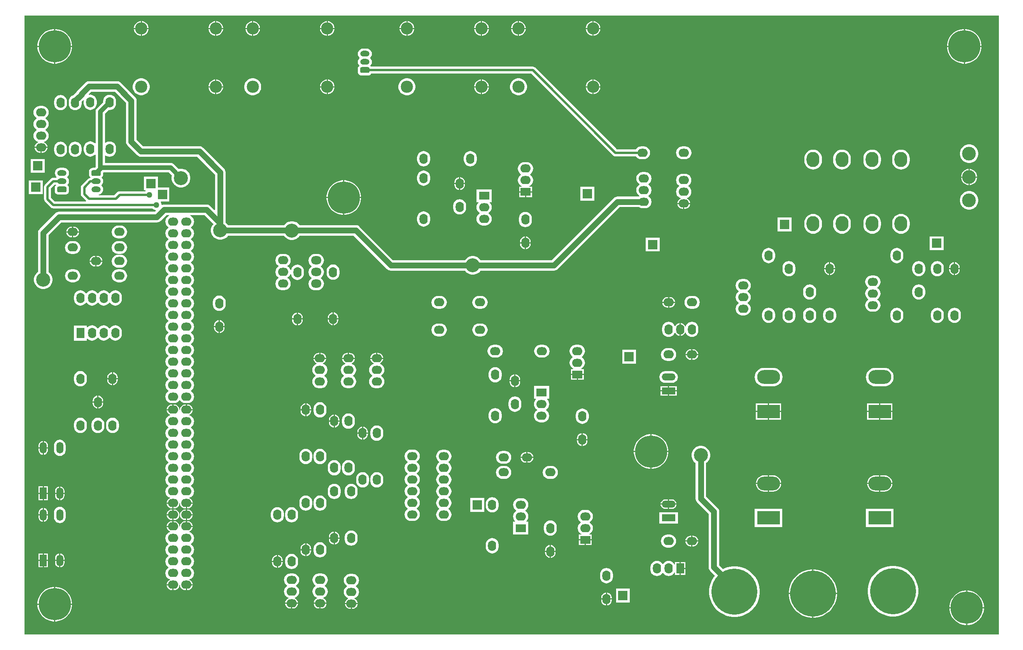
<source format=gbr>
%TF.GenerationSoftware,Altium Limited,Altium Designer,24.10.1 (45)*%
G04 Layer_Physical_Order=1*
G04 Layer_Color=255*
%FSLAX45Y45*%
%MOMM*%
%TF.SameCoordinates,38DBCD4E-7E83-4607-9FCA-708DEC94F610*%
%TF.FilePolarity,Positive*%
%TF.FileFunction,Copper,L1,Top,Signal*%
%TF.Part,Single*%
G01*
G75*
%TA.AperFunction,Conductor*%
%ADD10C,0.50800*%
%ADD11C,1.27000*%
%ADD12C,1.01600*%
%TA.AperFunction,ComponentPad*%
%ADD13O,1.77800X2.28600*%
%ADD14O,2.28600X1.77800*%
%ADD15R,2.00000X2.00000*%
%ADD16R,3.00000X1.50000*%
%ADD17O,3.00000X1.50000*%
%ADD18C,2.66700*%
G04:AMPARAMS|DCode=19|XSize=1.27mm|YSize=2.0334mm|CornerRadius=0.3175mm|HoleSize=0mm|Usage=FLASHONLY|Rotation=90.000|XOffset=0mm|YOffset=0mm|HoleType=Round|Shape=RoundedRectangle|*
%AMROUNDEDRECTD19*
21,1,1.27000,1.39840,0,0,90.0*
21,1,0.63500,2.03340,0,0,90.0*
1,1,0.63500,0.69920,0.31750*
1,1,0.63500,0.69920,-0.31750*
1,1,0.63500,-0.69920,-0.31750*
1,1,0.63500,-0.69920,0.31750*
%
%ADD19ROUNDEDRECTD19*%
%ADD20O,2.03340X1.27000*%
%ADD21O,2.31120X1.80320*%
%ADD22O,2.28600X1.77800*%
%ADD23O,1.77800X2.28600*%
%ADD24O,1.50000X2.50000*%
%ADD25R,1.50000X2.50000*%
%ADD26C,10.00000*%
%ADD27C,7.00000*%
%ADD28O,2.79400X3.30200*%
%ADD29R,1.77800X2.28600*%
%ADD30R,1.77800X2.28600*%
%ADD31R,2.28600X1.77800*%
%ADD32R,5.00000X3.00000*%
%ADD33O,5.00000X3.00000*%
%ADD34C,3.00000*%
%TA.AperFunction,ViaPad*%
%ADD35C,3.04800*%
%ADD36C,1.27000*%
G36*
X23749001Y2540000D02*
X2540000D01*
Y16014700D01*
X23749001D01*
Y2540000D01*
D02*
G37*
%LPC*%
G36*
X10883341Y15889912D02*
X10880405D01*
Y15743861D01*
X11026455D01*
Y15746799D01*
X11020355Y15777467D01*
X11008388Y15806358D01*
X10991015Y15832359D01*
X10968903Y15854471D01*
X10942902Y15871844D01*
X10914011Y15883810D01*
X10883341Y15889912D01*
D02*
G37*
G36*
X10855005D02*
X10852070D01*
X10821400Y15883810D01*
X10792509Y15871844D01*
X10766508Y15854471D01*
X10744396Y15832359D01*
X10727023Y15806358D01*
X10715056Y15777467D01*
X10708955Y15746799D01*
Y15743861D01*
X10855005D01*
Y15889912D01*
D02*
G37*
G36*
X14933142D02*
X14930206D01*
Y15743861D01*
X15076256D01*
Y15746799D01*
X15070155Y15777467D01*
X15058189Y15806358D01*
X15040816Y15832359D01*
X15018704Y15854471D01*
X14992703Y15871844D01*
X14963812Y15883810D01*
X14933142Y15889912D01*
D02*
G37*
G36*
X13310143D02*
X13307207D01*
Y15743861D01*
X13453256D01*
Y15746799D01*
X13447156Y15777467D01*
X13435188Y15806358D01*
X13417815Y15832359D01*
X13395703Y15854471D01*
X13369702Y15871844D01*
X13340813Y15883810D01*
X13310143Y15889912D01*
D02*
G37*
G36*
X9149122D02*
X9146186D01*
Y15743861D01*
X9292236D01*
Y15746799D01*
X9286136Y15777467D01*
X9274169Y15806358D01*
X9256796Y15832359D01*
X9234684Y15854471D01*
X9208683Y15871844D01*
X9179792Y15883810D01*
X9149122Y15889912D01*
D02*
G37*
G36*
X7526122D02*
X7523186D01*
Y15743861D01*
X7669236D01*
Y15746799D01*
X7663136Y15777467D01*
X7651169Y15806358D01*
X7633796Y15832359D01*
X7611684Y15854471D01*
X7585683Y15871844D01*
X7556792Y15883810D01*
X7526122Y15889912D01*
D02*
G37*
G36*
X6722321D02*
X6719385D01*
Y15743861D01*
X6865436D01*
Y15746799D01*
X6859335Y15777467D01*
X6847368Y15806358D01*
X6829995Y15832359D01*
X6807883Y15854471D01*
X6781882Y15871844D01*
X6752991Y15883810D01*
X6722321Y15889912D01*
D02*
G37*
G36*
X5099321D02*
X5096385D01*
Y15743861D01*
X5242436D01*
Y15746799D01*
X5236335Y15777467D01*
X5224368Y15806358D01*
X5206995Y15832359D01*
X5184883Y15854471D01*
X5158882Y15871844D01*
X5129991Y15883810D01*
X5099321Y15889912D01*
D02*
G37*
G36*
X14904807D02*
X14901871D01*
X14871201Y15883810D01*
X14842310Y15871844D01*
X14816309Y15854471D01*
X14794197Y15832359D01*
X14776823Y15806358D01*
X14764857Y15777467D01*
X14758755Y15746799D01*
Y15743861D01*
X14904807D01*
Y15889912D01*
D02*
G37*
G36*
X5070985D02*
X5068050D01*
X5037380Y15883810D01*
X5008489Y15871844D01*
X4982488Y15854471D01*
X4960376Y15832359D01*
X4943003Y15806358D01*
X4931036Y15777467D01*
X4924936Y15746799D01*
Y15743861D01*
X5070985D01*
Y15889912D01*
D02*
G37*
G36*
X13281805D02*
X13278871D01*
X13248201Y15883810D01*
X13219310Y15871844D01*
X13193309Y15854471D01*
X13171198Y15832359D01*
X13153824Y15806358D01*
X13141856Y15777467D01*
X13135756Y15746799D01*
Y15743861D01*
X13281805D01*
Y15889912D01*
D02*
G37*
G36*
X9120786D02*
X9117851D01*
X9087181Y15883810D01*
X9058290Y15871844D01*
X9032289Y15854471D01*
X9010177Y15832359D01*
X8992804Y15806358D01*
X8980837Y15777467D01*
X8974736Y15746799D01*
Y15743861D01*
X9120786D01*
Y15889912D01*
D02*
G37*
G36*
X7497786D02*
X7494851D01*
X7464181Y15883810D01*
X7435290Y15871844D01*
X7409289Y15854471D01*
X7387177Y15832359D01*
X7369804Y15806358D01*
X7357837Y15777467D01*
X7351736Y15746799D01*
Y15743861D01*
X7497786D01*
Y15889912D01*
D02*
G37*
G36*
X6693985D02*
X6691050D01*
X6660380Y15883810D01*
X6631489Y15871844D01*
X6605488Y15854471D01*
X6583376Y15832359D01*
X6566003Y15806358D01*
X6554036Y15777467D01*
X6547936Y15746799D01*
Y15743861D01*
X6693985D01*
Y15889912D01*
D02*
G37*
G36*
X12506341D02*
X12503406D01*
Y15743861D01*
X12649456D01*
Y15746799D01*
X12643355Y15777467D01*
X12631388Y15806358D01*
X12614015Y15832359D01*
X12591903Y15854471D01*
X12565902Y15871844D01*
X12537011Y15883810D01*
X12506341Y15889912D01*
D02*
G37*
G36*
X12478006D02*
X12475070D01*
X12444400Y15883810D01*
X12415509Y15871844D01*
X12389508Y15854471D01*
X12367396Y15832359D01*
X12350023Y15806358D01*
X12338056Y15777467D01*
X12331956Y15746799D01*
Y15743861D01*
X12478006D01*
Y15889912D01*
D02*
G37*
G36*
X15076256Y15718462D02*
X14930206D01*
Y15572412D01*
X14933142D01*
X14963812Y15578513D01*
X14992703Y15590480D01*
X15018704Y15607854D01*
X15040816Y15629965D01*
X15058189Y15655966D01*
X15070155Y15684856D01*
X15076256Y15715527D01*
Y15718462D01*
D02*
G37*
G36*
X14904807D02*
X14758755D01*
Y15715527D01*
X14764857Y15684856D01*
X14776823Y15655966D01*
X14794197Y15629965D01*
X14816309Y15607854D01*
X14842310Y15590480D01*
X14871201Y15578513D01*
X14901871Y15572412D01*
X14904807D01*
Y15718462D01*
D02*
G37*
G36*
X13453256D02*
X13307207D01*
Y15572412D01*
X13310143D01*
X13340813Y15578513D01*
X13369702Y15590480D01*
X13395703Y15607854D01*
X13417815Y15629965D01*
X13435188Y15655966D01*
X13447156Y15684856D01*
X13453256Y15715527D01*
Y15718462D01*
D02*
G37*
G36*
X13281805D02*
X13135756D01*
Y15715527D01*
X13141856Y15684856D01*
X13153824Y15655966D01*
X13171198Y15629965D01*
X13193309Y15607854D01*
X13219310Y15590480D01*
X13248201Y15578513D01*
X13278871Y15572412D01*
X13281805D01*
Y15718462D01*
D02*
G37*
G36*
X12649456Y15718462D02*
X12503406D01*
Y15572412D01*
X12506341D01*
X12537011Y15578513D01*
X12565902Y15590480D01*
X12591903Y15607854D01*
X12614015Y15629965D01*
X12631388Y15655966D01*
X12643355Y15684856D01*
X12649456Y15715527D01*
Y15718462D01*
D02*
G37*
G36*
X12478006D02*
X12331956D01*
Y15715527D01*
X12338056Y15684856D01*
X12350023Y15655966D01*
X12367396Y15629965D01*
X12389508Y15607854D01*
X12415509Y15590480D01*
X12444400Y15578513D01*
X12475070Y15572412D01*
X12478006D01*
Y15718462D01*
D02*
G37*
G36*
X11026455Y15718462D02*
X10880405D01*
Y15572412D01*
X10883341D01*
X10914011Y15578513D01*
X10942902Y15590480D01*
X10968903Y15607854D01*
X10991015Y15629965D01*
X11008388Y15655966D01*
X11020355Y15684856D01*
X11026455Y15715527D01*
Y15718462D01*
D02*
G37*
G36*
X10855005D02*
X10708955D01*
Y15715527D01*
X10715056Y15684856D01*
X10727023Y15655966D01*
X10744396Y15629965D01*
X10766508Y15607854D01*
X10792509Y15590480D01*
X10821400Y15578513D01*
X10852070Y15572412D01*
X10855005D01*
Y15718462D01*
D02*
G37*
G36*
X9292236Y15718462D02*
X9146186D01*
Y15572412D01*
X9149122D01*
X9179792Y15578513D01*
X9208683Y15590480D01*
X9234684Y15607854D01*
X9256796Y15629965D01*
X9274169Y15655966D01*
X9286136Y15684856D01*
X9292236Y15715527D01*
Y15718462D01*
D02*
G37*
G36*
X9120786D02*
X8974736D01*
Y15715527D01*
X8980837Y15684856D01*
X8992804Y15655966D01*
X9010177Y15629965D01*
X9032289Y15607854D01*
X9058290Y15590480D01*
X9087181Y15578513D01*
X9117851Y15572412D01*
X9120786D01*
Y15718462D01*
D02*
G37*
G36*
X7669236D02*
X7523186D01*
Y15572412D01*
X7526122D01*
X7556792Y15578513D01*
X7585683Y15590480D01*
X7611684Y15607854D01*
X7633796Y15629965D01*
X7651169Y15655966D01*
X7663136Y15684856D01*
X7669236Y15715527D01*
Y15718462D01*
D02*
G37*
G36*
X7497786D02*
X7351736D01*
Y15715527D01*
X7357837Y15684856D01*
X7369804Y15655966D01*
X7387177Y15629965D01*
X7409289Y15607854D01*
X7435290Y15590480D01*
X7464181Y15578513D01*
X7494851Y15572412D01*
X7497786D01*
Y15718462D01*
D02*
G37*
G36*
X6865436D02*
X6719385D01*
Y15572412D01*
X6722321D01*
X6752991Y15578513D01*
X6781882Y15590480D01*
X6807883Y15607854D01*
X6829995Y15629965D01*
X6847368Y15655966D01*
X6859335Y15684856D01*
X6865436Y15715527D01*
Y15718462D01*
D02*
G37*
G36*
X6693985D02*
X6547936D01*
Y15715527D01*
X6554036Y15684856D01*
X6566003Y15655966D01*
X6583376Y15629965D01*
X6605488Y15607854D01*
X6631489Y15590480D01*
X6660380Y15578513D01*
X6691050Y15572412D01*
X6693985D01*
Y15718462D01*
D02*
G37*
G36*
X5242436D02*
X5096385D01*
Y15572412D01*
X5099321D01*
X5129991Y15578513D01*
X5158882Y15590480D01*
X5184883Y15607854D01*
X5206995Y15629965D01*
X5224368Y15655966D01*
X5236335Y15684856D01*
X5242436Y15715527D01*
Y15718462D01*
D02*
G37*
G36*
X5070985D02*
X4924936D01*
Y15715527D01*
X4931036Y15684856D01*
X4943003Y15655966D01*
X4960376Y15629965D01*
X4982488Y15607854D01*
X5008489Y15590480D01*
X5037380Y15578513D01*
X5068050Y15572412D01*
X5070985D01*
Y15718462D01*
D02*
G37*
G36*
X23029245Y15717000D02*
X23012399D01*
Y15354300D01*
X23375101D01*
Y15371146D01*
X23365855Y15429506D01*
X23347597Y15485704D01*
X23320770Y15538351D01*
X23286040Y15586157D01*
X23244257Y15627939D01*
X23196452Y15662671D01*
X23143803Y15689497D01*
X23087605Y15707756D01*
X23029245Y15717000D01*
D02*
G37*
G36*
X22987000D02*
X22970155D01*
X22911794Y15707756D01*
X22855595Y15689497D01*
X22802948Y15662671D01*
X22755144Y15627939D01*
X22713361Y15586157D01*
X22678629Y15538351D01*
X22651804Y15485704D01*
X22633543Y15429506D01*
X22624300Y15371146D01*
Y15354300D01*
X22987000D01*
Y15717000D01*
D02*
G37*
G36*
X3229945D02*
X3213100D01*
Y15354300D01*
X3575800D01*
Y15371146D01*
X3566556Y15429506D01*
X3548297Y15485704D01*
X3521471Y15538351D01*
X3486739Y15586157D01*
X3444957Y15627939D01*
X3397152Y15662671D01*
X3344504Y15689497D01*
X3288306Y15707756D01*
X3229945Y15717000D01*
D02*
G37*
G36*
X3187700D02*
X3170855D01*
X3112494Y15707756D01*
X3056296Y15689497D01*
X3003648Y15662671D01*
X2955843Y15627939D01*
X2914061Y15586157D01*
X2879329Y15538351D01*
X2852503Y15485704D01*
X2834244Y15429506D01*
X2825000Y15371146D01*
Y15354300D01*
X3187700D01*
Y15717000D01*
D02*
G37*
G36*
X23375101Y15328900D02*
X23012399D01*
Y14966200D01*
X23029245D01*
X23087605Y14975444D01*
X23143803Y14993703D01*
X23196452Y15020529D01*
X23244257Y15055261D01*
X23286040Y15097043D01*
X23320770Y15144849D01*
X23347597Y15197496D01*
X23365855Y15253694D01*
X23375101Y15312054D01*
Y15328900D01*
D02*
G37*
G36*
X22987000D02*
X22624300D01*
Y15312054D01*
X22633543Y15253694D01*
X22651804Y15197496D01*
X22678629Y15144849D01*
X22713361Y15097043D01*
X22755144Y15055261D01*
X22802948Y15020529D01*
X22855595Y14993703D01*
X22911794Y14975444D01*
X22970155Y14966200D01*
X22987000D01*
Y15328900D01*
D02*
G37*
G36*
X3575800D02*
X3213100D01*
Y14966200D01*
X3229945D01*
X3288306Y14975444D01*
X3344504Y14993703D01*
X3397152Y15020529D01*
X3444957Y15055261D01*
X3486739Y15097043D01*
X3521471Y15144849D01*
X3548297Y15197496D01*
X3566556Y15253694D01*
X3575800Y15312054D01*
Y15328900D01*
D02*
G37*
G36*
X3187700D02*
X2825000D01*
Y15312054D01*
X2834244Y15253694D01*
X2852503Y15197496D01*
X2879329Y15144849D01*
X2914061Y15097043D01*
X2955843Y15055261D01*
X3003648Y15020529D01*
X3056296Y14993703D01*
X3112494Y14975444D01*
X3170855Y14966200D01*
X3187700D01*
Y15328900D01*
D02*
G37*
G36*
X14933142Y14619913D02*
X14930206D01*
Y14473862D01*
X15076256D01*
Y14476797D01*
X15070155Y14507468D01*
X15058189Y14536359D01*
X15040816Y14562360D01*
X15018704Y14584471D01*
X14992703Y14601845D01*
X14963812Y14613811D01*
X14933142Y14619913D01*
D02*
G37*
G36*
X9149122D02*
X9146186D01*
Y14473862D01*
X9292236D01*
Y14476797D01*
X9286136Y14507468D01*
X9274169Y14536359D01*
X9256796Y14562360D01*
X9234684Y14584471D01*
X9208683Y14601845D01*
X9179792Y14613811D01*
X9149122Y14619913D01*
D02*
G37*
G36*
X6722321D02*
X6719385D01*
Y14473862D01*
X6865436D01*
Y14476797D01*
X6859335Y14507468D01*
X6847368Y14536359D01*
X6829995Y14562360D01*
X6807883Y14584471D01*
X6781882Y14601845D01*
X6752991Y14613811D01*
X6722321Y14619913D01*
D02*
G37*
G36*
X14904807D02*
X14901871D01*
X14871201Y14613811D01*
X14842310Y14601845D01*
X14816309Y14584471D01*
X14794197Y14562360D01*
X14776823Y14536359D01*
X14764857Y14507468D01*
X14758755Y14476797D01*
Y14473862D01*
X14904807D01*
Y14619913D01*
D02*
G37*
G36*
X9120786D02*
X9117851D01*
X9087181Y14613811D01*
X9058290Y14601845D01*
X9032289Y14584471D01*
X9010177Y14562360D01*
X8992804Y14536359D01*
X8980837Y14507468D01*
X8974736Y14476797D01*
Y14473862D01*
X9120786D01*
Y14619913D01*
D02*
G37*
G36*
X6693985D02*
X6691050D01*
X6660380Y14613811D01*
X6631489Y14601845D01*
X6605488Y14584471D01*
X6583376Y14562360D01*
X6566003Y14536359D01*
X6554036Y14507468D01*
X6547936Y14476797D01*
Y14473862D01*
X6693985D01*
Y14619913D01*
D02*
G37*
G36*
X12506341D02*
X12503406D01*
Y14473862D01*
X12649456D01*
Y14476797D01*
X12643355Y14507468D01*
X12631388Y14536359D01*
X12614015Y14562360D01*
X12591903Y14584471D01*
X12565902Y14601845D01*
X12537011Y14613811D01*
X12506341Y14619913D01*
D02*
G37*
G36*
X12478006D02*
X12475070D01*
X12444400Y14613811D01*
X12415509Y14601845D01*
X12389508Y14584471D01*
X12367396Y14562360D01*
X12350023Y14536359D01*
X12338056Y14507468D01*
X12331956Y14476797D01*
Y14473862D01*
X12478006D01*
Y14619913D01*
D02*
G37*
G36*
X15076256Y14448462D02*
X14930206D01*
Y14302412D01*
X14933142D01*
X14963812Y14308513D01*
X14992703Y14320480D01*
X15018704Y14337852D01*
X15040816Y14359966D01*
X15058189Y14385966D01*
X15070155Y14414856D01*
X15076256Y14445528D01*
Y14448462D01*
D02*
G37*
G36*
X14904807D02*
X14758755D01*
Y14445528D01*
X14764857Y14414856D01*
X14776823Y14385966D01*
X14794197Y14359966D01*
X14816309Y14337852D01*
X14842310Y14320480D01*
X14871201Y14308513D01*
X14901871Y14302412D01*
X14904807D01*
Y14448462D01*
D02*
G37*
G36*
X12649456Y14448460D02*
X12503406D01*
Y14302412D01*
X12506341D01*
X12537011Y14308513D01*
X12565902Y14320480D01*
X12591903Y14337852D01*
X12614015Y14359966D01*
X12631388Y14385966D01*
X12643355Y14414856D01*
X12649456Y14445528D01*
Y14448460D01*
D02*
G37*
G36*
X12478006D02*
X12331956D01*
Y14445528D01*
X12338056Y14414856D01*
X12350023Y14385966D01*
X12367396Y14359966D01*
X12389508Y14337852D01*
X12415509Y14320480D01*
X12444400Y14308513D01*
X12475070Y14302412D01*
X12478006D01*
Y14448460D01*
D02*
G37*
G36*
X9292236Y14448462D02*
X9146186D01*
Y14302412D01*
X9149122D01*
X9179792Y14308513D01*
X9208683Y14320480D01*
X9234684Y14337852D01*
X9256796Y14359966D01*
X9274169Y14385966D01*
X9286136Y14414856D01*
X9292236Y14445528D01*
Y14448462D01*
D02*
G37*
G36*
X9120786D02*
X8974736D01*
Y14445528D01*
X8980837Y14414856D01*
X8992804Y14385966D01*
X9010177Y14359966D01*
X9032289Y14337852D01*
X9058290Y14320480D01*
X9087181Y14308513D01*
X9117851Y14302412D01*
X9120786D01*
Y14448462D01*
D02*
G37*
G36*
X6865436D02*
X6719385D01*
Y14302412D01*
X6722321D01*
X6752991Y14308513D01*
X6781882Y14320480D01*
X6807883Y14337852D01*
X6829995Y14359966D01*
X6847368Y14385966D01*
X6859335Y14414856D01*
X6865436Y14445528D01*
Y14448462D01*
D02*
G37*
G36*
X6693985D02*
X6547936D01*
Y14445528D01*
X6554036Y14414856D01*
X6566003Y14385966D01*
X6583376Y14359966D01*
X6605488Y14337852D01*
X6631489Y14320480D01*
X6660380Y14308513D01*
X6691050Y14302412D01*
X6693985D01*
Y14448462D01*
D02*
G37*
G36*
X13312643Y14645312D02*
X13276369D01*
X13240791Y14638235D01*
X13207278Y14624355D01*
X13177116Y14604201D01*
X13151468Y14578551D01*
X13131316Y14548390D01*
X13117433Y14514877D01*
X13110356Y14479298D01*
Y14443025D01*
X13117433Y14407446D01*
X13131316Y14373933D01*
X13151468Y14343773D01*
X13177116Y14318124D01*
X13207278Y14297971D01*
X13240791Y14284090D01*
X13276369Y14277013D01*
X13312643D01*
X13348221Y14284090D01*
X13381734Y14297971D01*
X13411896Y14318124D01*
X13437544Y14343773D01*
X13457698Y14373933D01*
X13471581Y14407446D01*
X13478656Y14443025D01*
Y14479298D01*
X13471581Y14514877D01*
X13457698Y14548390D01*
X13437544Y14578551D01*
X13411896Y14604201D01*
X13381734Y14624355D01*
X13348221Y14638235D01*
X13312643Y14645312D01*
D02*
G37*
G36*
X10885843D02*
X10849568D01*
X10813991Y14638235D01*
X10780478Y14624355D01*
X10750317Y14604201D01*
X10724667Y14578551D01*
X10704514Y14548390D01*
X10690632Y14514877D01*
X10683555Y14479298D01*
Y14443025D01*
X10690632Y14407446D01*
X10704514Y14373933D01*
X10724667Y14343773D01*
X10750317Y14318124D01*
X10780478Y14297971D01*
X10813991Y14284090D01*
X10849568Y14277013D01*
X10885843D01*
X10921420Y14284090D01*
X10954933Y14297971D01*
X10985094Y14318124D01*
X11010744Y14343773D01*
X11030897Y14373933D01*
X11044779Y14407446D01*
X11051855Y14443025D01*
Y14479298D01*
X11044779Y14514877D01*
X11030897Y14548390D01*
X11010744Y14578551D01*
X10985094Y14604201D01*
X10954933Y14624355D01*
X10921420Y14638235D01*
X10885843Y14645312D01*
D02*
G37*
G36*
X7528623D02*
X7492349D01*
X7456772Y14638235D01*
X7423259Y14624355D01*
X7393097Y14604201D01*
X7367448Y14578551D01*
X7347295Y14548390D01*
X7333413Y14514877D01*
X7326336Y14479298D01*
Y14443025D01*
X7333413Y14407446D01*
X7347295Y14373933D01*
X7367448Y14343773D01*
X7393097Y14318124D01*
X7423259Y14297971D01*
X7456772Y14284090D01*
X7492349Y14277013D01*
X7528623D01*
X7564201Y14284090D01*
X7597714Y14297971D01*
X7627875Y14318124D01*
X7653525Y14343773D01*
X7673678Y14373933D01*
X7687560Y14407446D01*
X7694636Y14443025D01*
Y14479298D01*
X7687560Y14514877D01*
X7673678Y14548390D01*
X7653525Y14578551D01*
X7627875Y14604201D01*
X7597714Y14624355D01*
X7564201Y14638235D01*
X7528623Y14645312D01*
D02*
G37*
G36*
X5101823D02*
X5065548D01*
X5029971Y14638235D01*
X4996458Y14624355D01*
X4966297Y14604201D01*
X4940647Y14578551D01*
X4920494Y14548390D01*
X4906612Y14514877D01*
X4899536Y14479298D01*
Y14443025D01*
X4906612Y14407446D01*
X4920494Y14373933D01*
X4940647Y14343773D01*
X4966297Y14318124D01*
X4996458Y14297971D01*
X5029971Y14284090D01*
X5065548Y14277013D01*
X5101823D01*
X5137400Y14284090D01*
X5170913Y14297971D01*
X5201074Y14318124D01*
X5226724Y14343773D01*
X5246877Y14373933D01*
X5260759Y14407446D01*
X5267836Y14443025D01*
Y14479298D01*
X5260759Y14514877D01*
X5246877Y14548390D01*
X5226724Y14578551D01*
X5201074Y14604201D01*
X5170913Y14624355D01*
X5137400Y14638235D01*
X5101823Y14645312D01*
D02*
G37*
G36*
X4560874Y14582378D02*
X3944497D01*
X3914658Y14578448D01*
X3886854Y14566933D01*
X3862977Y14548611D01*
X3703734Y14389368D01*
X3685412Y14365491D01*
X3681101Y14355081D01*
X3601628Y14275607D01*
X3574836Y14264511D01*
X3545654Y14242119D01*
X3523261Y14212936D01*
X3509185Y14178952D01*
X3504383Y14142484D01*
Y14091682D01*
X3509185Y14055214D01*
X3523261Y14021231D01*
X3545654Y13992049D01*
X3574836Y13969656D01*
X3608820Y13955579D01*
X3645289Y13950778D01*
X3681758Y13955579D01*
X3715742Y13969656D01*
X3744924Y13992049D01*
X3767317Y14021231D01*
X3781393Y14055214D01*
X3786194Y14091682D01*
Y14134096D01*
X3823156Y14171057D01*
X3834546Y14165440D01*
X3832375Y14148950D01*
Y14098151D01*
X3837176Y14061681D01*
X3851253Y14027698D01*
X3873645Y13998515D01*
X3902828Y13976122D01*
X3936812Y13962045D01*
X3973281Y13957245D01*
X4009750Y13962045D01*
X4043733Y13976122D01*
X4072916Y13998515D01*
X4095308Y14027698D01*
X4109385Y14061681D01*
X4114186Y14098151D01*
Y14148950D01*
X4109385Y14185419D01*
X4095308Y14219403D01*
X4072916Y14248586D01*
X4043733Y14270978D01*
X4009750Y14285054D01*
X3973281Y14289856D01*
X3944468Y14286063D01*
X3938536Y14298091D01*
X3992250Y14351805D01*
X4513121D01*
X4751745Y14113181D01*
Y13265292D01*
X4755673Y13235454D01*
X4767191Y13207648D01*
X4785512Y13183772D01*
X4997150Y12972134D01*
X5021027Y12953813D01*
X5048832Y12942294D01*
X5078670Y12938367D01*
X6303213D01*
X6688653Y12552927D01*
Y11784735D01*
X6676920Y11779875D01*
X6591076Y11865719D01*
X6567200Y11884040D01*
X6539395Y11895557D01*
X6509557Y11899485D01*
X5584020D01*
X5554182Y11895557D01*
X5536585Y11888268D01*
X5523885Y11896754D01*
Y11907126D01*
X5516095Y11936196D01*
X5506691Y11952486D01*
X5514023Y11965186D01*
X5696182D01*
Y12266786D01*
X5445403D01*
Y12509156D01*
X5143803D01*
Y12207556D01*
X5173172D01*
X5179478Y12194856D01*
X5175156Y12189160D01*
X4615035D01*
X4595143Y12186541D01*
X4576607Y12178863D01*
X4560689Y12166649D01*
X4498361Y12104320D01*
X4163397D01*
X4162564Y12117020D01*
X4170540Y12118071D01*
X4198344Y12129588D01*
X4222221Y12147909D01*
X4240542Y12171785D01*
X4252059Y12199590D01*
X4255987Y12229428D01*
X4252059Y12259267D01*
X4240542Y12287072D01*
X4222221Y12310948D01*
X4220879Y12311978D01*
X4220879Y12322650D01*
X4222824Y12326494D01*
X4240542Y12349584D01*
X4252059Y12377389D01*
X4255987Y12407228D01*
X4252059Y12437066D01*
X4240542Y12464871D01*
X4222864Y12487909D01*
X4231326Y12494403D01*
X4244558Y12511647D01*
X4252876Y12531729D01*
X4255713Y12553278D01*
Y12583778D01*
X4255878Y12585028D01*
X4255713Y12586279D01*
Y12590596D01*
X4255878Y12591848D01*
X4265275Y12599041D01*
X5681080D01*
X5752845Y12527276D01*
X5746497Y12495362D01*
Y12455335D01*
X5754306Y12416077D01*
X5769623Y12379097D01*
X5791861Y12345816D01*
X5820165Y12317512D01*
X5853446Y12295275D01*
X5890426Y12279957D01*
X5929684Y12272148D01*
X5969710D01*
X6008968Y12279957D01*
X6045948Y12295275D01*
X6079229Y12317512D01*
X6107533Y12345816D01*
X6129771Y12379097D01*
X6145088Y12416077D01*
X6152897Y12455335D01*
Y12495362D01*
X6145088Y12534619D01*
X6129771Y12571599D01*
X6107533Y12604881D01*
X6079229Y12633184D01*
X6045948Y12655422D01*
X6008968Y12670739D01*
X5969710Y12678548D01*
X5929684D01*
X5897769Y12672200D01*
X5795989Y12773980D01*
X5774766Y12790266D01*
X5750050Y12800504D01*
X5723527Y12803995D01*
X5723525Y12803995D01*
X4293750D01*
Y12967450D01*
X4306450Y12973714D01*
X4324974Y12959500D01*
X4358958Y12945422D01*
X4395427Y12940622D01*
X4431896Y12945422D01*
X4465879Y12959500D01*
X4495062Y12981892D01*
X4517454Y13011075D01*
X4531531Y13045058D01*
X4536332Y13081528D01*
Y13132327D01*
X4531531Y13168796D01*
X4517454Y13202780D01*
X4495062Y13231963D01*
X4465879Y13254355D01*
X4431896Y13268431D01*
X4395427Y13273233D01*
X4358958Y13268431D01*
X4324974Y13254355D01*
X4306450Y13240141D01*
X4293750Y13246405D01*
Y13876328D01*
X4376533Y13959109D01*
X4395427Y13956622D01*
X4431896Y13961423D01*
X4465879Y13975500D01*
X4495062Y13997893D01*
X4517454Y14027075D01*
X4531531Y14061058D01*
X4536332Y14097527D01*
Y14148328D01*
X4531531Y14184796D01*
X4517454Y14218781D01*
X4495062Y14247963D01*
X4465879Y14270355D01*
X4431896Y14284431D01*
X4395427Y14289233D01*
X4358958Y14284431D01*
X4324974Y14270355D01*
X4295791Y14247963D01*
X4273399Y14218781D01*
X4259322Y14184796D01*
X4254521Y14148328D01*
Y14126945D01*
X4118811Y13991235D01*
X4102526Y13970013D01*
X4092288Y13945297D01*
X4088796Y13918774D01*
X4088797Y13918771D01*
Y13231644D01*
X4076771Y13227562D01*
X4072916Y13232585D01*
X4043733Y13254977D01*
X4009750Y13269054D01*
X3973281Y13273856D01*
X3936812Y13269054D01*
X3902828Y13254977D01*
X3873645Y13232585D01*
X3851253Y13203403D01*
X3837176Y13169418D01*
X3832375Y13132950D01*
Y13082150D01*
X3837176Y13045682D01*
X3851253Y13011697D01*
X3873645Y12982515D01*
X3902828Y12960123D01*
X3936812Y12946046D01*
X3973281Y12941245D01*
X4009750Y12946046D01*
X4043733Y12960123D01*
X4072916Y12982515D01*
X4076771Y12987538D01*
X4088797Y12983456D01*
Y12716218D01*
X4072619Y12700041D01*
X4032611D01*
X4011062Y12697203D01*
X3990980Y12688886D01*
X3973736Y12675654D01*
X3960504Y12658410D01*
X3952186Y12638328D01*
X3949349Y12616778D01*
Y12553278D01*
X3952186Y12531729D01*
X3960504Y12511647D01*
X3973736Y12494403D01*
X3982100Y12487986D01*
X3974426Y12477866D01*
X3956854Y12475552D01*
X3938317Y12467874D01*
X3922400Y12455660D01*
X3922399Y12455659D01*
X3792146Y12325406D01*
X3779932Y12309489D01*
X3772254Y12290952D01*
X3769635Y12271060D01*
Y12125748D01*
X3772254Y12105856D01*
X3779932Y12087319D01*
X3792146Y12071402D01*
X3882623Y11980924D01*
X3877363Y11968224D01*
X3202502D01*
X3122950Y12047776D01*
Y12250732D01*
X3201895Y12329678D01*
X3221789D01*
X3224888Y12325368D01*
X3227377Y12316978D01*
X3215974Y12302117D01*
X3207656Y12282036D01*
X3204819Y12260486D01*
Y12196986D01*
X3207656Y12175436D01*
X3215974Y12155355D01*
X3229206Y12138111D01*
X3246450Y12124878D01*
X3266531Y12116561D01*
X3288081Y12113724D01*
X3427921D01*
X3449471Y12116561D01*
X3469552Y12124878D01*
X3486796Y12138111D01*
X3500028Y12155355D01*
X3508346Y12175436D01*
X3511183Y12196986D01*
Y12260486D01*
X3508346Y12282036D01*
X3500028Y12302117D01*
X3486796Y12319361D01*
X3478334Y12325854D01*
X3496012Y12348892D01*
X3507529Y12376697D01*
X3511457Y12406536D01*
X3507529Y12436374D01*
X3496012Y12464179D01*
X3478293Y12487270D01*
X3476348Y12491113D01*
Y12499758D01*
X3478293Y12503601D01*
X3496012Y12526692D01*
X3507529Y12554497D01*
X3511457Y12584336D01*
X3507529Y12614174D01*
X3496012Y12641979D01*
X3477691Y12665856D01*
X3453814Y12684177D01*
X3426009Y12695694D01*
X3396171Y12699622D01*
X3319831D01*
X3289993Y12695694D01*
X3262188Y12684177D01*
X3238311Y12665856D01*
X3219990Y12641979D01*
X3208473Y12614174D01*
X3204545Y12584336D01*
X3208473Y12554497D01*
X3219990Y12526692D01*
X3237709Y12503601D01*
X3239654Y12499758D01*
Y12491113D01*
X3237709Y12487270D01*
X3234734Y12483393D01*
X3170060D01*
X3150168Y12480774D01*
X3131631Y12473096D01*
X3115713Y12460882D01*
X3115713Y12460881D01*
X2991746Y12336915D01*
X2979532Y12320997D01*
X2971854Y12302460D01*
X2969235Y12282568D01*
Y12015941D01*
X2971854Y11996048D01*
X2979532Y11977512D01*
X2991746Y11961594D01*
X3116319Y11837021D01*
X3116320Y11837020D01*
X3132238Y11824806D01*
X3150774Y11817128D01*
X3170667Y11814509D01*
X3170669Y11814509D01*
X5325509D01*
X5339403Y11800615D01*
X5365467Y11785567D01*
X5394537Y11777778D01*
X5397966D01*
X5402826Y11766045D01*
X5378173Y11741392D01*
X3296053D01*
X3266214Y11737463D01*
X3238410Y11725946D01*
X3214533Y11707625D01*
X2869375Y11362467D01*
X2851054Y11338591D01*
X2839537Y11310786D01*
X2835609Y11280948D01*
Y10429667D01*
X2821363Y10420148D01*
X2793059Y10391845D01*
X2770821Y10358563D01*
X2755504Y10321583D01*
X2747695Y10282326D01*
Y10242299D01*
X2755504Y10203041D01*
X2770821Y10166061D01*
X2793059Y10132780D01*
X2821363Y10104476D01*
X2854644Y10082239D01*
X2891624Y10066921D01*
X2930882Y10059112D01*
X2970908D01*
X3010166Y10066921D01*
X3047146Y10082239D01*
X3080427Y10104476D01*
X3108731Y10132780D01*
X3130969Y10166061D01*
X3146286Y10203041D01*
X3154095Y10242299D01*
Y10282326D01*
X3146286Y10321583D01*
X3130969Y10358563D01*
X3108731Y10391845D01*
X3080427Y10420148D01*
X3066181Y10429667D01*
Y11233194D01*
X3343806Y11510819D01*
X5425927D01*
X5455765Y11514747D01*
X5483570Y11526264D01*
X5507446Y11544585D01*
X5631774Y11668913D01*
X5690549D01*
X5693075Y11656213D01*
X5679549Y11650610D01*
X5650367Y11628218D01*
X5627975Y11599035D01*
X5613898Y11565052D01*
X5609097Y11528582D01*
X5613898Y11492113D01*
X5627975Y11458130D01*
X5650367Y11428947D01*
X5676332Y11409024D01*
X5677422Y11404818D01*
Y11398347D01*
X5676332Y11394141D01*
X5650367Y11374218D01*
X5627975Y11345035D01*
X5613898Y11311052D01*
X5609097Y11274582D01*
X5613898Y11238113D01*
X5627975Y11204130D01*
X5650367Y11174947D01*
X5676332Y11155024D01*
X5677422Y11150818D01*
Y11144347D01*
X5676332Y11140141D01*
X5650367Y11120218D01*
X5627975Y11091035D01*
X5613898Y11057052D01*
X5609097Y11020582D01*
X5613898Y10984113D01*
X5627975Y10950130D01*
X5650367Y10920947D01*
X5676332Y10901024D01*
X5677422Y10896818D01*
Y10890347D01*
X5676332Y10886141D01*
X5650367Y10866218D01*
X5627975Y10837035D01*
X5613898Y10803052D01*
X5609097Y10766582D01*
X5613898Y10730113D01*
X5627975Y10696130D01*
X5650367Y10666947D01*
X5676332Y10647024D01*
X5677422Y10642818D01*
Y10636347D01*
X5676332Y10632141D01*
X5650367Y10612218D01*
X5627975Y10583035D01*
X5613898Y10549052D01*
X5609097Y10512582D01*
X5613898Y10476113D01*
X5627975Y10442130D01*
X5650367Y10412947D01*
X5676332Y10393024D01*
X5677422Y10388818D01*
Y10382347D01*
X5676332Y10378141D01*
X5650367Y10358218D01*
X5627975Y10329035D01*
X5613898Y10295052D01*
X5609097Y10258582D01*
X5613898Y10222113D01*
X5627975Y10188130D01*
X5650367Y10158947D01*
X5676332Y10139024D01*
X5677422Y10134818D01*
Y10128347D01*
X5676332Y10124141D01*
X5650367Y10104218D01*
X5627975Y10075035D01*
X5613898Y10041052D01*
X5609097Y10004582D01*
X5613898Y9968113D01*
X5627975Y9934130D01*
X5650367Y9904947D01*
X5676332Y9885024D01*
X5677422Y9880818D01*
Y9874347D01*
X5676332Y9870141D01*
X5650367Y9850218D01*
X5627975Y9821035D01*
X5613898Y9787052D01*
X5609097Y9750582D01*
X5613898Y9714113D01*
X5627975Y9680130D01*
X5650367Y9650947D01*
X5676332Y9631024D01*
X5677422Y9626818D01*
Y9620347D01*
X5676332Y9616141D01*
X5650367Y9596218D01*
X5627975Y9567035D01*
X5613898Y9533052D01*
X5609097Y9496582D01*
X5613898Y9460113D01*
X5627975Y9426130D01*
X5650367Y9396947D01*
X5676332Y9377024D01*
X5677422Y9372818D01*
Y9366347D01*
X5676332Y9362141D01*
X5650367Y9342218D01*
X5627975Y9313035D01*
X5613898Y9279052D01*
X5609097Y9242582D01*
X5613898Y9206113D01*
X5627975Y9172130D01*
X5650367Y9142947D01*
X5676332Y9123024D01*
X5677422Y9118818D01*
Y9112347D01*
X5676332Y9108141D01*
X5650367Y9088218D01*
X5627975Y9059035D01*
X5613898Y9025052D01*
X5609097Y8988582D01*
X5613898Y8952113D01*
X5627975Y8918130D01*
X5650367Y8888947D01*
X5676332Y8869024D01*
X5677422Y8864818D01*
Y8858347D01*
X5676332Y8854141D01*
X5650367Y8834218D01*
X5627975Y8805035D01*
X5613898Y8771052D01*
X5609097Y8734582D01*
X5613898Y8698113D01*
X5627975Y8664130D01*
X5650367Y8634947D01*
X5676332Y8615024D01*
X5677422Y8610818D01*
Y8604347D01*
X5676332Y8600141D01*
X5650367Y8580218D01*
X5627975Y8551035D01*
X5613898Y8517052D01*
X5609097Y8480582D01*
X5613898Y8444113D01*
X5627975Y8410130D01*
X5650367Y8380947D01*
X5676332Y8361024D01*
X5677422Y8356818D01*
Y8350347D01*
X5676332Y8346141D01*
X5650367Y8326218D01*
X5627975Y8297035D01*
X5613898Y8263052D01*
X5609097Y8226582D01*
X5613898Y8190113D01*
X5627975Y8156130D01*
X5650367Y8126947D01*
X5676332Y8107024D01*
X5677422Y8102818D01*
Y8096347D01*
X5676332Y8092141D01*
X5650367Y8072218D01*
X5627975Y8043035D01*
X5613898Y8009052D01*
X5609097Y7972582D01*
X5613898Y7936113D01*
X5627975Y7902130D01*
X5650367Y7872947D01*
X5676332Y7853024D01*
X5677422Y7848818D01*
Y7842347D01*
X5676332Y7838141D01*
X5650367Y7818218D01*
X5627975Y7789035D01*
X5613898Y7755052D01*
X5609097Y7718582D01*
X5613898Y7682113D01*
X5627975Y7648130D01*
X5650367Y7618947D01*
X5679549Y7596555D01*
X5713533Y7582478D01*
X5750002Y7577677D01*
X5800802D01*
X5837271Y7582478D01*
X5871255Y7596555D01*
X5900438Y7618947D01*
X5915104Y7638061D01*
X5927804D01*
X5942471Y7618947D01*
X5971653Y7596555D01*
X6005637Y7582478D01*
X6042106Y7577677D01*
X6092906D01*
X6129375Y7582478D01*
X6163359Y7596555D01*
X6192541Y7618947D01*
X6214934Y7648130D01*
X6229010Y7682113D01*
X6233812Y7718582D01*
X6229010Y7755052D01*
X6214934Y7789035D01*
X6192541Y7818218D01*
X6166576Y7838141D01*
X6165487Y7842347D01*
Y7848818D01*
X6166576Y7853024D01*
X6192541Y7872947D01*
X6214934Y7902130D01*
X6229010Y7936113D01*
X6233812Y7972582D01*
X6229010Y8009052D01*
X6214934Y8043035D01*
X6192541Y8072218D01*
X6166576Y8092141D01*
X6165487Y8096347D01*
Y8102818D01*
X6166576Y8107024D01*
X6192541Y8126947D01*
X6214934Y8156130D01*
X6229010Y8190113D01*
X6233812Y8226582D01*
X6229010Y8263052D01*
X6214934Y8297035D01*
X6192541Y8326218D01*
X6166576Y8346141D01*
X6165487Y8350347D01*
Y8356818D01*
X6166576Y8361024D01*
X6192541Y8380947D01*
X6214934Y8410130D01*
X6229010Y8444113D01*
X6233812Y8480582D01*
X6229010Y8517052D01*
X6214934Y8551035D01*
X6192541Y8580218D01*
X6166576Y8600141D01*
X6165487Y8604347D01*
Y8610818D01*
X6166576Y8615024D01*
X6192541Y8634947D01*
X6214934Y8664130D01*
X6229010Y8698113D01*
X6233812Y8734582D01*
X6229010Y8771052D01*
X6214934Y8805035D01*
X6192541Y8834218D01*
X6166576Y8854141D01*
X6165487Y8858347D01*
Y8864818D01*
X6166576Y8869024D01*
X6192541Y8888947D01*
X6214934Y8918130D01*
X6229010Y8952113D01*
X6233812Y8988582D01*
X6229010Y9025052D01*
X6214934Y9059035D01*
X6192541Y9088218D01*
X6166576Y9108141D01*
X6165487Y9112347D01*
Y9118818D01*
X6166576Y9123024D01*
X6192541Y9142947D01*
X6214934Y9172130D01*
X6229010Y9206113D01*
X6233812Y9242582D01*
X6229010Y9279052D01*
X6214934Y9313035D01*
X6192541Y9342218D01*
X6166576Y9362141D01*
X6165487Y9366347D01*
Y9372818D01*
X6166576Y9377024D01*
X6192541Y9396947D01*
X6214934Y9426130D01*
X6229010Y9460113D01*
X6233812Y9496582D01*
X6229010Y9533052D01*
X6214934Y9567035D01*
X6192541Y9596218D01*
X6166576Y9616141D01*
X6165487Y9620347D01*
Y9626818D01*
X6166576Y9631024D01*
X6192541Y9650947D01*
X6214934Y9680130D01*
X6229010Y9714113D01*
X6233812Y9750582D01*
X6229010Y9787052D01*
X6214934Y9821035D01*
X6192541Y9850218D01*
X6166576Y9870141D01*
X6165487Y9874347D01*
Y9880818D01*
X6166576Y9885024D01*
X6192541Y9904947D01*
X6214934Y9934130D01*
X6229010Y9968113D01*
X6233812Y10004582D01*
X6229010Y10041052D01*
X6214934Y10075035D01*
X6192541Y10104218D01*
X6166576Y10124141D01*
X6165487Y10128347D01*
Y10134818D01*
X6166576Y10139024D01*
X6192541Y10158947D01*
X6214934Y10188130D01*
X6229010Y10222113D01*
X6233812Y10258582D01*
X6229010Y10295052D01*
X6214934Y10329035D01*
X6192541Y10358218D01*
X6166576Y10378141D01*
X6165487Y10382347D01*
Y10388818D01*
X6166576Y10393024D01*
X6192541Y10412947D01*
X6214934Y10442130D01*
X6229010Y10476113D01*
X6233812Y10512582D01*
X6229010Y10549052D01*
X6214934Y10583035D01*
X6192541Y10612218D01*
X6166576Y10632141D01*
X6165487Y10636347D01*
Y10642818D01*
X6166576Y10647024D01*
X6192541Y10666947D01*
X6214934Y10696130D01*
X6229010Y10730113D01*
X6233812Y10766582D01*
X6229010Y10803052D01*
X6214934Y10837035D01*
X6192541Y10866218D01*
X6166576Y10886141D01*
X6165487Y10890347D01*
Y10896818D01*
X6166576Y10901024D01*
X6192541Y10920947D01*
X6214934Y10950130D01*
X6229010Y10984113D01*
X6233812Y11020582D01*
X6229010Y11057052D01*
X6214934Y11091035D01*
X6192541Y11120218D01*
X6166576Y11140141D01*
X6165487Y11144347D01*
Y11150818D01*
X6166576Y11155024D01*
X6192541Y11174947D01*
X6214934Y11204130D01*
X6229010Y11238113D01*
X6233812Y11274582D01*
X6229010Y11311052D01*
X6214934Y11345035D01*
X6192541Y11374218D01*
X6166576Y11394141D01*
X6165487Y11398347D01*
Y11404818D01*
X6166576Y11409024D01*
X6192541Y11428947D01*
X6214934Y11458130D01*
X6229010Y11492113D01*
X6233812Y11528582D01*
X6229010Y11565052D01*
X6214934Y11599035D01*
X6192541Y11628218D01*
X6163359Y11650610D01*
X6149833Y11656213D01*
X6152360Y11668913D01*
X6461803D01*
X6655242Y11475474D01*
X6646104Y11466336D01*
X6623866Y11433055D01*
X6608548Y11396074D01*
X6600740Y11356817D01*
Y11316790D01*
X6608548Y11277532D01*
X6623866Y11240552D01*
X6646104Y11207271D01*
X6674407Y11178967D01*
X6707688Y11156730D01*
X6744669Y11141412D01*
X6783926Y11133603D01*
X6823953D01*
X6863211Y11141412D01*
X6900191Y11156730D01*
X6933472Y11178967D01*
X6961776Y11207271D01*
X6971294Y11221517D01*
X8192490D01*
X8204410Y11203677D01*
X8232714Y11175374D01*
X8265995Y11153136D01*
X8302975Y11137818D01*
X8342232Y11130010D01*
X8382259D01*
X8421517Y11137818D01*
X8458497Y11153136D01*
X8491778Y11175374D01*
X8520082Y11203677D01*
X8532002Y11221517D01*
X9706387D01*
X10434593Y10493311D01*
X10458470Y10474990D01*
X10486275Y10463473D01*
X10516113Y10459544D01*
X12131919D01*
X12141437Y10445298D01*
X12169741Y10416995D01*
X12203022Y10394757D01*
X12240002Y10379439D01*
X12279260Y10371631D01*
X12319287D01*
X12358544Y10379439D01*
X12395525Y10394757D01*
X12428806Y10416995D01*
X12457109Y10445298D01*
X12466628Y10459544D01*
X14064606D01*
X14094444Y10463473D01*
X14122249Y10474990D01*
X14146126Y10493311D01*
X15496814Y11844000D01*
X15920537D01*
X15929321Y11837259D01*
X15963306Y11823182D01*
X15999776Y11818381D01*
X16050575D01*
X16087044Y11823182D01*
X16121028Y11837259D01*
X16150211Y11859651D01*
X16172603Y11888833D01*
X16186679Y11922817D01*
X16191479Y11959286D01*
X16186679Y11995755D01*
X16172603Y12029739D01*
X16150211Y12058922D01*
X16124245Y12078845D01*
X16123155Y12083051D01*
Y12089522D01*
X16124245Y12093728D01*
X16150211Y12113651D01*
X16172603Y12142833D01*
X16186679Y12176817D01*
X16191479Y12213286D01*
X16186679Y12249755D01*
X16172603Y12283739D01*
X16150211Y12312922D01*
X16124245Y12332845D01*
X16123155Y12337051D01*
Y12343522D01*
X16124245Y12347728D01*
X16150211Y12367651D01*
X16172603Y12396833D01*
X16186679Y12430817D01*
X16191479Y12467286D01*
X16186679Y12503755D01*
X16172603Y12537739D01*
X16150211Y12566922D01*
X16121028Y12589314D01*
X16087044Y12603390D01*
X16050575Y12608192D01*
X15999776D01*
X15963306Y12603390D01*
X15929321Y12589314D01*
X15900140Y12566922D01*
X15877747Y12537739D01*
X15863670Y12503755D01*
X15858868Y12467286D01*
X15863670Y12430817D01*
X15877747Y12396833D01*
X15900140Y12367651D01*
X15926105Y12347728D01*
X15927194Y12343522D01*
Y12337051D01*
X15926105Y12332845D01*
X15900140Y12312922D01*
X15877747Y12283739D01*
X15863670Y12249755D01*
X15858868Y12213286D01*
X15863670Y12176817D01*
X15877747Y12142833D01*
X15900140Y12113651D01*
X15923495Y12095730D01*
X15924805Y12081929D01*
X15918005Y12074572D01*
X15449062D01*
X15419223Y12070644D01*
X15391418Y12059127D01*
X15367542Y12040806D01*
X15367542Y12040805D01*
X14016853Y10690117D01*
X12466628D01*
X12457109Y10704363D01*
X12428806Y10732667D01*
X12395525Y10754904D01*
X12358544Y10770222D01*
X12319287Y10778031D01*
X12279260D01*
X12240002Y10770222D01*
X12203022Y10754904D01*
X12169741Y10732667D01*
X12141437Y10704363D01*
X12131919Y10690117D01*
X10563866D01*
X9835660Y11418323D01*
X9811784Y11436644D01*
X9783979Y11448162D01*
X9754141Y11452090D01*
X8527200D01*
X8520082Y11462742D01*
X8491778Y11491046D01*
X8458497Y11513283D01*
X8421517Y11528601D01*
X8382259Y11536410D01*
X8342232D01*
X8302975Y11528601D01*
X8265995Y11513283D01*
X8232714Y11491046D01*
X8204410Y11462742D01*
X8197292Y11452090D01*
X6971294D01*
X6961776Y11466336D01*
X6933472Y11494639D01*
X6919226Y11504158D01*
Y12600680D01*
X6915298Y12630518D01*
X6903780Y12658323D01*
X6885459Y12682200D01*
X6432486Y13135173D01*
X6408609Y13153494D01*
X6380804Y13165012D01*
X6350966Y13168941D01*
X5126423D01*
X4982318Y13313045D01*
Y14160934D01*
X4978390Y14190771D01*
X4966872Y14218578D01*
X4948551Y14242455D01*
X4642394Y14548611D01*
X4618518Y14566933D01*
X4590712Y14578448D01*
X4560874Y14582378D01*
D02*
G37*
G36*
X3327645Y14283389D02*
X3291176Y14278587D01*
X3257192Y14264511D01*
X3228009Y14242119D01*
X3205617Y14212936D01*
X3191540Y14178952D01*
X3186739Y14142484D01*
Y14091682D01*
X3191540Y14055214D01*
X3205617Y14021231D01*
X3228009Y13992049D01*
X3257192Y13969656D01*
X3291176Y13955579D01*
X3327645Y13950778D01*
X3364114Y13955579D01*
X3398097Y13969656D01*
X3427280Y13992049D01*
X3449672Y14021231D01*
X3463749Y14055214D01*
X3468550Y14091682D01*
Y14142484D01*
X3463749Y14178952D01*
X3449672Y14212936D01*
X3427280Y14242119D01*
X3398097Y14264511D01*
X3364114Y14278587D01*
X3327645Y14283389D01*
D02*
G37*
G36*
X2928603Y14045287D02*
X2877803D01*
X2841334Y14040486D01*
X2807351Y14026408D01*
X2778168Y14004018D01*
X2755776Y13974834D01*
X2741699Y13940851D01*
X2736898Y13904382D01*
X2741699Y13867912D01*
X2755776Y13833929D01*
X2778168Y13804745D01*
X2804133Y13784824D01*
X2805223Y13780617D01*
Y13774146D01*
X2804133Y13769940D01*
X2778168Y13750017D01*
X2755776Y13720834D01*
X2741699Y13686852D01*
X2736898Y13650381D01*
X2741699Y13613913D01*
X2755776Y13579929D01*
X2778168Y13550746D01*
X2804133Y13530823D01*
X2805223Y13526617D01*
Y13520146D01*
X2804133Y13515939D01*
X2778168Y13496017D01*
X2755776Y13466833D01*
X2741699Y13432851D01*
X2736898Y13396382D01*
X2741699Y13359914D01*
X2755776Y13325929D01*
X2778168Y13296745D01*
X2807351Y13274355D01*
X2835948Y13262509D01*
Y13248763D01*
X2820160Y13242223D01*
X2796284Y13223901D01*
X2777963Y13200024D01*
X2766446Y13172220D01*
X2764189Y13155083D01*
X2903203D01*
X3042218D01*
X3039961Y13172220D01*
X3028444Y13200024D01*
X3010123Y13223901D01*
X2986247Y13242223D01*
X2970459Y13248763D01*
Y13262509D01*
X2999056Y13274355D01*
X3028239Y13296745D01*
X3050631Y13325929D01*
X3064708Y13359914D01*
X3069509Y13396382D01*
X3064708Y13432851D01*
X3050631Y13466833D01*
X3028239Y13496017D01*
X3002274Y13515939D01*
X3001184Y13520146D01*
Y13526617D01*
X3002274Y13530823D01*
X3028239Y13550746D01*
X3050631Y13579929D01*
X3064708Y13613913D01*
X3069509Y13650381D01*
X3064708Y13686852D01*
X3050631Y13720834D01*
X3028239Y13750017D01*
X3002274Y13769940D01*
X3001184Y13774146D01*
Y13780617D01*
X3002274Y13784824D01*
X3028239Y13804745D01*
X3050631Y13833929D01*
X3064708Y13867912D01*
X3069509Y13904382D01*
X3064708Y13940851D01*
X3050631Y13974834D01*
X3028239Y14004018D01*
X2999056Y14026408D01*
X2965073Y14040486D01*
X2928603Y14045287D01*
D02*
G37*
G36*
X3042218Y13129681D02*
X2915903D01*
Y13027095D01*
X2928603D01*
X2958442Y13031024D01*
X2986247Y13042542D01*
X3010123Y13060863D01*
X3028444Y13084740D01*
X3039961Y13112543D01*
X3042218Y13129681D01*
D02*
G37*
G36*
X2890503D02*
X2764189D01*
X2766446Y13112543D01*
X2777963Y13084740D01*
X2796284Y13060863D01*
X2820160Y13042542D01*
X2847965Y13031024D01*
X2877803Y13027095D01*
X2890503D01*
Y13129681D01*
D02*
G37*
G36*
X3645289Y13267389D02*
X3608820Y13262587D01*
X3574836Y13248511D01*
X3545654Y13226118D01*
X3523261Y13196936D01*
X3509185Y13162952D01*
X3504383Y13126483D01*
Y13075684D01*
X3509185Y13039214D01*
X3523261Y13005231D01*
X3545654Y12976048D01*
X3574836Y12953656D01*
X3608820Y12939578D01*
X3645289Y12934778D01*
X3681758Y12939578D01*
X3715742Y12953656D01*
X3744924Y12976048D01*
X3767317Y13005231D01*
X3781393Y13039214D01*
X3786194Y13075684D01*
Y13126483D01*
X3781393Y13162952D01*
X3767317Y13196936D01*
X3744924Y13226118D01*
X3715742Y13248511D01*
X3681758Y13262587D01*
X3645289Y13267389D01*
D02*
G37*
G36*
X3327645D02*
X3291176Y13262587D01*
X3257192Y13248511D01*
X3228009Y13226118D01*
X3205617Y13196936D01*
X3191540Y13162952D01*
X3186739Y13126483D01*
Y13075684D01*
X3191540Y13039214D01*
X3205617Y13005231D01*
X3228009Y12976048D01*
X3257192Y12953656D01*
X3291176Y12939578D01*
X3327645Y12934778D01*
X3364114Y12939578D01*
X3398097Y12953656D01*
X3427280Y12976048D01*
X3449672Y13005231D01*
X3463749Y13039214D01*
X3468550Y13075684D01*
Y13126483D01*
X3463749Y13162952D01*
X3449672Y13196936D01*
X3427280Y13226118D01*
X3398097Y13248511D01*
X3364114Y13262587D01*
X3327645Y13267389D01*
D02*
G37*
G36*
X16918524Y13166635D02*
X16867725D01*
X16831255Y13161835D01*
X16797272Y13147757D01*
X16768089Y13125365D01*
X16745697Y13096182D01*
X16731619Y13062199D01*
X16726819Y13025729D01*
X16731619Y12989261D01*
X16745697Y12955276D01*
X16768089Y12926094D01*
X16797272Y12903702D01*
X16831255Y12889626D01*
X16867725Y12884824D01*
X16918524D01*
X16954993Y12889626D01*
X16988977Y12903702D01*
X17018159Y12926094D01*
X17040552Y12955276D01*
X17054628Y12989261D01*
X17059430Y13025729D01*
X17054628Y13062199D01*
X17040552Y13096182D01*
X17018159Y13125365D01*
X16988977Y13147757D01*
X16954993Y13161835D01*
X16918524Y13166635D01*
D02*
G37*
G36*
X9988925Y15294569D02*
X9912585D01*
X9882747Y15290642D01*
X9854942Y15279124D01*
X9831065Y15260805D01*
X9812744Y15236926D01*
X9801227Y15209122D01*
X9797299Y15179285D01*
X9801227Y15149445D01*
X9812744Y15121642D01*
X9830463Y15098549D01*
X9832408Y15094707D01*
Y15086060D01*
X9830463Y15082217D01*
X9812744Y15059126D01*
X9801227Y15031322D01*
X9797299Y15001483D01*
X9801227Y14971645D01*
X9812744Y14943840D01*
X9830422Y14920802D01*
X9821960Y14914310D01*
X9808728Y14897066D01*
X9800410Y14876984D01*
X9797573Y14855434D01*
Y14791934D01*
X9800410Y14770384D01*
X9808728Y14750304D01*
X9821960Y14733060D01*
X9839204Y14719827D01*
X9859285Y14711510D01*
X9880835Y14708672D01*
X10020675D01*
X10042225Y14711510D01*
X10062306Y14719827D01*
X10079550Y14733060D01*
X10090114Y14746826D01*
X13577959D01*
X15353401Y12971384D01*
X15353403Y12971384D01*
X15369321Y12959169D01*
X15387856Y12951491D01*
X15407748Y12948872D01*
X15407751Y12948872D01*
X15850610D01*
X15868089Y12926094D01*
X15897272Y12903702D01*
X15931255Y12889626D01*
X15967725Y12884824D01*
X16018524D01*
X16054993Y12889626D01*
X16088977Y12903702D01*
X16118159Y12926094D01*
X16140552Y12955276D01*
X16154628Y12989261D01*
X16159430Y13025729D01*
X16154628Y13062199D01*
X16140552Y13096182D01*
X16118159Y13125365D01*
X16088977Y13147757D01*
X16054993Y13161835D01*
X16018524Y13166635D01*
X15967725D01*
X15931255Y13161835D01*
X15897272Y13147757D01*
X15868089Y13125365D01*
X15850610Y13102586D01*
X15439584D01*
X13664140Y14878030D01*
X13648222Y14890245D01*
X13629688Y14897923D01*
X13609795Y14900542D01*
X10090114D01*
X10079550Y14914310D01*
X10071088Y14920802D01*
X10088765Y14943840D01*
X10100283Y14971645D01*
X10104211Y15001483D01*
X10100283Y15031322D01*
X10088765Y15059126D01*
X10071046Y15082217D01*
X10069101Y15086060D01*
Y15094707D01*
X10071046Y15098549D01*
X10088765Y15121642D01*
X10100283Y15149445D01*
X10104211Y15179285D01*
X10100283Y15209122D01*
X10088765Y15236926D01*
X10070444Y15260805D01*
X10046568Y15279124D01*
X10018763Y15290642D01*
X9988925Y15294569D01*
D02*
G37*
G36*
X23123776Y13206297D02*
X23084224D01*
X23045428Y13198579D01*
X23008887Y13183444D01*
X22975998Y13161469D01*
X22948029Y13133501D01*
X22926054Y13100610D01*
X22910918Y13064069D01*
X22903201Y13025275D01*
Y12985719D01*
X22910918Y12946925D01*
X22926054Y12910384D01*
X22948029Y12877493D01*
X22975998Y12849525D01*
X23008887Y12827550D01*
X23045428Y12812415D01*
X23084224Y12804697D01*
X23123776D01*
X23162572Y12812415D01*
X23199115Y12827550D01*
X23232002Y12849525D01*
X23259972Y12877493D01*
X23281947Y12910384D01*
X23297084Y12946925D01*
X23304800Y12985719D01*
Y13025275D01*
X23297084Y13064069D01*
X23281947Y13100610D01*
X23259972Y13133501D01*
X23232002Y13161469D01*
X23199115Y13183444D01*
X23162572Y13198579D01*
X23123776Y13206297D01*
D02*
G37*
G36*
X12246685Y13061987D02*
X12210216Y13057187D01*
X12176232Y13043111D01*
X12147050Y13020718D01*
X12124657Y12991534D01*
X12110581Y12957552D01*
X12105780Y12921083D01*
Y12870284D01*
X12110581Y12833813D01*
X12124657Y12799830D01*
X12147050Y12770647D01*
X12176232Y12748255D01*
X12210216Y12734178D01*
X12246685Y12729377D01*
X12283154Y12734178D01*
X12317138Y12748255D01*
X12346320Y12770647D01*
X12368713Y12799830D01*
X12382789Y12833813D01*
X12387591Y12870284D01*
Y12921083D01*
X12382789Y12957552D01*
X12368713Y12991534D01*
X12346320Y13020718D01*
X12317138Y13043111D01*
X12283154Y13057187D01*
X12246685Y13061987D01*
D02*
G37*
G36*
X11230685D02*
X11194216Y13057187D01*
X11160232Y13043111D01*
X11131050Y13020718D01*
X11108657Y12991534D01*
X11094581Y12957552D01*
X11089780Y12921083D01*
Y12870284D01*
X11094581Y12833813D01*
X11108657Y12799830D01*
X11131050Y12770647D01*
X11160232Y12748255D01*
X11194216Y12734178D01*
X11230685Y12729377D01*
X11267154Y12734178D01*
X11301138Y12748255D01*
X11330320Y12770647D01*
X11352713Y12799830D01*
X11366789Y12833813D01*
X11371591Y12870284D01*
Y12921083D01*
X11366789Y12957552D01*
X11352713Y12991534D01*
X11330320Y13020718D01*
X11301138Y13043111D01*
X11267154Y13057187D01*
X11230685Y13061987D01*
D02*
G37*
G36*
X21621164Y13095242D02*
X21583820Y13091563D01*
X21547910Y13080670D01*
X21514816Y13062981D01*
X21485809Y13039175D01*
X21462003Y13010168D01*
X21444315Y12977074D01*
X21433421Y12941164D01*
X21429742Y12903819D01*
Y12853020D01*
X21433421Y12815675D01*
X21444315Y12779766D01*
X21462003Y12746671D01*
X21485809Y12717664D01*
X21514816Y12693858D01*
X21547910Y12676169D01*
X21583820Y12665276D01*
X21621164Y12661598D01*
X21658508Y12665276D01*
X21694418Y12676169D01*
X21727513Y12693858D01*
X21756520Y12717664D01*
X21780325Y12746671D01*
X21798015Y12779766D01*
X21808908Y12815675D01*
X21812585Y12853020D01*
Y12903819D01*
X21808908Y12941164D01*
X21798015Y12977074D01*
X21780325Y13010168D01*
X21756520Y13039175D01*
X21727513Y13062981D01*
X21694418Y13080670D01*
X21658508Y13091563D01*
X21621164Y13095242D01*
D02*
G37*
G36*
X20993301D02*
X20955957Y13091563D01*
X20920049Y13080670D01*
X20886954Y13062981D01*
X20857945Y13039175D01*
X20834140Y13010168D01*
X20816451Y12977074D01*
X20805557Y12941164D01*
X20801880Y12903819D01*
Y12853020D01*
X20805557Y12815675D01*
X20816451Y12779766D01*
X20834140Y12746671D01*
X20857945Y12717664D01*
X20886954Y12693858D01*
X20920049Y12676169D01*
X20955957Y12665276D01*
X20993301Y12661598D01*
X21030646Y12665276D01*
X21066556Y12676169D01*
X21099651Y12693858D01*
X21128658Y12717664D01*
X21152463Y12746671D01*
X21170152Y12779766D01*
X21181046Y12815675D01*
X21184723Y12853020D01*
Y12903819D01*
X21181046Y12941164D01*
X21170152Y12977074D01*
X21152463Y13010168D01*
X21128658Y13039175D01*
X21099651Y13062981D01*
X21066556Y13080670D01*
X21030646Y13091563D01*
X20993301Y13095242D01*
D02*
G37*
G36*
X20337090D02*
X20299747Y13091563D01*
X20263837Y13080670D01*
X20230742Y13062981D01*
X20201735Y13039175D01*
X20177930Y13010168D01*
X20160240Y12977074D01*
X20149347Y12941164D01*
X20145668Y12903819D01*
Y12853020D01*
X20149347Y12815675D01*
X20160240Y12779766D01*
X20177930Y12746671D01*
X20201735Y12717664D01*
X20230742Y12693858D01*
X20263837Y12676169D01*
X20299747Y12665276D01*
X20337090Y12661598D01*
X20374435Y12665276D01*
X20410344Y12676169D01*
X20443439Y12693858D01*
X20472446Y12717664D01*
X20496252Y12746671D01*
X20513940Y12779766D01*
X20524834Y12815675D01*
X20528513Y12853020D01*
Y12903819D01*
X20524834Y12941164D01*
X20513940Y12977074D01*
X20496252Y13010168D01*
X20472446Y13039175D01*
X20443439Y13062981D01*
X20410344Y13080670D01*
X20374435Y13091563D01*
X20337090Y13095242D01*
D02*
G37*
G36*
X19709229D02*
X19671883Y13091563D01*
X19635974Y13080670D01*
X19602879Y13062981D01*
X19573872Y13039175D01*
X19550066Y13010168D01*
X19532378Y12977074D01*
X19521484Y12941164D01*
X19517805Y12903819D01*
Y12853020D01*
X19521484Y12815675D01*
X19532378Y12779766D01*
X19550066Y12746671D01*
X19573872Y12717664D01*
X19602879Y12693858D01*
X19635974Y12676169D01*
X19671883Y12665276D01*
X19709229Y12661598D01*
X19746571Y12665276D01*
X19782481Y12676169D01*
X19815576Y12693858D01*
X19844583Y12717664D01*
X19868388Y12746671D01*
X19886078Y12779766D01*
X19896971Y12815675D01*
X19900648Y12853020D01*
Y12903819D01*
X19896971Y12941164D01*
X19886078Y12977074D01*
X19868388Y13010168D01*
X19844583Y13039175D01*
X19815576Y13062981D01*
X19782481Y13080670D01*
X19746571Y13091563D01*
X19709229Y13095242D01*
D02*
G37*
G36*
X2982269Y12891985D02*
X2680669D01*
Y12590385D01*
X2982269D01*
Y12891985D01*
D02*
G37*
G36*
X23121275Y12673397D02*
X23116701D01*
Y12510697D01*
X23279401D01*
Y12515272D01*
X23272659Y12549159D01*
X23259438Y12581080D01*
X23240244Y12609808D01*
X23215811Y12634239D01*
X23187083Y12653434D01*
X23155164Y12666656D01*
X23121275Y12673397D01*
D02*
G37*
G36*
X23091301D02*
X23086725D01*
X23052838Y12666656D01*
X23020918Y12653434D01*
X22992191Y12634239D01*
X22967758Y12609808D01*
X22948563Y12581080D01*
X22935341Y12549159D01*
X22928601Y12515272D01*
Y12510697D01*
X23091301D01*
Y12673397D01*
D02*
G37*
G36*
X12027203Y12495764D02*
Y12369449D01*
X12129789D01*
Y12382149D01*
X12125861Y12411988D01*
X12114344Y12439793D01*
X12096023Y12463669D01*
X12072146Y12481990D01*
X12044341Y12493507D01*
X12027203Y12495764D01*
D02*
G37*
G36*
X12001803D02*
X11984664Y12493507D01*
X11956860Y12481990D01*
X11932983Y12463669D01*
X11914662Y12439793D01*
X11903145Y12411988D01*
X11899216Y12382149D01*
Y12369449D01*
X12001803D01*
Y12495764D01*
D02*
G37*
G36*
X23279401Y12485297D02*
X23116701D01*
Y12322597D01*
X23121275D01*
X23155164Y12329338D01*
X23187083Y12342560D01*
X23215811Y12361755D01*
X23240244Y12386186D01*
X23259438Y12414914D01*
X23272659Y12446835D01*
X23279401Y12480722D01*
Y12485297D01*
D02*
G37*
G36*
X23091301D02*
X22928601D01*
Y12480722D01*
X22935341Y12446835D01*
X22948563Y12414914D01*
X22967758Y12386186D01*
X22992191Y12361755D01*
X23020918Y12342560D01*
X23052838Y12329338D01*
X23086725Y12322597D01*
X23091301D01*
Y12485297D01*
D02*
G37*
G36*
X11230685Y12639857D02*
X11194216Y12635055D01*
X11160232Y12620979D01*
X11131050Y12598586D01*
X11108657Y12569404D01*
X11094581Y12535420D01*
X11089780Y12498951D01*
Y12448151D01*
X11094581Y12411682D01*
X11108657Y12377698D01*
X11131050Y12348516D01*
X11160232Y12326123D01*
X11194216Y12312047D01*
X11230685Y12307246D01*
X11267154Y12312047D01*
X11301138Y12326123D01*
X11330320Y12348516D01*
X11352713Y12377698D01*
X11366789Y12411682D01*
X11371591Y12448151D01*
Y12498951D01*
X11366789Y12535420D01*
X11352713Y12569404D01*
X11330320Y12598586D01*
X11301138Y12620979D01*
X11267154Y12635055D01*
X11230685Y12639857D01*
D02*
G37*
G36*
X12129789Y12344049D02*
X12027203D01*
Y12217735D01*
X12044341Y12219992D01*
X12072146Y12231509D01*
X12096023Y12249830D01*
X12114344Y12273706D01*
X12125861Y12301511D01*
X12129789Y12331349D01*
Y12344049D01*
D02*
G37*
G36*
X12001803D02*
X11899216D01*
Y12331349D01*
X11903145Y12301511D01*
X11914662Y12273706D01*
X11932983Y12249830D01*
X11956860Y12231509D01*
X11984664Y12219992D01*
X12001803Y12217735D01*
Y12344049D01*
D02*
G37*
G36*
X13474135Y12821672D02*
X13423335D01*
X13386867Y12816870D01*
X13352882Y12802794D01*
X13323700Y12780401D01*
X13301308Y12751219D01*
X13287231Y12717235D01*
X13282430Y12680766D01*
X13287231Y12644297D01*
X13301308Y12610313D01*
X13323700Y12581131D01*
X13349664Y12561208D01*
X13350755Y12557002D01*
Y12550530D01*
X13349664Y12546325D01*
X13323700Y12526401D01*
X13301308Y12497219D01*
X13287231Y12463235D01*
X13282430Y12426766D01*
X13287231Y12390297D01*
X13301308Y12356313D01*
X13323700Y12327131D01*
X13352882Y12304738D01*
X13364886Y12299766D01*
X13362360Y12287066D01*
X13309035D01*
Y12185466D01*
X13448735D01*
X13588435D01*
Y12287066D01*
X13535110D01*
X13532584Y12299766D01*
X13544588Y12304738D01*
X13573770Y12327131D01*
X13596162Y12356313D01*
X13610239Y12390297D01*
X13615041Y12426766D01*
X13610239Y12463235D01*
X13596162Y12497219D01*
X13573770Y12526401D01*
X13547806Y12546325D01*
X13546716Y12550530D01*
Y12557002D01*
X13547806Y12561208D01*
X13573770Y12581131D01*
X13596162Y12610313D01*
X13610239Y12644297D01*
X13615041Y12680766D01*
X13610239Y12717235D01*
X13596162Y12751219D01*
X13573770Y12780401D01*
X13544588Y12802794D01*
X13510603Y12816870D01*
X13474135Y12821672D01*
D02*
G37*
G36*
X2936867Y12425593D02*
X2635267D01*
Y12123993D01*
X2936867D01*
Y12425593D01*
D02*
G37*
G36*
X9521959Y12427290D02*
X9505115D01*
Y12064590D01*
X9867815D01*
Y12081434D01*
X9858571Y12139796D01*
X9840312Y12195993D01*
X9813486Y12248642D01*
X9778754Y12296446D01*
X9736972Y12338229D01*
X9689167Y12372961D01*
X9636518Y12399786D01*
X9580321Y12418046D01*
X9521959Y12427290D01*
D02*
G37*
G36*
X9479715D02*
X9462870D01*
X9404508Y12418046D01*
X9348311Y12399786D01*
X9295662Y12372961D01*
X9247858Y12338229D01*
X9206076Y12296446D01*
X9171344Y12248642D01*
X9144518Y12195993D01*
X9126258Y12139796D01*
X9117015Y12081434D01*
Y12064590D01*
X9479715D01*
Y12427290D01*
D02*
G37*
G36*
X13588435Y12160066D02*
X13461435D01*
Y12058466D01*
X13588435D01*
Y12160066D01*
D02*
G37*
G36*
X13436035D02*
X13309035D01*
Y12058466D01*
X13436035D01*
Y12160066D01*
D02*
G37*
G36*
X14943216Y12283450D02*
X14641615D01*
Y11981850D01*
X14943216D01*
Y12283450D01*
D02*
G37*
G36*
X16918240Y12570136D02*
X16867439D01*
X16830971Y12565335D01*
X16796986Y12551259D01*
X16767805Y12528866D01*
X16745412Y12499684D01*
X16731335Y12465700D01*
X16726534Y12429231D01*
X16731335Y12392762D01*
X16745412Y12358778D01*
X16767805Y12329596D01*
X16793770Y12309672D01*
X16794859Y12305467D01*
Y12298995D01*
X16793770Y12294789D01*
X16767805Y12274866D01*
X16745412Y12245684D01*
X16731335Y12211700D01*
X16726534Y12175231D01*
X16731335Y12138762D01*
X16745412Y12104778D01*
X16767805Y12075596D01*
X16796986Y12053203D01*
X16825584Y12041358D01*
Y12027611D01*
X16809798Y12021072D01*
X16785921Y12002751D01*
X16767599Y11978874D01*
X16756082Y11951069D01*
X16753825Y11933931D01*
X16892841D01*
X17031854D01*
X17029597Y11951069D01*
X17018082Y11978874D01*
X16999760Y12002751D01*
X16975883Y12021072D01*
X16960095Y12027611D01*
Y12041358D01*
X16988693Y12053203D01*
X17017876Y12075596D01*
X17040268Y12104778D01*
X17054344Y12138762D01*
X17059145Y12175231D01*
X17054344Y12211700D01*
X17040268Y12245684D01*
X17017876Y12274866D01*
X16991910Y12294789D01*
X16990820Y12298995D01*
Y12305467D01*
X16991910Y12309672D01*
X17017876Y12329596D01*
X17040268Y12358778D01*
X17054344Y12392762D01*
X17059145Y12429231D01*
X17054344Y12465700D01*
X17040268Y12499684D01*
X17017876Y12528866D01*
X16988693Y12551259D01*
X16954709Y12565335D01*
X16918240Y12570136D01*
D02*
G37*
G36*
X17031854Y11908531D02*
X16905540D01*
Y11805945D01*
X16918240D01*
X16948077Y11809873D01*
X16975883Y11821390D01*
X16999760Y11839711D01*
X17018082Y11863588D01*
X17029597Y11891393D01*
X17031854Y11908531D01*
D02*
G37*
G36*
X16880141D02*
X16753825D01*
X16756082Y11891393D01*
X16767599Y11863588D01*
X16785921Y11839711D01*
X16809798Y11821390D01*
X16837602Y11809873D01*
X16867439Y11805945D01*
X16880141D01*
Y11908531D01*
D02*
G37*
G36*
X23123776Y12191297D02*
X23084224D01*
X23045428Y12183580D01*
X23008887Y12168444D01*
X22975998Y12146468D01*
X22948029Y12118500D01*
X22926054Y12085611D01*
X22910918Y12049068D01*
X22903201Y12010274D01*
Y11970720D01*
X22910918Y11931926D01*
X22926054Y11895383D01*
X22948029Y11862494D01*
X22975998Y11834525D01*
X23008887Y11812550D01*
X23045428Y11797414D01*
X23084224Y11789697D01*
X23123776D01*
X23162572Y11797414D01*
X23199115Y11812550D01*
X23232002Y11834525D01*
X23259972Y11862494D01*
X23281947Y11895383D01*
X23297084Y11931926D01*
X23304800Y11970720D01*
Y12010274D01*
X23297084Y12049068D01*
X23281947Y12085611D01*
X23259972Y12118500D01*
X23232002Y12146468D01*
X23199115Y12168444D01*
X23162572Y12183580D01*
X23123776Y12191297D01*
D02*
G37*
G36*
X12014503Y12015055D02*
X11978034Y12010254D01*
X11944050Y11996177D01*
X11914867Y11973785D01*
X11892475Y11944602D01*
X11878399Y11910619D01*
X11873597Y11874149D01*
Y11823349D01*
X11878399Y11786880D01*
X11892475Y11752897D01*
X11914867Y11723714D01*
X11944050Y11701322D01*
X11978034Y11687245D01*
X12014503Y11682444D01*
X12050972Y11687245D01*
X12084956Y11701322D01*
X12114138Y11723714D01*
X12136530Y11752897D01*
X12150607Y11786880D01*
X12155408Y11823349D01*
Y11874149D01*
X12150607Y11910619D01*
X12136530Y11944602D01*
X12114138Y11973785D01*
X12084956Y11996177D01*
X12050972Y12010254D01*
X12014503Y12015055D01*
D02*
G37*
G36*
X9867815Y12039190D02*
X9505115D01*
Y11676489D01*
X9521959D01*
X9580321Y11685733D01*
X9636518Y11703993D01*
X9689167Y11730819D01*
X9736972Y11765551D01*
X9778754Y11807333D01*
X9813486Y11855137D01*
X9840312Y11907786D01*
X9858571Y11963983D01*
X9867815Y12022345D01*
Y12039190D01*
D02*
G37*
G36*
X9479715D02*
X9117015D01*
Y12022345D01*
X9126258Y11963983D01*
X9144518Y11907786D01*
X9171344Y11855137D01*
X9206076Y11807333D01*
X9247858Y11765551D01*
X9295662Y11730819D01*
X9348311Y11703993D01*
X9404508Y11685733D01*
X9462870Y11676489D01*
X9479715D01*
Y12039190D01*
D02*
G37*
G36*
X12712215Y12231251D02*
X12382015D01*
Y11951851D01*
X12421436D01*
X12425519Y11939825D01*
X12422080Y11937186D01*
X12399688Y11908004D01*
X12385611Y11874020D01*
X12380810Y11837551D01*
X12385611Y11801082D01*
X12399688Y11767098D01*
X12422080Y11737916D01*
X12448045Y11717993D01*
X12449135Y11713787D01*
Y11707315D01*
X12448045Y11703110D01*
X12422080Y11683186D01*
X12399688Y11654004D01*
X12385611Y11620020D01*
X12380810Y11583551D01*
X12385611Y11547082D01*
X12399688Y11513098D01*
X12422080Y11483916D01*
X12451263Y11461523D01*
X12485246Y11447447D01*
X12521715Y11442646D01*
X12572515D01*
X12608984Y11447447D01*
X12642968Y11461523D01*
X12672151Y11483916D01*
X12694543Y11513098D01*
X12708619Y11547082D01*
X12713421Y11583551D01*
X12708619Y11620020D01*
X12694543Y11654004D01*
X12672151Y11683186D01*
X12646186Y11703110D01*
X12645096Y11707315D01*
Y11713787D01*
X12646186Y11717993D01*
X12672151Y11737916D01*
X12694543Y11767098D01*
X12708619Y11801082D01*
X12713421Y11837551D01*
X12708619Y11874020D01*
X12694543Y11908004D01*
X12672151Y11937186D01*
X12668712Y11939825D01*
X12672794Y11951851D01*
X12712215D01*
Y12231251D01*
D02*
G37*
G36*
X11230685Y11749857D02*
X11194216Y11745055D01*
X11160232Y11730979D01*
X11131050Y11708586D01*
X11108657Y11679404D01*
X11094581Y11645420D01*
X11089780Y11608951D01*
Y11558151D01*
X11094581Y11521682D01*
X11108657Y11487698D01*
X11131050Y11458516D01*
X11160232Y11436123D01*
X11194216Y11422047D01*
X11230685Y11417246D01*
X11267154Y11422047D01*
X11301138Y11436123D01*
X11330320Y11458516D01*
X11352713Y11487698D01*
X11366789Y11521682D01*
X11371591Y11558151D01*
Y11608951D01*
X11366789Y11645420D01*
X11352713Y11679404D01*
X11330320Y11708586D01*
X11301138Y11730979D01*
X11267154Y11745055D01*
X11230685Y11749857D01*
D02*
G37*
G36*
X13444908Y11739956D02*
X13408440Y11735154D01*
X13374455Y11721078D01*
X13345273Y11698686D01*
X13322881Y11669503D01*
X13308804Y11635519D01*
X13304002Y11599050D01*
Y11548250D01*
X13308804Y11511781D01*
X13322881Y11477797D01*
X13345273Y11448615D01*
X13374455Y11426223D01*
X13408440Y11412146D01*
X13444908Y11407345D01*
X13481377Y11412146D01*
X13515361Y11426223D01*
X13544543Y11448615D01*
X13566936Y11477797D01*
X13581012Y11511781D01*
X13585812Y11548250D01*
Y11599050D01*
X13581012Y11635519D01*
X13566936Y11669503D01*
X13544543Y11698686D01*
X13515361Y11721078D01*
X13481377Y11735154D01*
X13444908Y11739956D01*
D02*
G37*
G36*
X19236630Y11616872D02*
X18935030D01*
Y11315272D01*
X19236630D01*
Y11616872D01*
D02*
G37*
G36*
X3617493Y11416973D02*
X3604793D01*
Y11314387D01*
X3731108D01*
X3728851Y11331525D01*
X3717334Y11359330D01*
X3699013Y11383207D01*
X3675137Y11401528D01*
X3647332Y11413045D01*
X3617493Y11416973D01*
D02*
G37*
G36*
X3579393D02*
X3566693D01*
X3536855Y11413045D01*
X3509050Y11401528D01*
X3485174Y11383207D01*
X3466853Y11359330D01*
X3455335Y11331525D01*
X3453079Y11314387D01*
X3579393D01*
Y11416973D01*
D02*
G37*
G36*
X21621164Y11695242D02*
X21583820Y11691563D01*
X21547910Y11680670D01*
X21514816Y11662981D01*
X21485809Y11639175D01*
X21462003Y11610168D01*
X21444315Y11577074D01*
X21433421Y11541164D01*
X21429742Y11503820D01*
Y11453020D01*
X21433421Y11415675D01*
X21444315Y11379766D01*
X21462003Y11346671D01*
X21485809Y11317664D01*
X21514816Y11293858D01*
X21547910Y11276169D01*
X21583820Y11265276D01*
X21621164Y11261598D01*
X21658508Y11265276D01*
X21694418Y11276169D01*
X21727513Y11293858D01*
X21756520Y11317664D01*
X21780325Y11346671D01*
X21798015Y11379766D01*
X21808908Y11415675D01*
X21812585Y11453020D01*
Y11503820D01*
X21808908Y11541164D01*
X21798015Y11577074D01*
X21780325Y11610168D01*
X21756520Y11639175D01*
X21727513Y11662981D01*
X21694418Y11680670D01*
X21658508Y11691563D01*
X21621164Y11695242D01*
D02*
G37*
G36*
X20993301D02*
X20955957Y11691563D01*
X20920049Y11680670D01*
X20886954Y11662981D01*
X20857945Y11639175D01*
X20834140Y11610168D01*
X20816451Y11577074D01*
X20805557Y11541164D01*
X20801880Y11503820D01*
Y11453020D01*
X20805557Y11415675D01*
X20816451Y11379766D01*
X20834140Y11346671D01*
X20857945Y11317664D01*
X20886954Y11293858D01*
X20920049Y11276169D01*
X20955957Y11265276D01*
X20993301Y11261598D01*
X21030646Y11265276D01*
X21066556Y11276169D01*
X21099651Y11293858D01*
X21128658Y11317664D01*
X21152463Y11346671D01*
X21170152Y11379766D01*
X21181046Y11415675D01*
X21184723Y11453020D01*
Y11503820D01*
X21181046Y11541164D01*
X21170152Y11577074D01*
X21152463Y11610168D01*
X21128658Y11639175D01*
X21099651Y11662981D01*
X21066556Y11680670D01*
X21030646Y11691563D01*
X20993301Y11695242D01*
D02*
G37*
G36*
X20337090D02*
X20299747Y11691563D01*
X20263837Y11680670D01*
X20230742Y11662981D01*
X20201735Y11639175D01*
X20177930Y11610168D01*
X20160240Y11577074D01*
X20149347Y11541164D01*
X20145668Y11503820D01*
Y11453020D01*
X20149347Y11415675D01*
X20160240Y11379766D01*
X20177930Y11346671D01*
X20201735Y11317664D01*
X20230742Y11293858D01*
X20263837Y11276169D01*
X20299747Y11265276D01*
X20337090Y11261598D01*
X20374435Y11265276D01*
X20410344Y11276169D01*
X20443439Y11293858D01*
X20472446Y11317664D01*
X20496252Y11346671D01*
X20513940Y11379766D01*
X20524834Y11415675D01*
X20528513Y11453020D01*
Y11503820D01*
X20524834Y11541164D01*
X20513940Y11577074D01*
X20496252Y11610168D01*
X20472446Y11639175D01*
X20443439Y11662981D01*
X20410344Y11680670D01*
X20374435Y11691563D01*
X20337090Y11695242D01*
D02*
G37*
G36*
X19709229D02*
X19671883Y11691563D01*
X19635974Y11680670D01*
X19602879Y11662981D01*
X19573872Y11639175D01*
X19550066Y11610168D01*
X19532378Y11577074D01*
X19521484Y11541164D01*
X19517805Y11503820D01*
Y11453020D01*
X19521484Y11415675D01*
X19532378Y11379766D01*
X19550066Y11346671D01*
X19573872Y11317664D01*
X19602879Y11293858D01*
X19635974Y11276169D01*
X19671883Y11265276D01*
X19709229Y11261598D01*
X19746571Y11265276D01*
X19782481Y11276169D01*
X19815576Y11293858D01*
X19844583Y11317664D01*
X19868388Y11346671D01*
X19886078Y11379766D01*
X19896971Y11415675D01*
X19900648Y11453020D01*
Y11503820D01*
X19896971Y11541164D01*
X19886078Y11577074D01*
X19868388Y11610168D01*
X19844583Y11639175D01*
X19815576Y11662981D01*
X19782481Y11680670D01*
X19746571Y11691563D01*
X19709229Y11695242D01*
D02*
G37*
G36*
X3731108Y11288987D02*
X3604793D01*
Y11186401D01*
X3617493D01*
X3647332Y11190329D01*
X3675137Y11201846D01*
X3699013Y11220167D01*
X3717334Y11244044D01*
X3728851Y11271848D01*
X3731108Y11288987D01*
D02*
G37*
G36*
X3579393D02*
X3453079D01*
X3455335Y11271848D01*
X3466853Y11244044D01*
X3485174Y11220167D01*
X3509050Y11201846D01*
X3536855Y11190329D01*
X3566693Y11186401D01*
X3579393D01*
Y11288987D01*
D02*
G37*
G36*
X4633493Y11442592D02*
X4582693D01*
X4546224Y11437791D01*
X4512241Y11423715D01*
X4483058Y11401322D01*
X4460666Y11372140D01*
X4446589Y11338156D01*
X4441788Y11301687D01*
X4446589Y11265218D01*
X4460666Y11231234D01*
X4483058Y11202052D01*
X4512241Y11179659D01*
X4546224Y11165583D01*
X4582693Y11160781D01*
X4633493D01*
X4669962Y11165583D01*
X4703946Y11179659D01*
X4733129Y11202052D01*
X4755521Y11231234D01*
X4769598Y11265218D01*
X4774399Y11301687D01*
X4769598Y11338156D01*
X4755521Y11372140D01*
X4733129Y11401322D01*
X4703946Y11423715D01*
X4669962Y11437791D01*
X4633493Y11442592D01*
D02*
G37*
G36*
X13457608Y11204664D02*
Y11078350D01*
X13560194D01*
Y11091050D01*
X13556265Y11120889D01*
X13544749Y11148693D01*
X13526428Y11172570D01*
X13502551Y11190891D01*
X13474747Y11202408D01*
X13457608Y11204664D01*
D02*
G37*
G36*
X13432208D02*
X13415070Y11202408D01*
X13387265Y11190891D01*
X13363388Y11172570D01*
X13345067Y11148693D01*
X13333549Y11120889D01*
X13329622Y11091050D01*
Y11078350D01*
X13432208D01*
Y11204664D01*
D02*
G37*
G36*
X13560194Y11052950D02*
X13457608D01*
Y10926636D01*
X13474747Y10928892D01*
X13502551Y10940409D01*
X13526428Y10958730D01*
X13544749Y10982607D01*
X13556265Y11010412D01*
X13560194Y11040250D01*
Y11052950D01*
D02*
G37*
G36*
X13432208D02*
X13329622D01*
Y11040250D01*
X13333549Y11010412D01*
X13345067Y10982607D01*
X13363388Y10958730D01*
X13387265Y10940409D01*
X13415070Y10928892D01*
X13432208Y10926636D01*
Y11052950D01*
D02*
G37*
G36*
X22550070Y11206094D02*
X22248470D01*
Y10904494D01*
X22550070D01*
Y11206094D01*
D02*
G37*
G36*
X16367914Y11179936D02*
X16066315D01*
Y10878336D01*
X16367914D01*
Y11179936D01*
D02*
G37*
G36*
X4633493Y11103926D02*
X4582693D01*
X4546224Y11099124D01*
X4512241Y11085048D01*
X4483058Y11062656D01*
X4460666Y11033473D01*
X4446589Y10999489D01*
X4441788Y10963020D01*
X4446589Y10926551D01*
X4460666Y10892567D01*
X4483058Y10863385D01*
X4512241Y10840993D01*
X4546224Y10826916D01*
X4582693Y10822115D01*
X4633493D01*
X4669962Y10826916D01*
X4703946Y10840993D01*
X4733129Y10863385D01*
X4755521Y10892567D01*
X4769598Y10926551D01*
X4774399Y10963020D01*
X4769598Y10999489D01*
X4755521Y11033473D01*
X4733129Y11062656D01*
X4703946Y11085048D01*
X4669962Y11099124D01*
X4633493Y11103926D01*
D02*
G37*
G36*
X3617493D02*
X3566693D01*
X3530224Y11099124D01*
X3496241Y11085048D01*
X3467058Y11062656D01*
X3444666Y11033473D01*
X3430589Y10999489D01*
X3425788Y10963020D01*
X3430589Y10926551D01*
X3444666Y10892567D01*
X3467058Y10863385D01*
X3496241Y10840993D01*
X3530224Y10826916D01*
X3566693Y10822115D01*
X3617493D01*
X3653962Y10826916D01*
X3687946Y10840993D01*
X3717129Y10863385D01*
X3739521Y10892567D01*
X3753598Y10926551D01*
X3758399Y10963020D01*
X3753598Y10999489D01*
X3739521Y11033473D01*
X3717129Y11062656D01*
X3687946Y11085048D01*
X3653962Y11099124D01*
X3617493Y11103926D01*
D02*
G37*
G36*
X4125493Y10781080D02*
X4112793D01*
Y10678494D01*
X4239108D01*
X4236851Y10695632D01*
X4225334Y10723437D01*
X4207013Y10747314D01*
X4183137Y10765635D01*
X4155332Y10777152D01*
X4125493Y10781080D01*
D02*
G37*
G36*
X4087393D02*
X4074693D01*
X4044855Y10777152D01*
X4017050Y10765635D01*
X3993174Y10747314D01*
X3974853Y10723437D01*
X3963335Y10695632D01*
X3961079Y10678494D01*
X4087393D01*
Y10781080D01*
D02*
G37*
G36*
X21531319Y10953912D02*
X21494849Y10949110D01*
X21460864Y10935034D01*
X21431683Y10912641D01*
X21409290Y10883459D01*
X21395213Y10849475D01*
X21390411Y10813006D01*
Y10762206D01*
X21395213Y10725737D01*
X21409290Y10691753D01*
X21431683Y10662571D01*
X21460864Y10640178D01*
X21494849Y10626102D01*
X21531319Y10621301D01*
X21567787Y10626102D01*
X21601772Y10640178D01*
X21630952Y10662571D01*
X21653346Y10691753D01*
X21667422Y10725737D01*
X21672223Y10762206D01*
Y10813006D01*
X21667422Y10849475D01*
X21653346Y10883459D01*
X21630952Y10912641D01*
X21601772Y10935034D01*
X21567787Y10949110D01*
X21531319Y10953912D01*
D02*
G37*
G36*
X18739145D02*
X18702676Y10949110D01*
X18668692Y10935034D01*
X18639510Y10912641D01*
X18617117Y10883459D01*
X18603041Y10849475D01*
X18598239Y10813006D01*
Y10762206D01*
X18603041Y10725737D01*
X18617117Y10691753D01*
X18639510Y10662571D01*
X18668692Y10640178D01*
X18702676Y10626102D01*
X18739145Y10621301D01*
X18775613Y10626102D01*
X18809596Y10640178D01*
X18838780Y10662571D01*
X18861172Y10691753D01*
X18875249Y10725737D01*
X18880051Y10762206D01*
Y10813006D01*
X18875249Y10849475D01*
X18861172Y10883459D01*
X18838780Y10912641D01*
X18809596Y10935034D01*
X18775613Y10949110D01*
X18739145Y10953912D01*
D02*
G37*
G36*
X4239108Y10653094D02*
X4112793D01*
Y10550507D01*
X4125493D01*
X4155332Y10554436D01*
X4183137Y10565953D01*
X4207013Y10584274D01*
X4225334Y10608150D01*
X4236851Y10635955D01*
X4239108Y10653094D01*
D02*
G37*
G36*
X4087393D02*
X3961079D01*
X3963335Y10635955D01*
X3974853Y10608150D01*
X3993174Y10584274D01*
X4017050Y10565953D01*
X4044855Y10554436D01*
X4074693Y10550507D01*
X4087393D01*
Y10653094D01*
D02*
G37*
G36*
X4633493Y10806699D02*
X4582693D01*
X4546224Y10801898D01*
X4512241Y10787821D01*
X4483058Y10765429D01*
X4460666Y10736246D01*
X4446589Y10702263D01*
X4441788Y10665794D01*
X4446589Y10629325D01*
X4460666Y10595341D01*
X4483058Y10566158D01*
X4512241Y10543766D01*
X4546224Y10529690D01*
X4582693Y10524888D01*
X4633493D01*
X4669962Y10529690D01*
X4703946Y10543766D01*
X4733129Y10566158D01*
X4755521Y10595341D01*
X4769598Y10629325D01*
X4774399Y10665794D01*
X4769598Y10702263D01*
X4755521Y10736246D01*
X4733129Y10765429D01*
X4703946Y10787821D01*
X4669962Y10801898D01*
X4633493Y10806699D01*
D02*
G37*
G36*
X22798294Y10642620D02*
Y10516306D01*
X22900880D01*
Y10529006D01*
X22896951Y10558845D01*
X22885435Y10586649D01*
X22867114Y10610526D01*
X22843237Y10628847D01*
X22815433Y10640364D01*
X22798294Y10642620D01*
D02*
G37*
G36*
X20081071D02*
Y10516306D01*
X20183658D01*
Y10529006D01*
X20179729Y10558845D01*
X20168211Y10586649D01*
X20149892Y10610526D01*
X20126015Y10628847D01*
X20098210Y10640364D01*
X20081071Y10642620D01*
D02*
G37*
G36*
X20055672D02*
X20038533Y10640364D01*
X20010728Y10628847D01*
X19986852Y10610526D01*
X19968530Y10586649D01*
X19957013Y10558845D01*
X19953085Y10529006D01*
Y10516306D01*
X20055672D01*
Y10642620D01*
D02*
G37*
G36*
X22772894D02*
X22755756Y10640364D01*
X22727951Y10628847D01*
X22704074Y10610526D01*
X22685753Y10586649D01*
X22674236Y10558845D01*
X22670308Y10529006D01*
Y10516306D01*
X22772894D01*
Y10642620D01*
D02*
G37*
G36*
X22900880Y10490906D02*
X22798294D01*
Y10364592D01*
X22815433Y10366848D01*
X22843237Y10378365D01*
X22867114Y10396686D01*
X22885435Y10420563D01*
X22896951Y10448368D01*
X22900880Y10478206D01*
Y10490906D01*
D02*
G37*
G36*
X20183658D02*
X20081071D01*
Y10364592D01*
X20098210Y10366848D01*
X20126015Y10378365D01*
X20149892Y10396686D01*
X20168211Y10420563D01*
X20179729Y10448368D01*
X20183658Y10478206D01*
Y10490906D01*
D02*
G37*
G36*
X20055672D02*
X19953085D01*
Y10478206D01*
X19957013Y10448368D01*
X19968530Y10420563D01*
X19986852Y10396686D01*
X20010728Y10378365D01*
X20038533Y10366848D01*
X20055672Y10364592D01*
Y10490906D01*
D02*
G37*
G36*
X22772894D02*
X22670308D01*
Y10478206D01*
X22674236Y10448368D01*
X22685753Y10420563D01*
X22704074Y10396686D01*
X22727951Y10378365D01*
X22755756Y10366848D01*
X22772894Y10364592D01*
Y10490906D01*
D02*
G37*
G36*
X22412021Y10669912D02*
X22375552Y10665110D01*
X22341568Y10651034D01*
X22312386Y10628641D01*
X22289993Y10599459D01*
X22275917Y10565475D01*
X22271117Y10529006D01*
Y10478206D01*
X22275917Y10441737D01*
X22289993Y10407753D01*
X22312386Y10378571D01*
X22341568Y10356178D01*
X22375552Y10342102D01*
X22412021Y10337301D01*
X22448489Y10342102D01*
X22482474Y10356178D01*
X22511658Y10378571D01*
X22534048Y10407753D01*
X22548125Y10441737D01*
X22552927Y10478206D01*
Y10529006D01*
X22548125Y10565475D01*
X22534048Y10599459D01*
X22511658Y10628641D01*
X22482474Y10651034D01*
X22448489Y10665110D01*
X22412021Y10669912D01*
D02*
G37*
G36*
X22007452D02*
X21970982Y10665110D01*
X21937000Y10651034D01*
X21907817Y10628641D01*
X21885423Y10599459D01*
X21871349Y10565475D01*
X21866547Y10529006D01*
Y10478206D01*
X21871349Y10441737D01*
X21885423Y10407753D01*
X21907817Y10378571D01*
X21937000Y10356178D01*
X21970982Y10342102D01*
X22007452Y10337301D01*
X22043921Y10342102D01*
X22077905Y10356178D01*
X22107088Y10378571D01*
X22129480Y10407753D01*
X22143556Y10441737D01*
X22148358Y10478206D01*
Y10529006D01*
X22143556Y10565475D01*
X22129480Y10599459D01*
X22107088Y10628641D01*
X22077905Y10651034D01*
X22043921Y10665110D01*
X22007452Y10669912D01*
D02*
G37*
G36*
X19181842D02*
X19145374Y10665110D01*
X19111391Y10651034D01*
X19082207Y10628641D01*
X19059814Y10599459D01*
X19045738Y10565475D01*
X19040936Y10529006D01*
Y10478206D01*
X19045738Y10441737D01*
X19059814Y10407753D01*
X19082207Y10378571D01*
X19111391Y10356178D01*
X19145374Y10342102D01*
X19181842Y10337301D01*
X19218311Y10342102D01*
X19252295Y10356178D01*
X19281477Y10378571D01*
X19303870Y10407753D01*
X19317946Y10441737D01*
X19322748Y10478206D01*
Y10529006D01*
X19317946Y10565475D01*
X19303870Y10599459D01*
X19281477Y10628641D01*
X19252295Y10651034D01*
X19218311Y10665110D01*
X19181842Y10669912D01*
D02*
G37*
G36*
X9259895Y10594377D02*
X9223426Y10589576D01*
X9189442Y10575499D01*
X9160259Y10553107D01*
X9137867Y10523924D01*
X9123790Y10489941D01*
X9118989Y10453472D01*
Y10402672D01*
X9123790Y10366203D01*
X9137867Y10332219D01*
X9160259Y10303036D01*
X9189442Y10280644D01*
X9223426Y10266567D01*
X9259895Y10261766D01*
X9296364Y10266567D01*
X9330347Y10280644D01*
X9359530Y10303036D01*
X9381922Y10332219D01*
X9395999Y10366203D01*
X9400800Y10402672D01*
Y10453472D01*
X9395999Y10489941D01*
X9381922Y10523924D01*
X9359530Y10553107D01*
X9330347Y10575499D01*
X9296364Y10589576D01*
X9259895Y10594377D01*
D02*
G37*
G36*
X8196874Y10825469D02*
X8146074D01*
X8109605Y10820668D01*
X8075621Y10806592D01*
X8046438Y10784199D01*
X8024046Y10755017D01*
X8009970Y10721033D01*
X8005168Y10684564D01*
X8009970Y10648095D01*
X8024046Y10614111D01*
X8046438Y10584929D01*
X8072403Y10565005D01*
X8073493Y10560800D01*
Y10554328D01*
X8072403Y10550122D01*
X8046438Y10530199D01*
X8024046Y10501017D01*
X8009970Y10467033D01*
X8005168Y10430564D01*
X8009970Y10394095D01*
X8024046Y10360111D01*
X8046438Y10330929D01*
X8072403Y10311005D01*
X8073493Y10306800D01*
Y10300328D01*
X8072403Y10296122D01*
X8046438Y10276199D01*
X8024046Y10247017D01*
X8009970Y10213033D01*
X8005168Y10176564D01*
X8009970Y10140095D01*
X8024046Y10106111D01*
X8046438Y10076929D01*
X8075621Y10054536D01*
X8109605Y10040460D01*
X8146074Y10035658D01*
X8196874D01*
X8233343Y10040460D01*
X8267326Y10054536D01*
X8296509Y10076929D01*
X8318901Y10106111D01*
X8332978Y10140095D01*
X8337779Y10176564D01*
X8332978Y10213033D01*
X8318901Y10247017D01*
X8296509Y10276199D01*
X8270544Y10296122D01*
X8269454Y10300328D01*
Y10306800D01*
X8270544Y10311005D01*
X8296509Y10330929D01*
X8318901Y10360111D01*
X8331064Y10389475D01*
X8344100Y10387758D01*
X8347388Y10362781D01*
X8361465Y10328797D01*
X8383857Y10299614D01*
X8413040Y10277222D01*
X8447023Y10263146D01*
X8483492Y10258344D01*
X8519961Y10263146D01*
X8553945Y10277222D01*
X8583128Y10299614D01*
X8605520Y10328797D01*
X8619596Y10362781D01*
X8624398Y10399250D01*
Y10450050D01*
X8619596Y10486519D01*
X8605520Y10520502D01*
X8583128Y10549685D01*
X8553945Y10572077D01*
X8519961Y10586154D01*
X8483492Y10590955D01*
X8447023Y10586154D01*
X8413040Y10572077D01*
X8383857Y10549685D01*
X8361465Y10520502D01*
X8347388Y10486519D01*
X8345983Y10475846D01*
X8343628Y10474508D01*
X8327601Y10480013D01*
X8318901Y10501017D01*
X8296509Y10530199D01*
X8270544Y10550122D01*
X8269454Y10554328D01*
Y10560800D01*
X8270544Y10565005D01*
X8296509Y10584929D01*
X8318901Y10614111D01*
X8332978Y10648095D01*
X8337779Y10684564D01*
X8332978Y10721033D01*
X8318901Y10755017D01*
X8296509Y10784199D01*
X8267326Y10806592D01*
X8233343Y10820668D01*
X8196874Y10825469D01*
D02*
G37*
G36*
X4633493Y10490092D02*
X4582693D01*
X4546224Y10485291D01*
X4512241Y10471215D01*
X4483058Y10448822D01*
X4460666Y10419640D01*
X4446589Y10385656D01*
X4441788Y10349187D01*
X4446589Y10312718D01*
X4460666Y10278734D01*
X4483058Y10249552D01*
X4512241Y10227159D01*
X4546224Y10213083D01*
X4582693Y10208281D01*
X4633493D01*
X4669962Y10213083D01*
X4703946Y10227159D01*
X4733129Y10249552D01*
X4755521Y10278734D01*
X4769598Y10312718D01*
X4774399Y10349187D01*
X4769598Y10385656D01*
X4755521Y10419640D01*
X4733129Y10448822D01*
X4703946Y10471215D01*
X4669962Y10485291D01*
X4633493Y10490092D01*
D02*
G37*
G36*
X3617493D02*
X3566693D01*
X3530224Y10485291D01*
X3496241Y10471215D01*
X3467058Y10448822D01*
X3444666Y10419640D01*
X3430589Y10385656D01*
X3425788Y10349187D01*
X3430589Y10312718D01*
X3444666Y10278734D01*
X3467058Y10249552D01*
X3496241Y10227159D01*
X3530224Y10213083D01*
X3566693Y10208281D01*
X3617493D01*
X3653962Y10213083D01*
X3687946Y10227159D01*
X3717129Y10249552D01*
X3739521Y10278734D01*
X3753598Y10312718D01*
X3758399Y10349187D01*
X3753598Y10385656D01*
X3739521Y10419640D01*
X3717129Y10448822D01*
X3687946Y10471215D01*
X3653962Y10485291D01*
X3617493Y10490092D01*
D02*
G37*
G36*
X8917392Y10825055D02*
X8866592D01*
X8829794Y10820210D01*
X8795504Y10806007D01*
X8766058Y10783412D01*
X8743464Y10753966D01*
X8729260Y10719676D01*
X8724416Y10682878D01*
X8729260Y10646080D01*
X8743464Y10611790D01*
X8766058Y10582345D01*
X8790496Y10563593D01*
X8791250Y10561848D01*
Y10549908D01*
X8790496Y10548164D01*
X8766058Y10529412D01*
X8743464Y10499966D01*
X8729260Y10465676D01*
X8724416Y10428878D01*
X8729260Y10392080D01*
X8743464Y10357790D01*
X8766058Y10328345D01*
X8790496Y10309593D01*
X8791250Y10307848D01*
Y10295908D01*
X8790496Y10294164D01*
X8766058Y10275412D01*
X8743464Y10245966D01*
X8729260Y10211676D01*
X8724416Y10174878D01*
X8729260Y10138080D01*
X8743464Y10103790D01*
X8766058Y10074345D01*
X8795504Y10051750D01*
X8829794Y10037547D01*
X8866592Y10032702D01*
X8917392D01*
X8954190Y10037547D01*
X8988480Y10051750D01*
X9017926Y10074345D01*
X9040520Y10103790D01*
X9054724Y10138080D01*
X9059568Y10174878D01*
X9054724Y10211676D01*
X9040520Y10245966D01*
X9017926Y10275412D01*
X8993487Y10294164D01*
X8992734Y10295908D01*
Y10307848D01*
X8993487Y10309593D01*
X9017926Y10328345D01*
X9040520Y10357790D01*
X9054724Y10392080D01*
X9059568Y10428878D01*
X9054724Y10465676D01*
X9040520Y10499966D01*
X9017926Y10529412D01*
X8993487Y10548164D01*
X8992734Y10549908D01*
Y10561848D01*
X8993487Y10563593D01*
X9017926Y10582345D01*
X9040520Y10611790D01*
X9054724Y10646080D01*
X9059568Y10682878D01*
X9054724Y10719676D01*
X9040520Y10753966D01*
X9017926Y10783412D01*
X8988480Y10806007D01*
X8954190Y10820210D01*
X8917392Y10825055D01*
D02*
G37*
G36*
X4522020Y10031380D02*
X4485551Y10026579D01*
X4451567Y10012502D01*
X4422385Y9990110D01*
X4402462Y9964145D01*
X4398256Y9963055D01*
X4391784D01*
X4387579Y9964145D01*
X4367655Y9990110D01*
X4338473Y10012502D01*
X4304489Y10026579D01*
X4268020Y10031380D01*
X4231551Y10026579D01*
X4197567Y10012502D01*
X4168385Y9990110D01*
X4148462Y9964145D01*
X4144256Y9963055D01*
X4137784D01*
X4133579Y9964145D01*
X4113655Y9990110D01*
X4084473Y10012502D01*
X4050489Y10026579D01*
X4014020Y10031380D01*
X3977551Y10026579D01*
X3943567Y10012502D01*
X3914385Y9990110D01*
X3894462Y9964145D01*
X3890256Y9963055D01*
X3883784D01*
X3879579Y9964145D01*
X3859655Y9990110D01*
X3830473Y10012502D01*
X3796489Y10026579D01*
X3760020Y10031380D01*
X3723551Y10026579D01*
X3689567Y10012502D01*
X3660385Y9990110D01*
X3637992Y9960927D01*
X3623916Y9926944D01*
X3619115Y9890475D01*
Y9839675D01*
X3623916Y9803205D01*
X3637992Y9769222D01*
X3660385Y9740039D01*
X3689567Y9717647D01*
X3723551Y9703570D01*
X3760020Y9698769D01*
X3796489Y9703570D01*
X3830473Y9717647D01*
X3859655Y9740039D01*
X3879579Y9766004D01*
X3883784Y9767094D01*
X3890256D01*
X3894462Y9766004D01*
X3914385Y9740039D01*
X3943567Y9717647D01*
X3977551Y9703570D01*
X4014020Y9698769D01*
X4050489Y9703570D01*
X4084473Y9717647D01*
X4113655Y9740039D01*
X4133579Y9766004D01*
X4137784Y9767094D01*
X4144256D01*
X4148462Y9766004D01*
X4168385Y9740039D01*
X4197567Y9717647D01*
X4231551Y9703570D01*
X4268020Y9698769D01*
X4304489Y9703570D01*
X4338473Y9717647D01*
X4367655Y9740039D01*
X4387579Y9766004D01*
X4391784Y9767094D01*
X4398256D01*
X4402462Y9766004D01*
X4422385Y9740039D01*
X4451567Y9717647D01*
X4485551Y9703570D01*
X4522020Y9698769D01*
X4558489Y9703570D01*
X4592473Y9717647D01*
X4621655Y9740039D01*
X4644048Y9769222D01*
X4658124Y9803205D01*
X4662926Y9839675D01*
Y9890475D01*
X4658124Y9926944D01*
X4644048Y9960927D01*
X4621655Y9990110D01*
X4592473Y10012502D01*
X4558489Y10026579D01*
X4522020Y10031380D01*
D02*
G37*
G36*
X22007452Y10161912D02*
X21970982Y10157110D01*
X21937000Y10143034D01*
X21907817Y10120641D01*
X21885423Y10091459D01*
X21871349Y10057475D01*
X21866547Y10021006D01*
Y9970206D01*
X21871349Y9933737D01*
X21885423Y9899753D01*
X21907817Y9870571D01*
X21937000Y9848178D01*
X21970982Y9834102D01*
X22007452Y9829301D01*
X22043921Y9834102D01*
X22077905Y9848178D01*
X22107088Y9870571D01*
X22129480Y9899753D01*
X22143556Y9933737D01*
X22148358Y9970206D01*
Y10021006D01*
X22143556Y10057475D01*
X22129480Y10091459D01*
X22107088Y10120641D01*
X22077905Y10143034D01*
X22043921Y10157110D01*
X22007452Y10161912D01*
D02*
G37*
G36*
X19633707D02*
X19597237Y10157110D01*
X19563252Y10143034D01*
X19534071Y10120641D01*
X19511679Y10091459D01*
X19497601Y10057475D01*
X19492801Y10021006D01*
Y9970206D01*
X19497601Y9933737D01*
X19511679Y9899753D01*
X19534071Y9870571D01*
X19563252Y9848178D01*
X19597237Y9834102D01*
X19633707Y9829301D01*
X19670175Y9834102D01*
X19704160Y9848178D01*
X19733342Y9870571D01*
X19755734Y9899753D01*
X19769810Y9933737D01*
X19774612Y9970206D01*
Y10021006D01*
X19769810Y10057475D01*
X19755734Y10091459D01*
X19733342Y10120641D01*
X19704160Y10143034D01*
X19670175Y10157110D01*
X19633707Y10161912D01*
D02*
G37*
G36*
X16591402Y9885607D02*
X16578702D01*
Y9783020D01*
X16705016D01*
X16702760Y9800159D01*
X16691243Y9827964D01*
X16672922Y9851840D01*
X16649045Y9870161D01*
X16621240Y9881678D01*
X16591402Y9885607D01*
D02*
G37*
G36*
X16553302D02*
X16540602D01*
X16510764Y9881678D01*
X16482959Y9870161D01*
X16459082Y9851840D01*
X16440761Y9827964D01*
X16429243Y9800159D01*
X16426988Y9783020D01*
X16553302D01*
Y9885607D01*
D02*
G37*
G36*
X16705016Y9757620D02*
X16578702D01*
Y9655034D01*
X16591402D01*
X16621240Y9658962D01*
X16649045Y9670480D01*
X16672922Y9688801D01*
X16691243Y9712677D01*
X16702760Y9740482D01*
X16705016Y9757620D01*
D02*
G37*
G36*
X16553302D02*
X16426988D01*
X16429243Y9740482D01*
X16440761Y9712677D01*
X16459082Y9688801D01*
X16482959Y9670480D01*
X16510764Y9658962D01*
X16540602Y9655034D01*
X16553302D01*
Y9757620D01*
D02*
G37*
G36*
X17099402Y9911226D02*
X17048602D01*
X17012132Y9906424D01*
X16978149Y9892348D01*
X16948967Y9869956D01*
X16926575Y9840773D01*
X16912498Y9806789D01*
X16907697Y9770320D01*
X16912498Y9733851D01*
X16926575Y9699868D01*
X16948967Y9670685D01*
X16978149Y9648293D01*
X17012132Y9634216D01*
X17048602Y9629415D01*
X17099402D01*
X17135870Y9634216D01*
X17169855Y9648293D01*
X17199037Y9670685D01*
X17221429Y9699868D01*
X17235506Y9733851D01*
X17240308Y9770320D01*
X17235506Y9806789D01*
X17221429Y9840773D01*
X17199037Y9869956D01*
X17169855Y9892348D01*
X17135870Y9906424D01*
X17099402Y9911226D01*
D02*
G37*
G36*
X12482775Y9910327D02*
X12431975D01*
X12395506Y9905525D01*
X12361523Y9891449D01*
X12332340Y9869056D01*
X12309948Y9839874D01*
X12295871Y9805890D01*
X12291070Y9769421D01*
X12295871Y9732952D01*
X12309948Y9698968D01*
X12332340Y9669786D01*
X12361523Y9647393D01*
X12395506Y9633317D01*
X12431975Y9628516D01*
X12482775D01*
X12519244Y9633317D01*
X12553228Y9647393D01*
X12582411Y9669786D01*
X12604803Y9698968D01*
X12618880Y9732952D01*
X12623681Y9769421D01*
X12618880Y9805890D01*
X12604803Y9839874D01*
X12582411Y9869056D01*
X12553228Y9891449D01*
X12519244Y9905525D01*
X12482775Y9910327D01*
D02*
G37*
G36*
X11592775D02*
X11541975D01*
X11505506Y9905525D01*
X11471523Y9891449D01*
X11442340Y9869056D01*
X11419948Y9839874D01*
X11405871Y9805890D01*
X11401070Y9769421D01*
X11405871Y9732952D01*
X11419948Y9698968D01*
X11442340Y9669786D01*
X11471523Y9647393D01*
X11505506Y9633317D01*
X11541975Y9628516D01*
X11592775D01*
X11629244Y9633317D01*
X11663228Y9647393D01*
X11692411Y9669786D01*
X11714803Y9698968D01*
X11728880Y9732952D01*
X11733681Y9769421D01*
X11728880Y9805890D01*
X11714803Y9839874D01*
X11692411Y9869056D01*
X11663228Y9891449D01*
X11629244Y9905525D01*
X11592775Y9910327D01*
D02*
G37*
G36*
X6782512Y9916888D02*
X6746043Y9912087D01*
X6712059Y9898010D01*
X6682876Y9875618D01*
X6660484Y9846435D01*
X6646408Y9812452D01*
X6641606Y9775982D01*
Y9725182D01*
X6646408Y9688713D01*
X6660484Y9654730D01*
X6682876Y9625547D01*
X6712059Y9603155D01*
X6746043Y9589078D01*
X6782512Y9584277D01*
X6818981Y9589078D01*
X6852964Y9603155D01*
X6882147Y9625547D01*
X6904539Y9654730D01*
X6918616Y9688713D01*
X6923417Y9725182D01*
Y9775982D01*
X6918616Y9812452D01*
X6904539Y9846435D01*
X6882147Y9875618D01*
X6852964Y9898010D01*
X6818981Y9912087D01*
X6782512Y9916888D01*
D02*
G37*
G36*
X21033687Y10356197D02*
X20982887D01*
X20946419Y10351396D01*
X20912434Y10337319D01*
X20883252Y10314927D01*
X20860860Y10285744D01*
X20846783Y10251761D01*
X20841982Y10215291D01*
X20846783Y10178822D01*
X20860860Y10144839D01*
X20883252Y10115656D01*
X20909216Y10095733D01*
X20910307Y10091527D01*
Y10085056D01*
X20909216Y10080850D01*
X20883252Y10060927D01*
X20860860Y10031744D01*
X20846783Y9997761D01*
X20841982Y9961291D01*
X20846783Y9924822D01*
X20860860Y9890839D01*
X20883252Y9861656D01*
X20909216Y9841733D01*
X20910307Y9837527D01*
Y9831056D01*
X20909216Y9826850D01*
X20883252Y9806927D01*
X20860860Y9777744D01*
X20846783Y9743761D01*
X20841982Y9707291D01*
X20846783Y9670822D01*
X20860860Y9636839D01*
X20883252Y9607656D01*
X20912434Y9585264D01*
X20946419Y9571187D01*
X20982887Y9566386D01*
X21033687D01*
X21070155Y9571187D01*
X21104140Y9585264D01*
X21133322Y9607656D01*
X21155714Y9636839D01*
X21169791Y9670822D01*
X21174593Y9707291D01*
X21169791Y9743761D01*
X21155714Y9777744D01*
X21133322Y9806927D01*
X21107358Y9826850D01*
X21106268Y9831056D01*
Y9837527D01*
X21107358Y9841733D01*
X21133322Y9861656D01*
X21155714Y9890839D01*
X21169791Y9924822D01*
X21174593Y9961291D01*
X21169791Y9997761D01*
X21155714Y10031744D01*
X21133322Y10060927D01*
X21107358Y10080850D01*
X21106268Y10085056D01*
Y10091527D01*
X21107358Y10095733D01*
X21133322Y10115656D01*
X21155714Y10144839D01*
X21169791Y10178822D01*
X21174593Y10215291D01*
X21169791Y10251761D01*
X21155714Y10285744D01*
X21133322Y10314927D01*
X21104140Y10337319D01*
X21070155Y10351396D01*
X21033687Y10356197D01*
D02*
G37*
G36*
X18212286Y10278158D02*
X18161485D01*
X18125017Y10273357D01*
X18091032Y10259280D01*
X18061850Y10236888D01*
X18039458Y10207706D01*
X18025381Y10173722D01*
X18020580Y10137253D01*
X18025381Y10100784D01*
X18039458Y10066800D01*
X18061850Y10037617D01*
X18087814Y10017694D01*
X18088905Y10013488D01*
Y10007017D01*
X18087814Y10002811D01*
X18061850Y9982888D01*
X18039458Y9953706D01*
X18025381Y9919722D01*
X18020580Y9883253D01*
X18025381Y9846784D01*
X18039458Y9812800D01*
X18061850Y9783617D01*
X18087814Y9763694D01*
X18088905Y9759488D01*
Y9753017D01*
X18087814Y9748811D01*
X18061850Y9728888D01*
X18039458Y9699706D01*
X18025381Y9665722D01*
X18020580Y9629253D01*
X18025381Y9592784D01*
X18039458Y9558800D01*
X18061850Y9529617D01*
X18091032Y9507225D01*
X18125017Y9493149D01*
X18161485Y9488347D01*
X18212286D01*
X18248755Y9493149D01*
X18282738Y9507225D01*
X18311922Y9529617D01*
X18334312Y9558800D01*
X18348390Y9592784D01*
X18353191Y9629253D01*
X18348390Y9665722D01*
X18334312Y9699706D01*
X18311922Y9728888D01*
X18285956Y9748811D01*
X18284866Y9753017D01*
Y9759488D01*
X18285956Y9763694D01*
X18311922Y9783617D01*
X18334312Y9812800D01*
X18348390Y9846784D01*
X18353191Y9883253D01*
X18348390Y9919722D01*
X18334312Y9953706D01*
X18311922Y9982888D01*
X18285956Y10002811D01*
X18284866Y10007017D01*
Y10013488D01*
X18285956Y10017694D01*
X18311922Y10037617D01*
X18334312Y10066800D01*
X18348390Y10100784D01*
X18353191Y10137253D01*
X18348390Y10173722D01*
X18334312Y10207706D01*
X18311922Y10236888D01*
X18282738Y10259280D01*
X18248755Y10273357D01*
X18212286Y10278158D01*
D02*
G37*
G36*
X9272595Y9551086D02*
Y9424771D01*
X9375181D01*
Y9437472D01*
X9371253Y9467310D01*
X9359735Y9495115D01*
X9341414Y9518991D01*
X9317538Y9537312D01*
X9289733Y9548830D01*
X9272595Y9551086D01*
D02*
G37*
G36*
X9247195Y9551086D02*
X9230056Y9548830D01*
X9202251Y9537312D01*
X9178375Y9518991D01*
X9160054Y9495115D01*
X9148537Y9467310D01*
X9144608Y9437472D01*
Y9424771D01*
X9247195D01*
Y9551086D01*
D02*
G37*
G36*
X8496192Y9547664D02*
Y9421350D01*
X8598779D01*
Y9434050D01*
X8594850Y9463888D01*
X8583333Y9491693D01*
X8565012Y9515569D01*
X8541136Y9533891D01*
X8513331Y9545408D01*
X8496192Y9547664D01*
D02*
G37*
G36*
X8470792D02*
X8453654Y9545408D01*
X8425849Y9533891D01*
X8401973Y9515569D01*
X8383652Y9491693D01*
X8372134Y9463888D01*
X8368206Y9434050D01*
Y9421350D01*
X8470792D01*
Y9547664D01*
D02*
G37*
G36*
X22785594Y9653912D02*
X22749126Y9649110D01*
X22715141Y9635034D01*
X22685959Y9612641D01*
X22663567Y9583459D01*
X22649490Y9549475D01*
X22644688Y9513006D01*
Y9462206D01*
X22649490Y9425737D01*
X22663567Y9391753D01*
X22685959Y9362571D01*
X22715141Y9340178D01*
X22749126Y9326102D01*
X22785594Y9321301D01*
X22822063Y9326102D01*
X22856047Y9340178D01*
X22885229Y9362571D01*
X22907622Y9391753D01*
X22921698Y9425737D01*
X22926500Y9462206D01*
Y9513006D01*
X22921698Y9549475D01*
X22907622Y9583459D01*
X22885229Y9612641D01*
X22856047Y9635034D01*
X22822063Y9649110D01*
X22785594Y9653912D01*
D02*
G37*
G36*
X22412021D02*
X22375552Y9649110D01*
X22341568Y9635034D01*
X22312386Y9612641D01*
X22289993Y9583459D01*
X22275917Y9549475D01*
X22271117Y9513006D01*
Y9462206D01*
X22275917Y9425737D01*
X22289993Y9391753D01*
X22312386Y9362571D01*
X22341568Y9340178D01*
X22375552Y9326102D01*
X22412021Y9321301D01*
X22448489Y9326102D01*
X22482474Y9340178D01*
X22511658Y9362571D01*
X22534048Y9391753D01*
X22548125Y9425737D01*
X22552927Y9462206D01*
Y9513006D01*
X22548125Y9549475D01*
X22534048Y9583459D01*
X22511658Y9612641D01*
X22482474Y9635034D01*
X22448489Y9649110D01*
X22412021Y9653912D01*
D02*
G37*
G36*
X21531319D02*
X21494849Y9649110D01*
X21460864Y9635034D01*
X21431683Y9612641D01*
X21409290Y9583459D01*
X21395213Y9549475D01*
X21390411Y9513006D01*
Y9462206D01*
X21395213Y9425737D01*
X21409290Y9391753D01*
X21431683Y9362571D01*
X21460864Y9340178D01*
X21494849Y9326102D01*
X21531319Y9321301D01*
X21567787Y9326102D01*
X21601772Y9340178D01*
X21630952Y9362571D01*
X21653346Y9391753D01*
X21667422Y9425737D01*
X21672223Y9462206D01*
Y9513006D01*
X21667422Y9549475D01*
X21653346Y9583459D01*
X21630952Y9612641D01*
X21601772Y9635034D01*
X21567787Y9649110D01*
X21531319Y9653912D01*
D02*
G37*
G36*
X20068372D02*
X20031902Y9649110D01*
X19997919Y9635034D01*
X19968736Y9612641D01*
X19946344Y9583459D01*
X19932268Y9549475D01*
X19927466Y9513006D01*
Y9462206D01*
X19932268Y9425737D01*
X19946344Y9391753D01*
X19968736Y9362571D01*
X19997919Y9340178D01*
X20031902Y9326102D01*
X20068372Y9321301D01*
X20104840Y9326102D01*
X20138824Y9340178D01*
X20168007Y9362571D01*
X20190399Y9391753D01*
X20204475Y9425737D01*
X20209277Y9462206D01*
Y9513006D01*
X20204475Y9549475D01*
X20190399Y9583459D01*
X20168007Y9612641D01*
X20138824Y9635034D01*
X20104840Y9649110D01*
X20068372Y9653912D01*
D02*
G37*
G36*
X19633707D02*
X19597237Y9649110D01*
X19563252Y9635034D01*
X19534071Y9612641D01*
X19511679Y9583459D01*
X19497601Y9549475D01*
X19492801Y9513006D01*
Y9462206D01*
X19497601Y9425737D01*
X19511679Y9391753D01*
X19534071Y9362571D01*
X19563252Y9340178D01*
X19597237Y9326102D01*
X19633707Y9321301D01*
X19670175Y9326102D01*
X19704160Y9340178D01*
X19733342Y9362571D01*
X19755734Y9391753D01*
X19769810Y9425737D01*
X19774612Y9462206D01*
Y9513006D01*
X19769810Y9549475D01*
X19755734Y9583459D01*
X19733342Y9612641D01*
X19704160Y9635034D01*
X19670175Y9649110D01*
X19633707Y9653912D01*
D02*
G37*
G36*
X19181842D02*
X19145374Y9649110D01*
X19111391Y9635034D01*
X19082207Y9612641D01*
X19059814Y9583459D01*
X19045738Y9549475D01*
X19040936Y9513006D01*
Y9462206D01*
X19045738Y9425737D01*
X19059814Y9391753D01*
X19082207Y9362571D01*
X19111391Y9340178D01*
X19145374Y9326102D01*
X19181842Y9321301D01*
X19218311Y9326102D01*
X19252295Y9340178D01*
X19281477Y9362571D01*
X19303870Y9391753D01*
X19317946Y9425737D01*
X19322748Y9462206D01*
Y9513006D01*
X19317946Y9549475D01*
X19303870Y9583459D01*
X19281477Y9612641D01*
X19252295Y9635034D01*
X19218311Y9649110D01*
X19181842Y9653912D01*
D02*
G37*
G36*
X18739145D02*
X18702676Y9649110D01*
X18668692Y9635034D01*
X18639510Y9612641D01*
X18617117Y9583459D01*
X18603041Y9549475D01*
X18598239Y9513006D01*
Y9462206D01*
X18603041Y9425737D01*
X18617117Y9391753D01*
X18639510Y9362571D01*
X18668692Y9340178D01*
X18702676Y9326102D01*
X18739145Y9321301D01*
X18775613Y9326102D01*
X18809596Y9340178D01*
X18838780Y9362571D01*
X18861172Y9391753D01*
X18875249Y9425737D01*
X18880051Y9462206D01*
Y9513006D01*
X18875249Y9549475D01*
X18861172Y9583459D01*
X18838780Y9612641D01*
X18809596Y9635034D01*
X18775613Y9649110D01*
X18739145Y9653912D01*
D02*
G37*
G36*
X9375181Y9399371D02*
X9272595D01*
Y9273057D01*
X9289733Y9275314D01*
X9317538Y9286831D01*
X9341414Y9305152D01*
X9359735Y9329028D01*
X9371253Y9356833D01*
X9375181Y9386672D01*
Y9399371D01*
D02*
G37*
G36*
X9247195D02*
X9144608D01*
Y9386672D01*
X9148537Y9356833D01*
X9160054Y9329028D01*
X9178375Y9305152D01*
X9202251Y9286831D01*
X9230056Y9275314D01*
X9247195Y9273057D01*
Y9399371D01*
D02*
G37*
G36*
X8598779Y9395950D02*
X8496192D01*
Y9269636D01*
X8513331Y9271892D01*
X8541136Y9283409D01*
X8565012Y9301730D01*
X8583333Y9325606D01*
X8594850Y9353411D01*
X8598779Y9383250D01*
Y9395950D01*
D02*
G37*
G36*
X8470792D02*
X8368206D01*
Y9383250D01*
X8372134Y9353411D01*
X8383652Y9325606D01*
X8401973Y9301730D01*
X8425849Y9283409D01*
X8453654Y9271892D01*
X8470792Y9269636D01*
Y9395950D01*
D02*
G37*
G36*
X6795212Y9381597D02*
Y9255282D01*
X6897798D01*
Y9267982D01*
X6893870Y9297821D01*
X6882353Y9325626D01*
X6864031Y9349502D01*
X6840155Y9367823D01*
X6812350Y9379340D01*
X6795212Y9381597D01*
D02*
G37*
G36*
X6769812D02*
X6752673Y9379340D01*
X6724868Y9367823D01*
X6700992Y9349502D01*
X6682671Y9325626D01*
X6671154Y9297821D01*
X6667225Y9267982D01*
Y9255282D01*
X6769812D01*
Y9381597D01*
D02*
G37*
G36*
X17070537Y9347225D02*
X17034068Y9342424D01*
X17000085Y9328347D01*
X16970901Y9305955D01*
X16948511Y9276772D01*
X16936664Y9248175D01*
X16922919D01*
X16916377Y9263963D01*
X16898058Y9287839D01*
X16874181Y9306160D01*
X16846376Y9317677D01*
X16829237Y9319934D01*
Y9180919D01*
Y9041905D01*
X16846376Y9044161D01*
X16874181Y9055679D01*
X16898058Y9074000D01*
X16916377Y9097876D01*
X16922919Y9113664D01*
X16936664D01*
X16948511Y9085067D01*
X16970901Y9055884D01*
X17000085Y9033492D01*
X17034068Y9019415D01*
X17070537Y9014614D01*
X17107005Y9019415D01*
X17140990Y9033492D01*
X17170174Y9055884D01*
X17192564Y9085067D01*
X17206641Y9119050D01*
X17211443Y9155519D01*
Y9206319D01*
X17206641Y9242788D01*
X17192564Y9276772D01*
X17170174Y9305955D01*
X17140990Y9328347D01*
X17107005Y9342424D01*
X17070537Y9347225D01*
D02*
G37*
G36*
X4522020Y9269380D02*
X4485551Y9264579D01*
X4451567Y9250502D01*
X4422385Y9228110D01*
X4402462Y9202145D01*
X4398256Y9201055D01*
X4391784D01*
X4387579Y9202145D01*
X4367655Y9228110D01*
X4338473Y9250502D01*
X4304489Y9264579D01*
X4268020Y9269380D01*
X4231551Y9264579D01*
X4197567Y9250502D01*
X4168385Y9228110D01*
X4148462Y9202145D01*
X4144256Y9201055D01*
X4137784D01*
X4133579Y9202145D01*
X4113655Y9228110D01*
X4084473Y9250502D01*
X4050489Y9264579D01*
X4014020Y9269380D01*
X3977551Y9264579D01*
X3943567Y9250502D01*
X3914385Y9228110D01*
X3911746Y9224671D01*
X3899720Y9228753D01*
Y9268175D01*
X3620320D01*
Y8937975D01*
X3899720D01*
Y8977396D01*
X3911746Y8981478D01*
X3914385Y8978039D01*
X3943567Y8955647D01*
X3977551Y8941570D01*
X4014020Y8936769D01*
X4050489Y8941570D01*
X4084473Y8955647D01*
X4113655Y8978039D01*
X4133579Y9004004D01*
X4137784Y9005094D01*
X4144256D01*
X4148462Y9004004D01*
X4168385Y8978039D01*
X4197567Y8955647D01*
X4231551Y8941570D01*
X4268020Y8936769D01*
X4304489Y8941570D01*
X4338473Y8955647D01*
X4367655Y8978039D01*
X4387579Y9004004D01*
X4391784Y9005094D01*
X4398256D01*
X4402462Y9004004D01*
X4422385Y8978039D01*
X4451567Y8955647D01*
X4485551Y8941570D01*
X4522020Y8936769D01*
X4558489Y8941570D01*
X4592473Y8955647D01*
X4621655Y8978039D01*
X4644048Y9007222D01*
X4658124Y9041205D01*
X4662926Y9077675D01*
Y9128475D01*
X4658124Y9164944D01*
X4644048Y9198927D01*
X4621655Y9228110D01*
X4592473Y9250502D01*
X4558489Y9264579D01*
X4522020Y9269380D01*
D02*
G37*
G36*
X6897798Y9229882D02*
X6795212D01*
Y9103568D01*
X6812350Y9105825D01*
X6840155Y9117342D01*
X6864031Y9135663D01*
X6882353Y9159539D01*
X6893870Y9187344D01*
X6897798Y9217182D01*
Y9229882D01*
D02*
G37*
G36*
X6769812D02*
X6667225D01*
Y9217182D01*
X6671154Y9187344D01*
X6682671Y9159539D01*
X6700992Y9135663D01*
X6724868Y9117342D01*
X6752673Y9105825D01*
X6769812Y9103568D01*
Y9229882D01*
D02*
G37*
G36*
X16562537Y9347225D02*
X16526068Y9342424D01*
X16492085Y9328347D01*
X16462901Y9305955D01*
X16440511Y9276772D01*
X16426433Y9242788D01*
X16421632Y9206319D01*
Y9155519D01*
X16426433Y9119050D01*
X16440511Y9085067D01*
X16462901Y9055884D01*
X16492085Y9033492D01*
X16526068Y9019415D01*
X16562537Y9014614D01*
X16599007Y9019415D01*
X16632990Y9033492D01*
X16662173Y9055884D01*
X16684566Y9085067D01*
X16696410Y9113664D01*
X16710156D01*
X16716698Y9097876D01*
X16735017Y9074000D01*
X16758894Y9055679D01*
X16786699Y9044161D01*
X16803838Y9041905D01*
Y9180919D01*
Y9319934D01*
X16786699Y9317677D01*
X16758894Y9306160D01*
X16735017Y9287839D01*
X16716698Y9263963D01*
X16710156Y9248175D01*
X16696410D01*
X16684566Y9276772D01*
X16662173Y9305955D01*
X16632990Y9328347D01*
X16599007Y9342424D01*
X16562537Y9347225D01*
D02*
G37*
G36*
X12482775Y9310782D02*
X12431975D01*
X12395506Y9305981D01*
X12361523Y9291904D01*
X12332340Y9269512D01*
X12309948Y9240329D01*
X12295871Y9206346D01*
X12291070Y9169877D01*
X12295871Y9133407D01*
X12309948Y9099424D01*
X12332340Y9070241D01*
X12361523Y9047849D01*
X12395506Y9033772D01*
X12431975Y9028971D01*
X12482775D01*
X12519244Y9033772D01*
X12553228Y9047849D01*
X12582411Y9070241D01*
X12604803Y9099424D01*
X12618880Y9133407D01*
X12623681Y9169877D01*
X12618880Y9206346D01*
X12604803Y9240329D01*
X12582411Y9269512D01*
X12553228Y9291904D01*
X12519244Y9305981D01*
X12482775Y9310782D01*
D02*
G37*
G36*
X11592775D02*
X11541975D01*
X11505506Y9305981D01*
X11471523Y9291904D01*
X11442340Y9269512D01*
X11419948Y9240329D01*
X11405871Y9206346D01*
X11401070Y9169877D01*
X11405871Y9133407D01*
X11419948Y9099424D01*
X11442340Y9070241D01*
X11471523Y9047849D01*
X11505506Y9033772D01*
X11541975Y9028971D01*
X11592775D01*
X11629244Y9033772D01*
X11663228Y9047849D01*
X11692411Y9070241D01*
X11714803Y9099424D01*
X11728880Y9133407D01*
X11733681Y9169877D01*
X11728880Y9206346D01*
X11714803Y9240329D01*
X11692411Y9269512D01*
X11663228Y9291904D01*
X11629244Y9305981D01*
X11592775Y9310782D01*
D02*
G37*
G36*
X17095937Y8749659D02*
X17083237D01*
Y8647072D01*
X17209552D01*
X17207295Y8664211D01*
X17195778Y8692016D01*
X17177457Y8715892D01*
X17153581Y8734213D01*
X17125777Y8745730D01*
X17095937Y8749659D01*
D02*
G37*
G36*
X17057837D02*
X17045137D01*
X17015298Y8745730D01*
X16987494Y8734213D01*
X16963618Y8715892D01*
X16945297Y8692016D01*
X16933778Y8664211D01*
X16931523Y8647072D01*
X17057837D01*
Y8749659D01*
D02*
G37*
G36*
X13830052Y8849642D02*
X13779253D01*
X13742783Y8844841D01*
X13708800Y8830765D01*
X13679617Y8808372D01*
X13657224Y8779190D01*
X13643147Y8745206D01*
X13638347Y8708737D01*
X13643147Y8672268D01*
X13657224Y8638284D01*
X13679617Y8609102D01*
X13708800Y8586709D01*
X13742783Y8572633D01*
X13779253Y8567831D01*
X13830052D01*
X13866521Y8572633D01*
X13900505Y8586709D01*
X13929688Y8609102D01*
X13952080Y8638284D01*
X13966156Y8672268D01*
X13970958Y8708737D01*
X13966156Y8745206D01*
X13952080Y8779190D01*
X13929688Y8808372D01*
X13900505Y8830765D01*
X13866521Y8844841D01*
X13830052Y8849642D01*
D02*
G37*
G36*
X12814052D02*
X12763252D01*
X12726783Y8844841D01*
X12692799Y8830765D01*
X12663617Y8808372D01*
X12641224Y8779190D01*
X12627148Y8745206D01*
X12622347Y8708737D01*
X12627148Y8672268D01*
X12641224Y8638284D01*
X12663617Y8609102D01*
X12692799Y8586709D01*
X12726783Y8572633D01*
X12763252Y8567831D01*
X12814052D01*
X12850520Y8572633D01*
X12884505Y8586709D01*
X12913687Y8609102D01*
X12936079Y8638284D01*
X12950156Y8672268D01*
X12954958Y8708737D01*
X12950156Y8745206D01*
X12936079Y8779190D01*
X12913687Y8808372D01*
X12884505Y8830765D01*
X12850520Y8844841D01*
X12814052Y8849642D01*
D02*
G37*
G36*
X10235612Y8667420D02*
X10222912D01*
Y8564833D01*
X10349226D01*
X10346970Y8581972D01*
X10335453Y8609777D01*
X10317132Y8633653D01*
X10293255Y8651974D01*
X10265450Y8663491D01*
X10235612Y8667420D01*
D02*
G37*
G36*
X9620462D02*
X9607762D01*
Y8564833D01*
X9734077D01*
X9731820Y8581972D01*
X9720303Y8609777D01*
X9701982Y8633653D01*
X9678106Y8651974D01*
X9650301Y8663491D01*
X9620462Y8667420D01*
D02*
G37*
G36*
X8997242D02*
X8984542D01*
Y8564833D01*
X9110856D01*
X9108600Y8581972D01*
X9097083Y8609777D01*
X9078762Y8633653D01*
X9054885Y8651974D01*
X9027080Y8663491D01*
X8997242Y8667420D01*
D02*
G37*
G36*
X10197512D02*
X10184812D01*
X10154973Y8663491D01*
X10127168Y8651974D01*
X10103292Y8633653D01*
X10084971Y8609777D01*
X10073454Y8581972D01*
X10071198Y8564833D01*
X10197512D01*
Y8667420D01*
D02*
G37*
G36*
X8959142D02*
X8946442D01*
X8916603Y8663491D01*
X8888799Y8651974D01*
X8864922Y8633653D01*
X8846601Y8609777D01*
X8835084Y8581972D01*
X8832828Y8564833D01*
X8959142D01*
Y8667420D01*
D02*
G37*
G36*
X9582362D02*
X9569662D01*
X9539824Y8663491D01*
X9512019Y8651974D01*
X9488143Y8633653D01*
X9469822Y8609777D01*
X9458304Y8581972D01*
X9456048Y8564833D01*
X9582362D01*
Y8667420D01*
D02*
G37*
G36*
X17209552Y8621672D02*
X17083237D01*
Y8519086D01*
X17095937D01*
X17125777Y8523014D01*
X17153581Y8534532D01*
X17177457Y8552853D01*
X17195778Y8576729D01*
X17207295Y8604534D01*
X17209552Y8621672D01*
D02*
G37*
G36*
X17057837D02*
X16931523D01*
X16933778Y8604534D01*
X16945297Y8576729D01*
X16963618Y8552853D01*
X16987494Y8534532D01*
X17015298Y8523014D01*
X17045137Y8519086D01*
X17057837D01*
Y8621672D01*
D02*
G37*
G36*
X16587936Y8775278D02*
X16537137D01*
X16500668Y8770476D01*
X16466685Y8756400D01*
X16437502Y8734008D01*
X16415109Y8704825D01*
X16401033Y8670841D01*
X16396233Y8634372D01*
X16401033Y8597903D01*
X16415109Y8563920D01*
X16437502Y8534737D01*
X16466685Y8512345D01*
X16500668Y8498268D01*
X16537137Y8493467D01*
X16587936D01*
X16624406Y8498268D01*
X16658389Y8512345D01*
X16687573Y8534737D01*
X16709966Y8563920D01*
X16724042Y8597903D01*
X16728844Y8634372D01*
X16724042Y8670841D01*
X16709966Y8704825D01*
X16687573Y8734008D01*
X16658389Y8756400D01*
X16624406Y8770476D01*
X16587936Y8775278D01*
D02*
G37*
G36*
X15854990Y8737309D02*
X15553391D01*
Y8435709D01*
X15854990D01*
Y8737309D01*
D02*
G37*
G36*
X14599658Y8848692D02*
X14548859D01*
X14512389Y8843891D01*
X14478406Y8829815D01*
X14449223Y8807422D01*
X14426830Y8778240D01*
X14412753Y8744256D01*
X14407951Y8707787D01*
X14412753Y8671318D01*
X14426830Y8637334D01*
X14449223Y8608152D01*
X14475188Y8588228D01*
X14476277Y8584023D01*
Y8577551D01*
X14475188Y8573346D01*
X14449223Y8553422D01*
X14426830Y8524240D01*
X14412753Y8490256D01*
X14407951Y8453787D01*
X14412753Y8417318D01*
X14426830Y8383334D01*
X14449223Y8354152D01*
X14478406Y8331759D01*
X14490408Y8326787D01*
X14487883Y8314087D01*
X14434558D01*
Y8212487D01*
X14574258D01*
X14713959D01*
Y8314087D01*
X14660632D01*
X14658107Y8326787D01*
X14670111Y8331759D01*
X14699294Y8354152D01*
X14721686Y8383334D01*
X14735762Y8417318D01*
X14740562Y8453787D01*
X14735762Y8490256D01*
X14721686Y8524240D01*
X14699294Y8553422D01*
X14673328Y8573346D01*
X14672238Y8577551D01*
Y8584023D01*
X14673328Y8588228D01*
X14699294Y8608152D01*
X14721686Y8637334D01*
X14735762Y8671318D01*
X14740562Y8707787D01*
X14735762Y8744256D01*
X14721686Y8778240D01*
X14699294Y8807422D01*
X14670111Y8829815D01*
X14636127Y8843891D01*
X14599658Y8848692D01*
D02*
G37*
G36*
X4471220Y8246962D02*
Y8120648D01*
X4573806D01*
Y8133348D01*
X4569878Y8163187D01*
X4558361Y8190991D01*
X4540040Y8214868D01*
X4516163Y8233189D01*
X4488359Y8244706D01*
X4471220Y8246962D01*
D02*
G37*
G36*
X4445820D02*
X4428682Y8244706D01*
X4400877Y8233189D01*
X4377000Y8214868D01*
X4358679Y8190991D01*
X4347162Y8163187D01*
X4343234Y8133348D01*
Y8120648D01*
X4445820D01*
Y8246962D01*
D02*
G37*
G36*
X14713959Y8187087D02*
X14586958D01*
Y8085487D01*
X14713959D01*
Y8187087D01*
D02*
G37*
G36*
X14561559D02*
X14434558D01*
Y8085487D01*
X14561559D01*
Y8187087D01*
D02*
G37*
G36*
X13230101Y8201920D02*
Y8075605D01*
X13332687D01*
Y8088305D01*
X13328758Y8118144D01*
X13317242Y8145949D01*
X13298921Y8169825D01*
X13275044Y8188146D01*
X13247240Y8199663D01*
X13230101Y8201920D01*
D02*
G37*
G36*
X13204701D02*
X13187563Y8199663D01*
X13159758Y8188146D01*
X13135881Y8169825D01*
X13117560Y8145949D01*
X13106042Y8118144D01*
X13102115Y8088305D01*
Y8075605D01*
X13204701D01*
Y8201920D01*
D02*
G37*
G36*
X12788652Y8359707D02*
X12752183Y8354906D01*
X12718199Y8340829D01*
X12689017Y8318437D01*
X12666624Y8289254D01*
X12652548Y8255271D01*
X12647747Y8218802D01*
Y8168002D01*
X12652548Y8131533D01*
X12666624Y8097549D01*
X12689017Y8068366D01*
X12718199Y8045974D01*
X12752183Y8031898D01*
X12788652Y8027096D01*
X12825121Y8031898D01*
X12859105Y8045974D01*
X12888287Y8068366D01*
X12910680Y8097549D01*
X12924756Y8131533D01*
X12929558Y8168002D01*
Y8218802D01*
X12924756Y8255271D01*
X12910680Y8289254D01*
X12888287Y8318437D01*
X12859105Y8340829D01*
X12825121Y8354906D01*
X12788652Y8359707D01*
D02*
G37*
G36*
X16637537Y8270277D02*
X16487537D01*
X16454697Y8265953D01*
X16424094Y8253277D01*
X16397816Y8233113D01*
X16377650Y8206834D01*
X16364975Y8176232D01*
X16360652Y8143391D01*
X16364975Y8110551D01*
X16377650Y8079949D01*
X16397816Y8053670D01*
X16424094Y8033505D01*
X16454697Y8020829D01*
X16487537Y8016506D01*
X16637537D01*
X16670378Y8020829D01*
X16700980Y8033505D01*
X16727258Y8053670D01*
X16747423Y8079949D01*
X16760098Y8110551D01*
X16764423Y8143391D01*
X16760098Y8176232D01*
X16747423Y8206834D01*
X16727258Y8233113D01*
X16700980Y8253277D01*
X16670378Y8265953D01*
X16637537Y8270277D01*
D02*
G37*
G36*
X4445820Y8095248D02*
X4343234D01*
Y8082548D01*
X4347162Y8052710D01*
X4358679Y8024905D01*
X4377000Y8001028D01*
X4400877Y7982707D01*
X4428682Y7971190D01*
X4445820Y7968934D01*
Y8095248D01*
D02*
G37*
G36*
X4573806D02*
X4471220D01*
Y7968934D01*
X4488359Y7971190D01*
X4516163Y7982707D01*
X4540040Y8001028D01*
X4558361Y8024905D01*
X4569878Y8052710D01*
X4573806Y8082548D01*
Y8095248D01*
D02*
G37*
G36*
X3760020Y8274254D02*
X3723551Y8269452D01*
X3689567Y8255376D01*
X3660385Y8232984D01*
X3637992Y8203801D01*
X3623916Y8169817D01*
X3619115Y8133348D01*
Y8082548D01*
X3623916Y8046079D01*
X3637992Y8012095D01*
X3660385Y7982913D01*
X3689567Y7960521D01*
X3723551Y7946444D01*
X3760020Y7941643D01*
X3796489Y7946444D01*
X3830473Y7960521D01*
X3859655Y7982913D01*
X3882048Y8012095D01*
X3896124Y8046079D01*
X3900926Y8082548D01*
Y8133348D01*
X3896124Y8169817D01*
X3882048Y8203801D01*
X3859655Y8232984D01*
X3830473Y8255376D01*
X3796489Y8269452D01*
X3760020Y8274254D01*
D02*
G37*
G36*
X21259225Y8345163D02*
X21059225D01*
X21019862Y8341286D01*
X20982011Y8329804D01*
X20947128Y8311158D01*
X20916553Y8286065D01*
X20891460Y8255489D01*
X20872813Y8220606D01*
X20861333Y8182755D01*
X20857455Y8143391D01*
X20861333Y8104027D01*
X20872813Y8066176D01*
X20891460Y8031293D01*
X20916553Y8000717D01*
X20947128Y7975624D01*
X20982011Y7956978D01*
X21019862Y7945497D01*
X21059225Y7941620D01*
X21259225D01*
X21298590Y7945497D01*
X21336441Y7956978D01*
X21371326Y7975624D01*
X21401901Y8000717D01*
X21426993Y8031293D01*
X21445639Y8066176D01*
X21457121Y8104027D01*
X21460999Y8143391D01*
X21457121Y8182755D01*
X21445639Y8220606D01*
X21426993Y8255489D01*
X21401901Y8286065D01*
X21371326Y8311158D01*
X21336441Y8329804D01*
X21298590Y8341286D01*
X21259225Y8345163D01*
D02*
G37*
G36*
X18839145D02*
X18639145D01*
X18599780Y8341286D01*
X18561929Y8329804D01*
X18527046Y8311158D01*
X18496471Y8286065D01*
X18471378Y8255489D01*
X18452731Y8220606D01*
X18441251Y8182755D01*
X18437373Y8143391D01*
X18441251Y8104027D01*
X18452731Y8066176D01*
X18471378Y8031293D01*
X18496471Y8000717D01*
X18527046Y7975624D01*
X18561929Y7956978D01*
X18599780Y7945497D01*
X18639145Y7941620D01*
X18839145D01*
X18878508Y7945497D01*
X18916359Y7956978D01*
X18951244Y7975624D01*
X18981819Y8000717D01*
X19006912Y8031293D01*
X19025557Y8066176D01*
X19037039Y8104027D01*
X19040916Y8143391D01*
X19037039Y8182755D01*
X19025557Y8220606D01*
X19006912Y8255489D01*
X18981819Y8286065D01*
X18951244Y8311158D01*
X18916359Y8329804D01*
X18878508Y8341286D01*
X18839145Y8345163D01*
D02*
G37*
G36*
X13332687Y8050205D02*
X13230101D01*
Y7923891D01*
X13247240Y7926147D01*
X13275044Y7937665D01*
X13298921Y7955986D01*
X13317242Y7979862D01*
X13328758Y8007667D01*
X13332687Y8037505D01*
Y8050205D01*
D02*
G37*
G36*
X13204701D02*
X13102115D01*
Y8037505D01*
X13106042Y8007667D01*
X13117560Y7979862D01*
X13135881Y7955986D01*
X13159758Y7937665D01*
X13187563Y7926147D01*
X13204701Y7923891D01*
Y8050205D01*
D02*
G37*
G36*
X10349226Y8539433D02*
X10210212D01*
X10071198D01*
X10073454Y8522295D01*
X10084971Y8494490D01*
X10103292Y8470613D01*
X10127168Y8452292D01*
X10142957Y8445753D01*
Y8432006D01*
X10114359Y8420161D01*
X10085176Y8397769D01*
X10062784Y8368586D01*
X10048708Y8334602D01*
X10043906Y8298133D01*
X10048708Y8261664D01*
X10062784Y8227681D01*
X10085176Y8198498D01*
X10111141Y8178575D01*
X10112231Y8174369D01*
Y8167898D01*
X10111141Y8163692D01*
X10085176Y8143769D01*
X10062784Y8114586D01*
X10048708Y8080602D01*
X10043906Y8044133D01*
X10048708Y8007664D01*
X10062784Y7973681D01*
X10085176Y7944498D01*
X10114359Y7922106D01*
X10148343Y7908029D01*
X10184812Y7903228D01*
X10235612D01*
X10272081Y7908029D01*
X10306064Y7922106D01*
X10335247Y7944498D01*
X10357639Y7973681D01*
X10371716Y8007664D01*
X10376517Y8044133D01*
X10371716Y8080602D01*
X10357639Y8114586D01*
X10335247Y8143769D01*
X10309282Y8163692D01*
X10308192Y8167898D01*
Y8174369D01*
X10309282Y8178575D01*
X10335247Y8198498D01*
X10357639Y8227681D01*
X10371716Y8261664D01*
X10376517Y8298133D01*
X10371716Y8334602D01*
X10357639Y8368586D01*
X10335247Y8397769D01*
X10306064Y8420161D01*
X10277467Y8432006D01*
Y8445753D01*
X10293255Y8452292D01*
X10317132Y8470613D01*
X10335453Y8494490D01*
X10346970Y8522295D01*
X10349226Y8539433D01*
D02*
G37*
G36*
X9734077D02*
X9595062D01*
X9456048D01*
X9458304Y8522295D01*
X9469822Y8494490D01*
X9488143Y8470613D01*
X9512019Y8452292D01*
X9527807Y8445753D01*
Y8432006D01*
X9499210Y8420161D01*
X9470027Y8397769D01*
X9447635Y8368586D01*
X9433558Y8334602D01*
X9428757Y8298133D01*
X9433558Y8261664D01*
X9447635Y8227681D01*
X9470027Y8198498D01*
X9495992Y8178575D01*
X9497082Y8174369D01*
Y8167898D01*
X9495992Y8163692D01*
X9470027Y8143769D01*
X9447635Y8114586D01*
X9433558Y8080602D01*
X9428757Y8044133D01*
X9433558Y8007664D01*
X9447635Y7973681D01*
X9470027Y7944498D01*
X9499210Y7922106D01*
X9533193Y7908029D01*
X9569662Y7903228D01*
X9620462D01*
X9656931Y7908029D01*
X9690915Y7922106D01*
X9720098Y7944498D01*
X9742490Y7973681D01*
X9756566Y8007664D01*
X9761368Y8044133D01*
X9756566Y8080602D01*
X9742490Y8114586D01*
X9720098Y8143769D01*
X9694133Y8163692D01*
X9693043Y8167898D01*
Y8174369D01*
X9694133Y8178575D01*
X9720098Y8198498D01*
X9742490Y8227681D01*
X9756566Y8261664D01*
X9761368Y8298133D01*
X9756566Y8334602D01*
X9742490Y8368586D01*
X9720098Y8397769D01*
X9690915Y8420161D01*
X9662317Y8432006D01*
Y8445753D01*
X9678106Y8452292D01*
X9701982Y8470613D01*
X9720303Y8494490D01*
X9731820Y8522295D01*
X9734077Y8539433D01*
D02*
G37*
G36*
X9110856D02*
X8971842D01*
X8832828D01*
X8835084Y8522295D01*
X8846601Y8494490D01*
X8864922Y8470613D01*
X8888799Y8452292D01*
X8904587Y8445753D01*
Y8432006D01*
X8875989Y8420161D01*
X8846807Y8397769D01*
X8824414Y8368586D01*
X8810338Y8334602D01*
X8805536Y8298133D01*
X8810338Y8261664D01*
X8824414Y8227681D01*
X8846807Y8198498D01*
X8872771Y8178575D01*
X8873861Y8174369D01*
Y8167898D01*
X8872771Y8163692D01*
X8846807Y8143769D01*
X8824414Y8114586D01*
X8810338Y8080602D01*
X8805536Y8044133D01*
X8810338Y8007664D01*
X8824414Y7973681D01*
X8846807Y7944498D01*
X8875989Y7922106D01*
X8909973Y7908029D01*
X8946442Y7903228D01*
X8997242D01*
X9033711Y7908029D01*
X9067695Y7922106D01*
X9096877Y7944498D01*
X9119270Y7973681D01*
X9133346Y8007664D01*
X9138147Y8044133D01*
X9133346Y8080602D01*
X9119270Y8114586D01*
X9096877Y8143769D01*
X9070912Y8163692D01*
X9069822Y8167898D01*
Y8174369D01*
X9070912Y8178575D01*
X9096877Y8198498D01*
X9119270Y8227681D01*
X9133346Y8261664D01*
X9138147Y8298133D01*
X9133346Y8334602D01*
X9119270Y8368586D01*
X9096877Y8397769D01*
X9067695Y8420161D01*
X9039097Y8432006D01*
Y8445753D01*
X9054885Y8452292D01*
X9078762Y8470613D01*
X9097083Y8494490D01*
X9108600Y8522295D01*
X9110856Y8539433D01*
D02*
G37*
G36*
X16737936Y7943791D02*
X16575238D01*
Y7856091D01*
X16737936D01*
Y7943791D01*
D02*
G37*
G36*
X16549838D02*
X16387137D01*
Y7856091D01*
X16549838D01*
Y7943791D01*
D02*
G37*
G36*
X16737936Y7830691D02*
X16575238D01*
Y7742991D01*
X16737936D01*
Y7830691D01*
D02*
G37*
G36*
X16549838D02*
X16387137D01*
Y7742991D01*
X16549838D01*
Y7830691D01*
D02*
G37*
G36*
X4153720Y7738962D02*
Y7612648D01*
X4256306D01*
Y7625348D01*
X4252378Y7655187D01*
X4240861Y7682991D01*
X4222540Y7706868D01*
X4198663Y7725189D01*
X4170859Y7736706D01*
X4153720Y7738962D01*
D02*
G37*
G36*
X4128320D02*
X4111182Y7736706D01*
X4083377Y7725189D01*
X4059500Y7706868D01*
X4041179Y7682991D01*
X4029662Y7655187D01*
X4025734Y7625348D01*
Y7612648D01*
X4128320D01*
Y7738962D01*
D02*
G37*
G36*
X4256306Y7587248D02*
X4153720D01*
Y7460934D01*
X4170859Y7463190D01*
X4198663Y7474707D01*
X4222540Y7493028D01*
X4240861Y7516905D01*
X4252378Y7544710D01*
X4256306Y7574548D01*
Y7587248D01*
D02*
G37*
G36*
X4128320D02*
X4025734D01*
Y7574548D01*
X4029662Y7544710D01*
X4041179Y7516905D01*
X4059500Y7493028D01*
X4083377Y7474707D01*
X4111182Y7463190D01*
X4128320Y7460934D01*
Y7587248D01*
D02*
G37*
G36*
X5762702Y7546817D02*
X5750002D01*
X5720164Y7542888D01*
X5692359Y7531371D01*
X5668482Y7513050D01*
X5650161Y7489173D01*
X5638644Y7461369D01*
X5636388Y7444230D01*
X5762702D01*
Y7546817D01*
D02*
G37*
G36*
X6092906D02*
X6080206D01*
Y7444230D01*
X6206520D01*
X6204264Y7461369D01*
X6192747Y7489173D01*
X6174426Y7513050D01*
X6150549Y7531371D01*
X6122744Y7542888D01*
X6092906Y7546817D01*
D02*
G37*
G36*
X8678500Y7570319D02*
Y7444005D01*
X8781085D01*
Y7456705D01*
X8777157Y7486543D01*
X8765640Y7514348D01*
X8747319Y7538224D01*
X8723442Y7556545D01*
X8695637Y7568063D01*
X8678500Y7570319D01*
D02*
G37*
G36*
X8653100Y7570319D02*
X8635960Y7568063D01*
X8608156Y7556545D01*
X8584279Y7538224D01*
X8565958Y7514348D01*
X8554441Y7486543D01*
X8550512Y7456705D01*
Y7444005D01*
X8653100D01*
Y7570319D01*
D02*
G37*
G36*
X6054806Y7546817D02*
X6042106D01*
X6012268Y7542888D01*
X5984463Y7531371D01*
X5960586Y7513050D01*
X5942265Y7489173D01*
X5930748Y7461369D01*
X5927859Y7439424D01*
X5915049D01*
X5912160Y7461369D01*
X5900643Y7489173D01*
X5882322Y7513050D01*
X5858445Y7531371D01*
X5830641Y7542888D01*
X5800802Y7546817D01*
X5788102D01*
Y7431530D01*
X5775402D01*
Y7418830D01*
X5636388D01*
X5638644Y7401692D01*
X5650161Y7373887D01*
X5668482Y7350010D01*
X5692359Y7331689D01*
X5708147Y7325150D01*
Y7311403D01*
X5679549Y7299558D01*
X5650367Y7277166D01*
X5627975Y7247983D01*
X5613898Y7213999D01*
X5609097Y7177530D01*
X5613898Y7141061D01*
X5627975Y7107077D01*
X5650367Y7077895D01*
X5676332Y7057972D01*
X5677422Y7053766D01*
Y7047295D01*
X5676332Y7043089D01*
X5650367Y7023166D01*
X5627975Y6993983D01*
X5613898Y6959999D01*
X5609097Y6923530D01*
X5613898Y6887061D01*
X5627975Y6853077D01*
X5650367Y6823895D01*
X5676332Y6803972D01*
X5677422Y6799766D01*
Y6793295D01*
X5676332Y6789089D01*
X5650367Y6769166D01*
X5627975Y6739983D01*
X5613898Y6705999D01*
X5609097Y6669530D01*
X5613898Y6633061D01*
X5627975Y6599077D01*
X5650367Y6569895D01*
X5676332Y6549972D01*
X5677422Y6545766D01*
Y6539295D01*
X5676332Y6535089D01*
X5650367Y6515166D01*
X5627975Y6485983D01*
X5613898Y6451999D01*
X5609097Y6415530D01*
X5613898Y6379061D01*
X5627975Y6345077D01*
X5650367Y6315895D01*
X5676332Y6295972D01*
X5677422Y6291766D01*
Y6285295D01*
X5676332Y6281089D01*
X5650367Y6261166D01*
X5627975Y6231983D01*
X5613898Y6197999D01*
X5609097Y6161530D01*
X5613898Y6125061D01*
X5627975Y6091077D01*
X5650367Y6061895D01*
X5676332Y6041972D01*
X5677422Y6037766D01*
Y6031295D01*
X5676332Y6027089D01*
X5650367Y6007166D01*
X5627975Y5977983D01*
X5613898Y5943999D01*
X5609097Y5907530D01*
X5613898Y5871061D01*
X5627975Y5837077D01*
X5650367Y5807895D01*
X5676332Y5787972D01*
X5677422Y5783766D01*
Y5777295D01*
X5676332Y5773089D01*
X5650367Y5753166D01*
X5627975Y5723983D01*
X5613898Y5689999D01*
X5609097Y5653530D01*
X5613898Y5617061D01*
X5627975Y5583077D01*
X5650367Y5553895D01*
X5679549Y5531503D01*
X5708147Y5519657D01*
Y5505911D01*
X5692359Y5499371D01*
X5668482Y5481050D01*
X5650161Y5457173D01*
X5638644Y5429369D01*
X5636388Y5412230D01*
X5775402D01*
Y5399530D01*
X5788102D01*
Y5284244D01*
X5800802D01*
X5830641Y5288172D01*
X5858445Y5299689D01*
X5882322Y5318010D01*
X5900643Y5341887D01*
X5912160Y5369692D01*
X5915049Y5391637D01*
X5927859D01*
X5930748Y5369692D01*
X5942265Y5341887D01*
X5960586Y5318010D01*
X5984463Y5299689D01*
X6012268Y5288172D01*
X6042106Y5284244D01*
X6054806D01*
Y5399530D01*
X6067506D01*
Y5412230D01*
X6206520D01*
X6204264Y5429369D01*
X6192747Y5457173D01*
X6174426Y5481050D01*
X6150549Y5499371D01*
X6134761Y5505911D01*
Y5519657D01*
X6163359Y5531503D01*
X6192541Y5553895D01*
X6214934Y5583077D01*
X6229010Y5617061D01*
X6233812Y5653530D01*
X6229010Y5689999D01*
X6214934Y5723983D01*
X6192541Y5753166D01*
X6166576Y5773089D01*
X6165487Y5777295D01*
Y5783766D01*
X6166576Y5787972D01*
X6192541Y5807895D01*
X6214934Y5837077D01*
X6229010Y5871061D01*
X6233812Y5907530D01*
X6229010Y5943999D01*
X6214934Y5977983D01*
X6192541Y6007166D01*
X6166576Y6027089D01*
X6165487Y6031295D01*
Y6037766D01*
X6166576Y6041972D01*
X6192541Y6061895D01*
X6214934Y6091077D01*
X6229010Y6125061D01*
X6233812Y6161530D01*
X6229010Y6197999D01*
X6214934Y6231983D01*
X6192541Y6261166D01*
X6166576Y6281089D01*
X6165487Y6285295D01*
Y6291766D01*
X6166576Y6295972D01*
X6192541Y6315895D01*
X6214934Y6345077D01*
X6229010Y6379061D01*
X6233812Y6415530D01*
X6229010Y6451999D01*
X6214934Y6485983D01*
X6192541Y6515166D01*
X6166576Y6535089D01*
X6165487Y6539295D01*
Y6545766D01*
X6166576Y6549972D01*
X6192541Y6569895D01*
X6214934Y6599077D01*
X6229010Y6633061D01*
X6233812Y6669530D01*
X6229010Y6705999D01*
X6214934Y6739983D01*
X6192541Y6769166D01*
X6166576Y6789089D01*
X6165487Y6793295D01*
Y6799766D01*
X6166576Y6803972D01*
X6192541Y6823895D01*
X6214934Y6853077D01*
X6229010Y6887061D01*
X6233812Y6923530D01*
X6229010Y6959999D01*
X6214934Y6993983D01*
X6192541Y7023166D01*
X6166576Y7043089D01*
X6165487Y7047295D01*
Y7053766D01*
X6166576Y7057972D01*
X6192541Y7077895D01*
X6214934Y7107077D01*
X6229010Y7141061D01*
X6233812Y7177530D01*
X6229010Y7213999D01*
X6214934Y7247983D01*
X6192541Y7277166D01*
X6163359Y7299558D01*
X6134761Y7311403D01*
Y7325150D01*
X6150549Y7331689D01*
X6174426Y7350010D01*
X6192747Y7373887D01*
X6204264Y7401692D01*
X6206520Y7418830D01*
X6067506D01*
Y7431530D01*
X6054806D01*
Y7546817D01*
D02*
G37*
G36*
X19014545Y7568791D02*
X18751843D01*
Y7406091D01*
X19014545D01*
Y7568791D01*
D02*
G37*
G36*
X18726443D02*
X18463745D01*
Y7406091D01*
X18726443D01*
Y7568791D01*
D02*
G37*
G36*
X21434625D02*
X21171925D01*
Y7406091D01*
X21434625D01*
Y7568791D01*
D02*
G37*
G36*
X21146526D02*
X20883826D01*
Y7406091D01*
X21146526D01*
Y7568791D01*
D02*
G37*
G36*
X13217401Y7721211D02*
X13180933Y7716410D01*
X13146948Y7702333D01*
X13117766Y7679941D01*
X13095374Y7650758D01*
X13081297Y7616774D01*
X13076495Y7580305D01*
Y7529505D01*
X13081297Y7493036D01*
X13095374Y7459053D01*
X13117766Y7429870D01*
X13146948Y7407478D01*
X13180933Y7393401D01*
X13217401Y7388600D01*
X13253870Y7393401D01*
X13287854Y7407478D01*
X13317036Y7429870D01*
X13339429Y7459053D01*
X13353505Y7493036D01*
X13358307Y7529505D01*
Y7580305D01*
X13353505Y7616774D01*
X13339429Y7650758D01*
X13317036Y7679941D01*
X13287854Y7702333D01*
X13253870Y7716410D01*
X13217401Y7721211D01*
D02*
G37*
G36*
X8781085Y7418605D02*
X8678500D01*
Y7292290D01*
X8695637Y7294547D01*
X8723442Y7306064D01*
X8747319Y7324385D01*
X8765640Y7348261D01*
X8777157Y7376066D01*
X8781085Y7405905D01*
Y7418605D01*
D02*
G37*
G36*
X8653100D02*
X8550512D01*
Y7405905D01*
X8554441Y7376066D01*
X8565958Y7348261D01*
X8584279Y7324385D01*
X8608156Y7306064D01*
X8635960Y7294547D01*
X8653100Y7292290D01*
Y7418605D01*
D02*
G37*
G36*
X8975066Y7597610D02*
X8938597Y7592809D01*
X8904614Y7578732D01*
X8875431Y7556340D01*
X8853039Y7527157D01*
X8838962Y7493174D01*
X8834161Y7456705D01*
Y7405905D01*
X8838962Y7369436D01*
X8853039Y7335452D01*
X8875431Y7306269D01*
X8904614Y7283877D01*
X8938597Y7269801D01*
X8975066Y7264999D01*
X9011535Y7269801D01*
X9045519Y7283877D01*
X9074702Y7306269D01*
X9097094Y7335452D01*
X9111170Y7369436D01*
X9115972Y7405905D01*
Y7456705D01*
X9111170Y7493174D01*
X9097094Y7527157D01*
X9074702Y7556340D01*
X9045519Y7578732D01*
X9011535Y7592809D01*
X8975066Y7597610D01*
D02*
G37*
G36*
X21434625Y7380691D02*
X21171925D01*
Y7217991D01*
X21434625D01*
Y7380691D01*
D02*
G37*
G36*
X21146526D02*
X20883826D01*
Y7217991D01*
X21146526D01*
Y7380691D01*
D02*
G37*
G36*
X19014545Y7380691D02*
X18751843D01*
Y7217991D01*
X19014545D01*
Y7380691D01*
D02*
G37*
G36*
X18726443D02*
X18463745D01*
Y7217991D01*
X18726443D01*
Y7380691D01*
D02*
G37*
G36*
X9297034Y7325342D02*
Y7199028D01*
X9399620D01*
Y7211728D01*
X9395692Y7241566D01*
X9384175Y7269371D01*
X9365854Y7293248D01*
X9341977Y7311569D01*
X9314172Y7323086D01*
X9297034Y7325342D01*
D02*
G37*
G36*
X9271634D02*
X9254496Y7323086D01*
X9226691Y7311569D01*
X9202814Y7293248D01*
X9184493Y7269371D01*
X9172976Y7241566D01*
X9169048Y7211728D01*
Y7199028D01*
X9271634D01*
Y7325342D01*
D02*
G37*
G36*
X13962480Y7948246D02*
X13632280D01*
Y7668846D01*
X13671701D01*
X13675783Y7656820D01*
X13672343Y7654182D01*
X13649953Y7624999D01*
X13635875Y7591016D01*
X13631075Y7554546D01*
X13635875Y7518077D01*
X13649953Y7484094D01*
X13672343Y7454911D01*
X13698309Y7434988D01*
X13699399Y7430782D01*
Y7424311D01*
X13698309Y7420105D01*
X13672343Y7400182D01*
X13649953Y7370999D01*
X13635875Y7337016D01*
X13631075Y7300546D01*
X13635875Y7264077D01*
X13649953Y7230094D01*
X13672343Y7200911D01*
X13701527Y7178519D01*
X13735510Y7164442D01*
X13771980Y7159641D01*
X13822780D01*
X13859248Y7164442D01*
X13893233Y7178519D01*
X13922415Y7200911D01*
X13944807Y7230094D01*
X13958884Y7264077D01*
X13963686Y7300546D01*
X13958884Y7337016D01*
X13944807Y7370999D01*
X13922415Y7400182D01*
X13896449Y7420105D01*
X13895360Y7424311D01*
Y7430782D01*
X13896449Y7434988D01*
X13922415Y7454911D01*
X13944807Y7484094D01*
X13958884Y7518077D01*
X13963686Y7554546D01*
X13958884Y7591016D01*
X13944807Y7624999D01*
X13922415Y7654182D01*
X13918976Y7656820D01*
X13923059Y7668846D01*
X13962480D01*
Y7948246D01*
D02*
G37*
G36*
X12788652Y7469707D02*
X12752183Y7464906D01*
X12718199Y7450829D01*
X12689017Y7428437D01*
X12666624Y7399254D01*
X12652548Y7365271D01*
X12647747Y7328802D01*
Y7278002D01*
X12652548Y7241533D01*
X12666624Y7207549D01*
X12689017Y7178366D01*
X12718199Y7155974D01*
X12752183Y7141898D01*
X12788652Y7137096D01*
X12825121Y7141898D01*
X12859105Y7155974D01*
X12888287Y7178366D01*
X12910680Y7207549D01*
X12924756Y7241533D01*
X12929558Y7278002D01*
Y7328802D01*
X12924756Y7365271D01*
X12910680Y7399254D01*
X12888287Y7428437D01*
X12859105Y7450829D01*
X12825121Y7464906D01*
X12788652Y7469707D01*
D02*
G37*
G36*
X14683247Y7457124D02*
X14646777Y7452322D01*
X14612794Y7438246D01*
X14583612Y7415853D01*
X14561220Y7386671D01*
X14547144Y7352687D01*
X14542342Y7316218D01*
Y7265418D01*
X14547144Y7228949D01*
X14561220Y7194965D01*
X14583612Y7165783D01*
X14612794Y7143390D01*
X14646777Y7129314D01*
X14683247Y7124513D01*
X14719716Y7129314D01*
X14753700Y7143390D01*
X14782883Y7165783D01*
X14805275Y7194965D01*
X14819351Y7228949D01*
X14824153Y7265418D01*
Y7316218D01*
X14819351Y7352687D01*
X14805275Y7386671D01*
X14782883Y7415853D01*
X14753700Y7438246D01*
X14719716Y7452322D01*
X14683247Y7457124D01*
D02*
G37*
G36*
X9399620Y7173628D02*
X9297034D01*
Y7047314D01*
X9314172Y7049570D01*
X9341977Y7061087D01*
X9365854Y7079408D01*
X9384175Y7103285D01*
X9395692Y7131090D01*
X9399620Y7160928D01*
Y7173628D01*
D02*
G37*
G36*
X9271634D02*
X9169048D01*
Y7160928D01*
X9172976Y7131090D01*
X9184493Y7103285D01*
X9202814Y7079408D01*
X9226691Y7061087D01*
X9254496Y7049570D01*
X9271634Y7047314D01*
Y7173628D01*
D02*
G37*
G36*
X9593602Y7352634D02*
X9557133Y7347832D01*
X9523149Y7333756D01*
X9493966Y7311363D01*
X9471574Y7282181D01*
X9457497Y7248197D01*
X9452696Y7211728D01*
Y7160928D01*
X9457497Y7124459D01*
X9471574Y7090475D01*
X9493966Y7061293D01*
X9523149Y7038900D01*
X9557133Y7024824D01*
X9593602Y7020023D01*
X9630071Y7024824D01*
X9664054Y7038900D01*
X9693237Y7061293D01*
X9715629Y7090475D01*
X9729706Y7124459D01*
X9734507Y7160928D01*
Y7211728D01*
X9729706Y7248197D01*
X9715629Y7282181D01*
X9693237Y7311363D01*
X9664054Y7333756D01*
X9630071Y7347832D01*
X9593602Y7352634D01*
D02*
G37*
G36*
X9915569Y7062302D02*
Y6935987D01*
X10018155D01*
Y6948687D01*
X10014227Y6978526D01*
X10002710Y7006330D01*
X9984389Y7030207D01*
X9960512Y7048528D01*
X9932708Y7060045D01*
X9915569Y7062302D01*
D02*
G37*
G36*
X9890169Y7062301D02*
X9873031Y7060045D01*
X9845226Y7048528D01*
X9821349Y7030207D01*
X9803028Y7006330D01*
X9791511Y6978526D01*
X9787583Y6948687D01*
Y6935987D01*
X9890169D01*
Y7062301D01*
D02*
G37*
G36*
X4458520Y7258254D02*
X4422051Y7253452D01*
X4388067Y7239376D01*
X4358885Y7216984D01*
X4336492Y7187801D01*
X4322416Y7153817D01*
X4317615Y7117348D01*
Y7066548D01*
X4322416Y7030079D01*
X4336492Y6996095D01*
X4358885Y6966913D01*
X4388067Y6944521D01*
X4422051Y6930444D01*
X4458520Y6925643D01*
X4494989Y6930444D01*
X4528973Y6944521D01*
X4558155Y6966913D01*
X4580548Y6996095D01*
X4594624Y7030079D01*
X4599426Y7066548D01*
Y7117348D01*
X4594624Y7153817D01*
X4580548Y7187801D01*
X4558155Y7216984D01*
X4528973Y7239376D01*
X4494989Y7253452D01*
X4458520Y7258254D01*
D02*
G37*
G36*
X4141020D02*
X4104551Y7253452D01*
X4070567Y7239376D01*
X4041385Y7216984D01*
X4018992Y7187801D01*
X4004916Y7153817D01*
X4000115Y7117348D01*
Y7066548D01*
X4004916Y7030079D01*
X4018992Y6996095D01*
X4041385Y6966913D01*
X4070567Y6944521D01*
X4104551Y6930444D01*
X4141020Y6925643D01*
X4177489Y6930444D01*
X4211473Y6944521D01*
X4240655Y6966913D01*
X4263048Y6996095D01*
X4277124Y7030079D01*
X4281926Y7066548D01*
Y7117348D01*
X4277124Y7153817D01*
X4263048Y7187801D01*
X4240655Y7216984D01*
X4211473Y7239376D01*
X4177489Y7253452D01*
X4141020Y7258254D01*
D02*
G37*
G36*
X3760020D02*
X3723551Y7253452D01*
X3689567Y7239376D01*
X3660385Y7216984D01*
X3637992Y7187801D01*
X3623916Y7153817D01*
X3619115Y7117348D01*
Y7066548D01*
X3623916Y7030079D01*
X3637992Y6996095D01*
X3660385Y6966913D01*
X3689567Y6944521D01*
X3723551Y6930444D01*
X3760020Y6925643D01*
X3796489Y6930444D01*
X3830473Y6944521D01*
X3859655Y6966913D01*
X3882048Y6996095D01*
X3896124Y7030079D01*
X3900926Y7066548D01*
Y7117348D01*
X3896124Y7153817D01*
X3882048Y7187801D01*
X3859655Y7216984D01*
X3830473Y7239376D01*
X3796489Y7253452D01*
X3760020Y7258254D01*
D02*
G37*
G36*
X14695947Y6921832D02*
Y6795518D01*
X14798534D01*
Y6808218D01*
X14794604Y6838056D01*
X14783089Y6865861D01*
X14764767Y6889738D01*
X14740891Y6908059D01*
X14713086Y6919576D01*
X14695947Y6921832D01*
D02*
G37*
G36*
X14670547D02*
X14653409Y6919576D01*
X14625604Y6908059D01*
X14601727Y6889738D01*
X14583406Y6865861D01*
X14571889Y6838056D01*
X14567961Y6808218D01*
Y6795518D01*
X14670547D01*
Y6921832D01*
D02*
G37*
G36*
X9890169Y6910587D02*
X9787583D01*
Y6897887D01*
X9791511Y6868049D01*
X9803028Y6840244D01*
X9821349Y6816367D01*
X9845226Y6798046D01*
X9873031Y6786529D01*
X9890169Y6784273D01*
Y6910587D01*
D02*
G37*
G36*
X10018155D02*
X9915569D01*
Y6784273D01*
X9932708Y6786529D01*
X9960512Y6798046D01*
X9984389Y6816367D01*
X10002710Y6840244D01*
X10014227Y6868049D01*
X10018155Y6897887D01*
Y6910587D01*
D02*
G37*
G36*
X10212137Y7089593D02*
X10175668Y7084791D01*
X10141684Y7070715D01*
X10112501Y7048322D01*
X10090109Y7019140D01*
X10076033Y6985156D01*
X10071231Y6948687D01*
Y6897887D01*
X10076033Y6861418D01*
X10090109Y6827434D01*
X10112501Y6798252D01*
X10141684Y6775859D01*
X10175668Y6761783D01*
X10212137Y6756982D01*
X10248606Y6761783D01*
X10282590Y6775859D01*
X10311772Y6798252D01*
X10334164Y6827434D01*
X10348241Y6861418D01*
X10353042Y6897887D01*
Y6948687D01*
X10348241Y6985156D01*
X10334164Y7019140D01*
X10311772Y7048322D01*
X10282590Y7070715D01*
X10248606Y7084791D01*
X10212137Y7089593D01*
D02*
G37*
G36*
X14798534Y6770118D02*
X14695947D01*
Y6643804D01*
X14713086Y6646060D01*
X14740891Y6657577D01*
X14764767Y6675898D01*
X14783089Y6699775D01*
X14794604Y6727580D01*
X14798534Y6757418D01*
Y6770118D01*
D02*
G37*
G36*
X14670547D02*
X14567961D01*
Y6757418D01*
X14571889Y6727580D01*
X14583406Y6699775D01*
X14601727Y6675898D01*
X14625604Y6657577D01*
X14653409Y6646060D01*
X14670547Y6643804D01*
Y6770118D01*
D02*
G37*
G36*
X2963272Y6752865D02*
Y6615971D01*
X3051838D01*
Y6653271D01*
X3048387Y6679480D01*
X3038271Y6703904D01*
X3022178Y6724877D01*
X3001205Y6740970D01*
X2976781Y6751086D01*
X2963272Y6752865D01*
D02*
G37*
G36*
X2937872D02*
X2924362Y6751086D01*
X2899939Y6740970D01*
X2878966Y6724877D01*
X2862873Y6703904D01*
X2852756Y6679480D01*
X2849305Y6653271D01*
Y6615971D01*
X2937872D01*
Y6752865D01*
D02*
G37*
G36*
X16210538Y6899525D02*
X16193694D01*
Y6536825D01*
X16556393D01*
Y6553669D01*
X16547150Y6612031D01*
X16528891Y6668228D01*
X16502065Y6720877D01*
X16467332Y6768681D01*
X16425551Y6810464D01*
X16377747Y6845196D01*
X16325098Y6872022D01*
X16268900Y6890281D01*
X16210538Y6899525D01*
D02*
G37*
G36*
X16168294D02*
X16151450D01*
X16093086Y6890281D01*
X16036890Y6872022D01*
X15984241Y6845196D01*
X15936436Y6810464D01*
X15894655Y6768681D01*
X15859923Y6720877D01*
X15833096Y6668228D01*
X15814838Y6612031D01*
X15805594Y6553669D01*
Y6536825D01*
X16168294D01*
Y6899525D01*
D02*
G37*
G36*
X3051838Y6590571D02*
X2963272D01*
Y6453676D01*
X2976781Y6455455D01*
X3001205Y6465571D01*
X3022178Y6481664D01*
X3038271Y6502637D01*
X3048387Y6527061D01*
X3051838Y6553270D01*
Y6590571D01*
D02*
G37*
G36*
X2937872D02*
X2849305D01*
Y6553270D01*
X2852756Y6527061D01*
X2862873Y6502637D01*
X2878966Y6481664D01*
X2899939Y6465571D01*
X2924362Y6455455D01*
X2937872Y6453676D01*
Y6590571D01*
D02*
G37*
G36*
X3310572Y6780156D02*
X3277731Y6775833D01*
X3247129Y6763157D01*
X3220850Y6742992D01*
X3200686Y6716713D01*
X3188010Y6686111D01*
X3183686Y6653271D01*
Y6553270D01*
X3188010Y6520430D01*
X3200686Y6489828D01*
X3220850Y6463549D01*
X3247129Y6443384D01*
X3277731Y6430709D01*
X3310572Y6426385D01*
X3343412Y6430709D01*
X3374014Y6443384D01*
X3400293Y6463549D01*
X3420458Y6489828D01*
X3433134Y6520430D01*
X3437457Y6553270D01*
Y6653271D01*
X3433134Y6686111D01*
X3420458Y6716713D01*
X3400293Y6742992D01*
X3374014Y6763157D01*
X3343412Y6775833D01*
X3310572Y6780156D01*
D02*
G37*
G36*
X13506142Y6511513D02*
X13493440D01*
Y6408926D01*
X13619756D01*
X13617499Y6426065D01*
X13605981Y6453870D01*
X13587660Y6477746D01*
X13563783Y6496067D01*
X13535979Y6507584D01*
X13506142Y6511513D01*
D02*
G37*
G36*
X13468040D02*
X13455341D01*
X13425502Y6507584D01*
X13397697Y6496067D01*
X13373820Y6477746D01*
X13355499Y6453870D01*
X13343983Y6426065D01*
X13341727Y6408926D01*
X13468040D01*
Y6511513D01*
D02*
G37*
G36*
X13619756Y6383526D02*
X13493440D01*
Y6280940D01*
X13506142D01*
X13535979Y6284869D01*
X13563783Y6296386D01*
X13587660Y6314707D01*
X13605981Y6338583D01*
X13617499Y6366388D01*
X13619756Y6383526D01*
D02*
G37*
G36*
X13468040D02*
X13341727D01*
X13343983Y6366388D01*
X13355499Y6338583D01*
X13373820Y6314707D01*
X13397697Y6296386D01*
X13425502Y6284869D01*
X13455341Y6280940D01*
X13468040D01*
Y6383526D01*
D02*
G37*
G36*
X12998141Y6537132D02*
X12947340D01*
X12910872Y6532331D01*
X12876888Y6518254D01*
X12847705Y6495862D01*
X12825313Y6466679D01*
X12811237Y6432696D01*
X12806435Y6396226D01*
X12811237Y6359757D01*
X12825313Y6325774D01*
X12847705Y6296591D01*
X12876888Y6274199D01*
X12910872Y6260122D01*
X12947340Y6255321D01*
X12998141D01*
X13034610Y6260122D01*
X13068593Y6274199D01*
X13097775Y6296591D01*
X13120168Y6325774D01*
X13134245Y6359757D01*
X13139046Y6396226D01*
X13134245Y6432696D01*
X13120168Y6466679D01*
X13097775Y6495862D01*
X13068593Y6518254D01*
X13034610Y6532331D01*
X12998141Y6537132D01*
D02*
G37*
G36*
X8975066Y6581610D02*
X8938597Y6576809D01*
X8904614Y6562732D01*
X8875431Y6540340D01*
X8853039Y6511157D01*
X8838962Y6477174D01*
X8834161Y6440705D01*
Y6389905D01*
X8838962Y6353436D01*
X8853039Y6319452D01*
X8875431Y6290269D01*
X8904614Y6267877D01*
X8938597Y6253801D01*
X8975066Y6248999D01*
X9011535Y6253801D01*
X9045519Y6267877D01*
X9074702Y6290269D01*
X9097094Y6319452D01*
X9111170Y6353436D01*
X9115972Y6389905D01*
Y6440705D01*
X9111170Y6477174D01*
X9097094Y6511157D01*
X9074702Y6540340D01*
X9045519Y6562732D01*
X9011535Y6576809D01*
X8975066Y6581610D01*
D02*
G37*
G36*
X8665799D02*
X8629330Y6576809D01*
X8595346Y6562732D01*
X8566163Y6540340D01*
X8543771Y6511157D01*
X8529695Y6477174D01*
X8524893Y6440705D01*
Y6389905D01*
X8529695Y6353436D01*
X8543771Y6319452D01*
X8566163Y6290269D01*
X8595346Y6267877D01*
X8629330Y6253801D01*
X8665799Y6248999D01*
X8702268Y6253801D01*
X8736252Y6267877D01*
X8765434Y6290269D01*
X8787826Y6319452D01*
X8801903Y6353436D01*
X8806704Y6389905D01*
Y6440705D01*
X8801903Y6477174D01*
X8787826Y6511157D01*
X8765434Y6540340D01*
X8736252Y6562732D01*
X8702268Y6576809D01*
X8665799Y6581610D01*
D02*
G37*
G36*
X16556393Y6511425D02*
X16193694D01*
Y6148725D01*
X16210538D01*
X16268900Y6157968D01*
X16325098Y6176228D01*
X16377747Y6203054D01*
X16425551Y6237786D01*
X16467332Y6279568D01*
X16502065Y6327372D01*
X16528891Y6380021D01*
X16547150Y6436218D01*
X16556393Y6494580D01*
Y6511425D01*
D02*
G37*
G36*
X16168294D02*
X15805594D01*
Y6494580D01*
X15814838Y6436218D01*
X15833096Y6380021D01*
X15859923Y6327372D01*
X15894655Y6279568D01*
X15936436Y6237786D01*
X15984241Y6203054D01*
X16036890Y6176228D01*
X16093086Y6157968D01*
X16151450Y6148725D01*
X16168294D01*
Y6511425D01*
D02*
G37*
G36*
X9593602Y6336634D02*
X9557133Y6331832D01*
X9523149Y6317756D01*
X9493966Y6295363D01*
X9471574Y6266181D01*
X9457497Y6232197D01*
X9452696Y6195728D01*
Y6144928D01*
X9457497Y6108459D01*
X9471574Y6074475D01*
X9493966Y6045293D01*
X9523149Y6022900D01*
X9557133Y6008824D01*
X9593602Y6004023D01*
X9630071Y6008824D01*
X9664054Y6022900D01*
X9693237Y6045293D01*
X9715629Y6074475D01*
X9729706Y6108459D01*
X9734507Y6144928D01*
Y6195728D01*
X9729706Y6232197D01*
X9715629Y6266181D01*
X9693237Y6295363D01*
X9664054Y6317756D01*
X9630071Y6331832D01*
X9593602Y6336634D01*
D02*
G37*
G36*
X9284334D02*
X9247865Y6331832D01*
X9213881Y6317756D01*
X9184699Y6295363D01*
X9162306Y6266181D01*
X9148230Y6232197D01*
X9143429Y6195728D01*
Y6144928D01*
X9148230Y6108459D01*
X9162306Y6074475D01*
X9184699Y6045293D01*
X9213881Y6022900D01*
X9247865Y6008824D01*
X9284334Y6004023D01*
X9320803Y6008824D01*
X9354787Y6022900D01*
X9383969Y6045293D01*
X9406362Y6074475D01*
X9420438Y6108459D01*
X9425239Y6144928D01*
Y6195728D01*
X9420438Y6232197D01*
X9406362Y6266181D01*
X9383969Y6295363D01*
X9354787Y6317756D01*
X9320803Y6331832D01*
X9284334Y6336634D01*
D02*
G37*
G36*
X14014140Y6209199D02*
X13963341D01*
X13926872Y6204398D01*
X13892888Y6190321D01*
X13863705Y6167929D01*
X13841313Y6138746D01*
X13827237Y6104763D01*
X13822435Y6068294D01*
X13827237Y6031825D01*
X13841313Y5997841D01*
X13863705Y5968658D01*
X13892888Y5946266D01*
X13926872Y5932190D01*
X13963341Y5927388D01*
X14014140D01*
X14050610Y5932190D01*
X14084593Y5946266D01*
X14113776Y5968658D01*
X14136168Y5997841D01*
X14150246Y6031825D01*
X14155046Y6068294D01*
X14150246Y6104763D01*
X14136168Y6138746D01*
X14113776Y6167929D01*
X14084593Y6190321D01*
X14050610Y6204398D01*
X14014140Y6209199D01*
D02*
G37*
G36*
X12998141D02*
X12947340D01*
X12910872Y6204398D01*
X12876888Y6190321D01*
X12847705Y6167929D01*
X12825313Y6138746D01*
X12811237Y6104763D01*
X12806435Y6068294D01*
X12811237Y6031825D01*
X12825313Y5997841D01*
X12847705Y5968658D01*
X12876888Y5946266D01*
X12910872Y5932190D01*
X12947340Y5927388D01*
X12998141D01*
X13034610Y5932190D01*
X13068593Y5946266D01*
X13097775Y5968658D01*
X13120168Y5997841D01*
X13134245Y6031825D01*
X13139046Y6068294D01*
X13134245Y6104763D01*
X13120168Y6138746D01*
X13097775Y6167929D01*
X13068593Y6190321D01*
X13034610Y6204398D01*
X12998141Y6209199D01*
D02*
G37*
G36*
X18839145Y6004378D02*
X18751845D01*
Y5840829D01*
X19014142D01*
X19012007Y5862514D01*
X19001978Y5895576D01*
X18985690Y5926048D01*
X18963771Y5952756D01*
X18937064Y5974674D01*
X18906592Y5990962D01*
X18873529Y6000991D01*
X18839145Y6004378D01*
D02*
G37*
G36*
X18726445D02*
X18639145D01*
X18604761Y6000991D01*
X18571696Y5990962D01*
X18541226Y5974674D01*
X18514519Y5952756D01*
X18492599Y5926048D01*
X18476312Y5895576D01*
X18466283Y5862514D01*
X18464146Y5840829D01*
X18726445D01*
Y6004378D01*
D02*
G37*
G36*
X21259225D02*
X21171925D01*
Y5840829D01*
X21434224D01*
X21432088Y5862514D01*
X21422060Y5895576D01*
X21405772Y5926048D01*
X21383853Y5952756D01*
X21357146Y5974674D01*
X21326674Y5990962D01*
X21293611Y6000991D01*
X21259225Y6004378D01*
D02*
G37*
G36*
X21146526D02*
X21059225D01*
X21024841Y6000991D01*
X20991779Y5990962D01*
X20961308Y5974674D01*
X20934599Y5952756D01*
X20912682Y5926048D01*
X20896394Y5895576D01*
X20886365Y5862514D01*
X20884229Y5840829D01*
X21146526D01*
Y6004378D01*
D02*
G37*
G36*
X10212137Y6073593D02*
X10175668Y6068791D01*
X10141684Y6054715D01*
X10112501Y6032322D01*
X10090109Y6003140D01*
X10076033Y5969156D01*
X10071231Y5932687D01*
Y5881887D01*
X10076033Y5845418D01*
X10090109Y5811434D01*
X10112501Y5782252D01*
X10141684Y5759859D01*
X10175668Y5745783D01*
X10212137Y5740982D01*
X10248606Y5745783D01*
X10282590Y5759859D01*
X10311772Y5782252D01*
X10334164Y5811434D01*
X10348241Y5845418D01*
X10353042Y5881887D01*
Y5932687D01*
X10348241Y5969156D01*
X10334164Y6003140D01*
X10311772Y6032322D01*
X10282590Y6054715D01*
X10248606Y6068791D01*
X10212137Y6073593D01*
D02*
G37*
G36*
X9902869D02*
X9866400Y6068791D01*
X9832416Y6054715D01*
X9803234Y6032322D01*
X9780841Y6003140D01*
X9766765Y5969156D01*
X9761964Y5932687D01*
Y5881887D01*
X9766765Y5845418D01*
X9780841Y5811434D01*
X9803234Y5782252D01*
X9832416Y5759859D01*
X9866400Y5745783D01*
X9902869Y5740982D01*
X9939338Y5745783D01*
X9973322Y5759859D01*
X10002505Y5782252D01*
X10024897Y5811434D01*
X10038973Y5845418D01*
X10043775Y5881887D01*
Y5932687D01*
X10038973Y5969156D01*
X10024897Y6003140D01*
X10002505Y6032322D01*
X9973322Y6054715D01*
X9939338Y6068791D01*
X9902869Y6073593D01*
D02*
G37*
G36*
X21434224Y5815429D02*
X21171925D01*
Y5651880D01*
X21259225D01*
X21293611Y5655267D01*
X21326674Y5665297D01*
X21357146Y5681584D01*
X21383853Y5703502D01*
X21405772Y5730211D01*
X21422060Y5760682D01*
X21432088Y5793745D01*
X21434224Y5815429D01*
D02*
G37*
G36*
X21146526D02*
X20884229D01*
X20886365Y5793745D01*
X20896394Y5760682D01*
X20912682Y5730211D01*
X20934599Y5703502D01*
X20961308Y5681584D01*
X20991779Y5665297D01*
X21024841Y5655267D01*
X21059225Y5651880D01*
X21146526D01*
Y5815429D01*
D02*
G37*
G36*
X19014142Y5815429D02*
X18751845D01*
Y5651880D01*
X18839145D01*
X18873529Y5655267D01*
X18906592Y5665297D01*
X18937064Y5681584D01*
X18963771Y5703502D01*
X18985690Y5730211D01*
X19001978Y5760682D01*
X19012007Y5793745D01*
X19014142Y5815429D01*
D02*
G37*
G36*
X18726445D02*
X18464146D01*
X18466283Y5793745D01*
X18476312Y5760682D01*
X18492599Y5730211D01*
X18514519Y5703502D01*
X18541226Y5681584D01*
X18571696Y5665297D01*
X18604761Y5655267D01*
X18639145Y5651880D01*
X18726445D01*
Y5815429D01*
D02*
G37*
G36*
X3323272Y5762865D02*
Y5625970D01*
X3411838D01*
Y5663271D01*
X3408387Y5689480D01*
X3398271Y5713904D01*
X3382178Y5734877D01*
X3361205Y5750970D01*
X3336781Y5761086D01*
X3323272Y5762865D01*
D02*
G37*
G36*
X3050972Y5763670D02*
X2963272D01*
Y5625970D01*
X3050972D01*
Y5763670D01*
D02*
G37*
G36*
X2937872D02*
X2850172D01*
Y5625970D01*
X2937872D01*
Y5763670D01*
D02*
G37*
G36*
X3297872Y5762865D02*
X3284362Y5761086D01*
X3259939Y5750970D01*
X3238966Y5734877D01*
X3222873Y5713904D01*
X3212756Y5689480D01*
X3209305Y5663271D01*
Y5625970D01*
X3297872D01*
Y5762865D01*
D02*
G37*
G36*
X9284334Y5821945D02*
X9247865Y5817144D01*
X9213881Y5803067D01*
X9184699Y5780675D01*
X9162306Y5751492D01*
X9148230Y5717509D01*
X9143429Y5681040D01*
Y5630240D01*
X9148230Y5593771D01*
X9162306Y5559787D01*
X9184699Y5530604D01*
X9213881Y5508212D01*
X9247865Y5494136D01*
X9284334Y5489334D01*
X9320803Y5494136D01*
X9354787Y5508212D01*
X9383969Y5530604D01*
X9406362Y5559787D01*
X9420438Y5593771D01*
X9425239Y5630240D01*
Y5681040D01*
X9420438Y5717509D01*
X9406362Y5751492D01*
X9383969Y5780675D01*
X9354787Y5803067D01*
X9320803Y5817144D01*
X9284334Y5821945D01*
D02*
G37*
G36*
X9653505Y5820236D02*
X9617036Y5815434D01*
X9583052Y5801358D01*
X9553869Y5778966D01*
X9531477Y5749783D01*
X9517401Y5715799D01*
X9512599Y5679330D01*
Y5628530D01*
X9517401Y5592061D01*
X9531477Y5558078D01*
X9553869Y5528895D01*
X9583052Y5506503D01*
X9617036Y5492426D01*
X9653505Y5487625D01*
X9689974Y5492426D01*
X9723957Y5506503D01*
X9753140Y5528895D01*
X9775532Y5558078D01*
X9789609Y5592061D01*
X9794410Y5628530D01*
Y5679330D01*
X9789609Y5715799D01*
X9775532Y5749783D01*
X9753140Y5778966D01*
X9723957Y5801358D01*
X9689974Y5815434D01*
X9653505Y5820236D01*
D02*
G37*
G36*
X3411838Y5600570D02*
X3323272D01*
Y5463676D01*
X3336781Y5465455D01*
X3361205Y5475571D01*
X3382178Y5491664D01*
X3398271Y5512637D01*
X3408387Y5537061D01*
X3411838Y5563270D01*
Y5600570D01*
D02*
G37*
G36*
X3297872D02*
X3209305D01*
Y5563270D01*
X3212756Y5537061D01*
X3222873Y5512637D01*
X3238966Y5491664D01*
X3259939Y5475571D01*
X3284362Y5465455D01*
X3297872Y5463676D01*
Y5600570D01*
D02*
G37*
G36*
X3050972D02*
X2963272D01*
Y5462870D01*
X3050972D01*
Y5600570D01*
D02*
G37*
G36*
X2937872D02*
X2850172D01*
Y5462870D01*
X2937872D01*
Y5600570D01*
D02*
G37*
G36*
X16637537Y5479395D02*
X16575237D01*
Y5390829D01*
X16737132D01*
X16735353Y5404339D01*
X16725237Y5428762D01*
X16709145Y5449735D01*
X16688171Y5465828D01*
X16663747Y5475945D01*
X16637537Y5479395D01*
D02*
G37*
G36*
X16549837D02*
X16487537D01*
X16461328Y5475945D01*
X16436903Y5465828D01*
X16415932Y5449735D01*
X16399838Y5428762D01*
X16389722Y5404339D01*
X16387943Y5390829D01*
X16549837D01*
Y5479395D01*
D02*
G37*
G36*
X6206520Y5386830D02*
X6080206D01*
Y5284244D01*
X6092906D01*
X6122744Y5288172D01*
X6150549Y5299689D01*
X6174426Y5318010D01*
X6192747Y5341887D01*
X6204264Y5369692D01*
X6206520Y5386830D01*
D02*
G37*
G36*
X5762702Y5386830D02*
X5636388D01*
X5638644Y5369692D01*
X5650161Y5341887D01*
X5668482Y5318010D01*
X5692359Y5299689D01*
X5720164Y5288172D01*
X5750002Y5284244D01*
X5762702D01*
Y5386830D01*
D02*
G37*
G36*
X16737132Y5365429D02*
X16575237D01*
Y5276863D01*
X16637537D01*
X16663747Y5280313D01*
X16688171Y5290430D01*
X16709145Y5306523D01*
X16725237Y5327496D01*
X16735353Y5351919D01*
X16737132Y5365429D01*
D02*
G37*
G36*
X16549837D02*
X16387943D01*
X16389722Y5351919D01*
X16399838Y5327496D01*
X16415932Y5306523D01*
X16436903Y5290430D01*
X16461328Y5280313D01*
X16487537Y5276863D01*
X16549837D01*
Y5365429D01*
D02*
G37*
G36*
X8975066Y5567292D02*
X8938597Y5562491D01*
X8904614Y5548414D01*
X8875431Y5526022D01*
X8853039Y5496839D01*
X8838962Y5462855D01*
X8834161Y5426386D01*
Y5375586D01*
X8838962Y5339117D01*
X8853039Y5305134D01*
X8875431Y5275951D01*
X8904614Y5253559D01*
X8938597Y5239482D01*
X8975066Y5234681D01*
X9011535Y5239482D01*
X9045519Y5253559D01*
X9074702Y5275951D01*
X9097094Y5305134D01*
X9111170Y5339117D01*
X9115972Y5375586D01*
Y5426386D01*
X9111170Y5462855D01*
X9097094Y5496839D01*
X9074702Y5526022D01*
X9045519Y5548414D01*
X9011535Y5562491D01*
X8975066Y5567292D01*
D02*
G37*
G36*
X8665799D02*
X8629330Y5562491D01*
X8595346Y5548414D01*
X8566163Y5526022D01*
X8543771Y5496839D01*
X8529695Y5462855D01*
X8524893Y5426386D01*
Y5375586D01*
X8529695Y5339117D01*
X8543771Y5305134D01*
X8566163Y5275951D01*
X8595346Y5253559D01*
X8629330Y5239482D01*
X8665799Y5234681D01*
X8702268Y5239482D01*
X8736252Y5253559D01*
X8765434Y5275951D01*
X8787826Y5305134D01*
X8801903Y5339117D01*
X8806704Y5375586D01*
Y5426386D01*
X8801903Y5462855D01*
X8787826Y5496839D01*
X8765434Y5526022D01*
X8736252Y5548414D01*
X8702268Y5562491D01*
X8665799Y5567292D01*
D02*
G37*
G36*
X12549141Y5514026D02*
X12247540D01*
Y5212426D01*
X12549141D01*
Y5514026D01*
D02*
G37*
G36*
X12723059Y5528698D02*
X12686590Y5523897D01*
X12652606Y5509821D01*
X12623424Y5487428D01*
X12601031Y5458246D01*
X12586955Y5424262D01*
X12582154Y5387793D01*
Y5336993D01*
X12586955Y5300524D01*
X12601031Y5266540D01*
X12623424Y5237358D01*
X12652606Y5214965D01*
X12686590Y5200889D01*
X12723059Y5196087D01*
X12759528Y5200889D01*
X12793512Y5214965D01*
X12822694Y5237358D01*
X12845087Y5266540D01*
X12859163Y5300524D01*
X12863965Y5336993D01*
Y5387793D01*
X12859163Y5424262D01*
X12845087Y5458246D01*
X12822694Y5487428D01*
X12793512Y5509821D01*
X12759528Y5523897D01*
X12723059Y5528698D01*
D02*
G37*
G36*
X5762702Y5260817D02*
X5750002D01*
X5720164Y5256888D01*
X5692359Y5245371D01*
X5668482Y5227050D01*
X5650161Y5203173D01*
X5638644Y5175369D01*
X5636388Y5158230D01*
X5762702D01*
Y5260817D01*
D02*
G37*
G36*
X6092906D02*
X6080206D01*
Y5158230D01*
X6206520D01*
X6204264Y5175369D01*
X6192747Y5203173D01*
X6174426Y5227050D01*
X6150549Y5245371D01*
X6122744Y5256888D01*
X6092906Y5260817D01*
D02*
G37*
G36*
X2963272Y5292607D02*
Y5155713D01*
X3051838D01*
Y5193013D01*
X3048387Y5219223D01*
X3038271Y5243646D01*
X3022178Y5264619D01*
X3001205Y5280712D01*
X2976781Y5290829D01*
X2963272Y5292607D01*
D02*
G37*
G36*
X2937872D02*
X2924362Y5290829D01*
X2899939Y5280712D01*
X2878966Y5264619D01*
X2862873Y5243646D01*
X2852756Y5219223D01*
X2849305Y5193013D01*
Y5155713D01*
X2937872D01*
Y5292607D01*
D02*
G37*
G36*
X6054806Y5260817D02*
X6042106D01*
X6012268Y5256888D01*
X5984463Y5245371D01*
X5960586Y5227050D01*
X5942265Y5203173D01*
X5930748Y5175369D01*
X5927859Y5153424D01*
X5915049D01*
X5912160Y5175369D01*
X5900643Y5203173D01*
X5882322Y5227050D01*
X5858445Y5245371D01*
X5830641Y5256888D01*
X5800802Y5260817D01*
X5788102D01*
Y5145530D01*
Y5030244D01*
X5800802D01*
X5830641Y5034172D01*
X5858445Y5045689D01*
X5882322Y5064010D01*
X5900643Y5087887D01*
X5912160Y5115692D01*
X5915049Y5137637D01*
X5927859D01*
X5930748Y5115692D01*
X5942265Y5087887D01*
X5960586Y5064010D01*
X5984463Y5045689D01*
X6012268Y5034172D01*
X6042106Y5030244D01*
X6054806D01*
Y5145530D01*
Y5260817D01*
D02*
G37*
G36*
X6206520Y5132830D02*
X6080206D01*
Y5030244D01*
X6092906D01*
X6122744Y5034172D01*
X6150549Y5045689D01*
X6174426Y5064010D01*
X6192747Y5087887D01*
X6204264Y5115692D01*
X6206520Y5132830D01*
D02*
G37*
G36*
X5762702Y5132830D02*
X5636388D01*
X5638644Y5115692D01*
X5650161Y5087887D01*
X5668482Y5064010D01*
X5692359Y5045689D01*
X5720164Y5034172D01*
X5750002Y5030244D01*
X5762702D01*
Y5132830D01*
D02*
G37*
G36*
X11007976Y6564207D02*
X10957176D01*
X10920707Y6559406D01*
X10886723Y6545330D01*
X10857541Y6522937D01*
X10835148Y6493755D01*
X10821072Y6459771D01*
X10816270Y6423302D01*
X10821072Y6386833D01*
X10835148Y6352849D01*
X10857541Y6323667D01*
X10883506Y6303743D01*
X10884595Y6299538D01*
Y6293066D01*
X10883506Y6288860D01*
X10857541Y6268937D01*
X10835148Y6239755D01*
X10821072Y6205771D01*
X10816270Y6169302D01*
X10821072Y6132833D01*
X10835148Y6098849D01*
X10857541Y6069667D01*
X10883506Y6049743D01*
X10884595Y6045538D01*
Y6039066D01*
X10883506Y6034860D01*
X10857541Y6014937D01*
X10835148Y5985755D01*
X10821072Y5951771D01*
X10816270Y5915302D01*
X10821072Y5878833D01*
X10835148Y5844849D01*
X10857541Y5815667D01*
X10883506Y5795743D01*
X10884595Y5791538D01*
Y5785066D01*
X10883506Y5780860D01*
X10857541Y5760937D01*
X10835148Y5731755D01*
X10821072Y5697771D01*
X10816270Y5661302D01*
X10821072Y5624833D01*
X10835148Y5590849D01*
X10857541Y5561667D01*
X10883506Y5541743D01*
X10884595Y5537538D01*
Y5531066D01*
X10883506Y5526860D01*
X10857541Y5506937D01*
X10835148Y5477755D01*
X10821072Y5443771D01*
X10816270Y5407302D01*
X10821072Y5370833D01*
X10835148Y5336849D01*
X10857541Y5307667D01*
X10883506Y5287743D01*
X10884595Y5283538D01*
Y5277066D01*
X10883506Y5272860D01*
X10857541Y5252937D01*
X10835148Y5223755D01*
X10821072Y5189771D01*
X10816270Y5153302D01*
X10821072Y5116833D01*
X10835148Y5082849D01*
X10857541Y5053667D01*
X10886723Y5031274D01*
X10920707Y5017198D01*
X10957176Y5012396D01*
X11007976D01*
X11044445Y5017198D01*
X11078429Y5031274D01*
X11107611Y5053667D01*
X11130004Y5082849D01*
X11144080Y5116833D01*
X11148881Y5153302D01*
X11144080Y5189771D01*
X11130004Y5223755D01*
X11107611Y5252937D01*
X11081646Y5272860D01*
X11080556Y5277066D01*
Y5283538D01*
X11081646Y5287743D01*
X11107611Y5307667D01*
X11130004Y5336849D01*
X11144080Y5370833D01*
X11148881Y5407302D01*
X11144080Y5443771D01*
X11130004Y5477755D01*
X11107611Y5506937D01*
X11081646Y5526860D01*
X11080556Y5531066D01*
Y5537538D01*
X11081646Y5541743D01*
X11107611Y5561667D01*
X11130004Y5590849D01*
X11144080Y5624833D01*
X11148881Y5661302D01*
X11144080Y5697771D01*
X11130004Y5731755D01*
X11107611Y5760937D01*
X11081646Y5780860D01*
X11080556Y5785066D01*
Y5791538D01*
X11081646Y5795743D01*
X11107611Y5815667D01*
X11130004Y5844849D01*
X11144080Y5878833D01*
X11148881Y5915302D01*
X11144080Y5951771D01*
X11130004Y5985755D01*
X11107611Y6014937D01*
X11081646Y6034860D01*
X11080556Y6039066D01*
Y6045538D01*
X11081646Y6049743D01*
X11107611Y6069667D01*
X11130004Y6098849D01*
X11144080Y6132833D01*
X11148881Y6169302D01*
X11144080Y6205771D01*
X11130004Y6239755D01*
X11107611Y6268937D01*
X11081646Y6288860D01*
X11080556Y6293066D01*
Y6299538D01*
X11081646Y6303743D01*
X11107611Y6323667D01*
X11130004Y6352849D01*
X11144080Y6386833D01*
X11148881Y6423302D01*
X11144080Y6459771D01*
X11130004Y6493755D01*
X11107611Y6522937D01*
X11078429Y6545330D01*
X11044445Y6559406D01*
X11007976Y6564207D01*
D02*
G37*
G36*
X11695655Y6561795D02*
X11644855D01*
X11608385Y6556994D01*
X11574402Y6542918D01*
X11545219Y6520525D01*
X11522827Y6491343D01*
X11508750Y6457359D01*
X11503949Y6420890D01*
X11508750Y6384421D01*
X11522827Y6350437D01*
X11545219Y6321255D01*
X11571184Y6301331D01*
X11572274Y6297126D01*
Y6290654D01*
X11571184Y6286448D01*
X11545219Y6266525D01*
X11522827Y6237343D01*
X11508750Y6203359D01*
X11503949Y6166890D01*
X11508750Y6130421D01*
X11522827Y6096437D01*
X11545219Y6067255D01*
X11571184Y6047331D01*
X11572274Y6043126D01*
Y6036654D01*
X11571184Y6032448D01*
X11545219Y6012525D01*
X11522827Y5983343D01*
X11508750Y5949359D01*
X11503949Y5912890D01*
X11508750Y5876421D01*
X11522827Y5842437D01*
X11545219Y5813255D01*
X11571184Y5793331D01*
X11572274Y5789126D01*
Y5782654D01*
X11571184Y5778448D01*
X11545219Y5758525D01*
X11522827Y5729343D01*
X11508750Y5695359D01*
X11503949Y5658890D01*
X11508750Y5622421D01*
X11522827Y5588437D01*
X11545219Y5559255D01*
X11571184Y5539331D01*
X11572274Y5535126D01*
Y5528654D01*
X11571184Y5524448D01*
X11545219Y5504525D01*
X11522827Y5475343D01*
X11508750Y5441359D01*
X11503949Y5404890D01*
X11508750Y5368421D01*
X11522827Y5334437D01*
X11545219Y5305255D01*
X11571184Y5285331D01*
X11572274Y5281126D01*
Y5274654D01*
X11571184Y5270448D01*
X11545219Y5250525D01*
X11522827Y5221343D01*
X11508750Y5187359D01*
X11503949Y5150890D01*
X11508750Y5114421D01*
X11522827Y5080437D01*
X11545219Y5051255D01*
X11574402Y5028862D01*
X11608385Y5014786D01*
X11644855Y5009984D01*
X11695655D01*
X11732124Y5014786D01*
X11766107Y5028862D01*
X11795290Y5051255D01*
X11817682Y5080437D01*
X11831759Y5114421D01*
X11836560Y5150890D01*
X11831759Y5187359D01*
X11817682Y5221343D01*
X11795290Y5250525D01*
X11769325Y5270448D01*
X11768235Y5274654D01*
Y5281126D01*
X11769325Y5285331D01*
X11795290Y5305255D01*
X11817682Y5334437D01*
X11831759Y5368421D01*
X11836560Y5404890D01*
X11831759Y5441359D01*
X11817682Y5475343D01*
X11795290Y5504525D01*
X11769325Y5524448D01*
X11768235Y5528654D01*
Y5535126D01*
X11769325Y5539331D01*
X11795290Y5559255D01*
X11817682Y5588437D01*
X11831759Y5622421D01*
X11836560Y5658890D01*
X11831759Y5695359D01*
X11817682Y5729343D01*
X11795290Y5758525D01*
X11769325Y5778448D01*
X11768235Y5782654D01*
Y5789126D01*
X11769325Y5793331D01*
X11795290Y5813255D01*
X11817682Y5842437D01*
X11831759Y5876421D01*
X11836560Y5912890D01*
X11831759Y5949359D01*
X11817682Y5983343D01*
X11795290Y6012525D01*
X11769325Y6032448D01*
X11768235Y6036654D01*
Y6043126D01*
X11769325Y6047331D01*
X11795290Y6067255D01*
X11817682Y6096437D01*
X11831759Y6130421D01*
X11836560Y6166890D01*
X11831759Y6203359D01*
X11817682Y6237343D01*
X11795290Y6266525D01*
X11769325Y6286448D01*
X11768235Y6290654D01*
Y6297126D01*
X11769325Y6301331D01*
X11795290Y6321255D01*
X11817682Y6350437D01*
X11831759Y6384421D01*
X11836560Y6420890D01*
X11831759Y6457359D01*
X11817682Y6491343D01*
X11795290Y6520525D01*
X11766107Y6542918D01*
X11732124Y6556994D01*
X11695655Y6561795D01*
D02*
G37*
G36*
X3051838Y5130313D02*
X2963272D01*
Y4993419D01*
X2976781Y4995197D01*
X3001205Y5005314D01*
X3022178Y5021407D01*
X3038271Y5042380D01*
X3048387Y5066803D01*
X3051838Y5093013D01*
Y5130313D01*
D02*
G37*
G36*
X2937872D02*
X2849305D01*
Y5093013D01*
X2852756Y5066803D01*
X2862873Y5042380D01*
X2878966Y5021407D01*
X2899939Y5005314D01*
X2924362Y4995197D01*
X2937872Y4993419D01*
Y5130313D01*
D02*
G37*
G36*
X8356531Y5312934D02*
X8320062Y5308133D01*
X8286078Y5294056D01*
X8256896Y5271664D01*
X8234503Y5242482D01*
X8220427Y5208498D01*
X8215626Y5172029D01*
Y5121229D01*
X8220427Y5084760D01*
X8234503Y5050776D01*
X8256896Y5021593D01*
X8286078Y4999201D01*
X8320062Y4985125D01*
X8356531Y4980323D01*
X8393000Y4985125D01*
X8426984Y4999201D01*
X8456166Y5021593D01*
X8478559Y5050776D01*
X8492635Y5084760D01*
X8497437Y5121229D01*
Y5172029D01*
X8492635Y5208498D01*
X8478559Y5242482D01*
X8456166Y5271664D01*
X8426984Y5294056D01*
X8393000Y5308133D01*
X8356531Y5312934D01*
D02*
G37*
G36*
X8047264D02*
X8010794Y5308133D01*
X7976811Y5294056D01*
X7947628Y5271664D01*
X7925236Y5242482D01*
X7911159Y5208498D01*
X7906358Y5172029D01*
Y5121229D01*
X7911159Y5084760D01*
X7925236Y5050776D01*
X7947628Y5021593D01*
X7976811Y4999201D01*
X8010794Y4985125D01*
X8047264Y4980323D01*
X8083733Y4985125D01*
X8117716Y4999201D01*
X8146899Y5021593D01*
X8169291Y5050776D01*
X8183368Y5084760D01*
X8188169Y5121229D01*
Y5172029D01*
X8183368Y5208498D01*
X8169291Y5242482D01*
X8146899Y5271664D01*
X8117716Y5294056D01*
X8083733Y5308133D01*
X8047264Y5312934D01*
D02*
G37*
G36*
X3310572Y5319898D02*
X3277731Y5315575D01*
X3247129Y5302899D01*
X3220850Y5282734D01*
X3200686Y5256456D01*
X3188010Y5225853D01*
X3183686Y5193013D01*
Y5093013D01*
X3188010Y5060172D01*
X3200686Y5029570D01*
X3220850Y5003291D01*
X3247129Y4983127D01*
X3277731Y4970451D01*
X3310572Y4966127D01*
X3343412Y4970451D01*
X3374014Y4983127D01*
X3400293Y5003291D01*
X3420458Y5029570D01*
X3433134Y5060172D01*
X3437457Y5093013D01*
Y5193013D01*
X3433134Y5225853D01*
X3420458Y5256456D01*
X3400293Y5282734D01*
X3374014Y5302899D01*
X3343412Y5315575D01*
X3310572Y5319898D01*
D02*
G37*
G36*
X16763338Y5203929D02*
X16361737D01*
Y4952329D01*
X16763338D01*
Y5203929D01*
D02*
G37*
G36*
X5762702Y5006817D02*
X5750002D01*
X5720164Y5002888D01*
X5692359Y4991371D01*
X5668482Y4973050D01*
X5650161Y4949173D01*
X5638644Y4921369D01*
X5636388Y4904230D01*
X5762702D01*
Y5006817D01*
D02*
G37*
G36*
X6092906D02*
X6080206D01*
Y4904230D01*
X6206520D01*
X6204264Y4921369D01*
X6192747Y4949173D01*
X6174426Y4973050D01*
X6150549Y4991371D01*
X6122744Y5002888D01*
X6092906Y5006817D01*
D02*
G37*
G36*
X6054806D02*
X6042106D01*
X6012268Y5002888D01*
X5984463Y4991371D01*
X5960586Y4973050D01*
X5942265Y4949173D01*
X5930748Y4921369D01*
X5927859Y4899424D01*
X5915049D01*
X5912160Y4921369D01*
X5900643Y4949173D01*
X5882322Y4973050D01*
X5858445Y4991371D01*
X5830641Y5002888D01*
X5800802Y5006817D01*
X5788102D01*
Y4891530D01*
X5775402D01*
Y4878830D01*
X5636388D01*
X5638644Y4861692D01*
X5650161Y4833887D01*
X5668482Y4810010D01*
X5692359Y4791689D01*
X5708147Y4785150D01*
Y4771403D01*
X5679549Y4759558D01*
X5650367Y4737166D01*
X5627975Y4707983D01*
X5613898Y4673999D01*
X5609097Y4637530D01*
X5613898Y4601061D01*
X5627975Y4567077D01*
X5650367Y4537895D01*
X5676332Y4517972D01*
X5677422Y4513766D01*
Y4507295D01*
X5676332Y4503089D01*
X5650367Y4483166D01*
X5627975Y4453983D01*
X5613898Y4419999D01*
X5609097Y4383530D01*
X5613898Y4347061D01*
X5627975Y4313077D01*
X5650367Y4283895D01*
X5676332Y4263972D01*
X5677422Y4259766D01*
Y4253295D01*
X5676332Y4249089D01*
X5650367Y4229166D01*
X5627975Y4199983D01*
X5613898Y4165999D01*
X5609097Y4129530D01*
X5613898Y4093061D01*
X5627975Y4059077D01*
X5650367Y4029895D01*
X5676332Y4009972D01*
X5677422Y4005766D01*
Y3999295D01*
X5676332Y3995089D01*
X5650367Y3975166D01*
X5627975Y3945983D01*
X5613898Y3911999D01*
X5609097Y3875530D01*
X5613898Y3839061D01*
X5627975Y3805077D01*
X5650367Y3775895D01*
X5679549Y3753503D01*
X5708147Y3741657D01*
Y3727911D01*
X5692359Y3721371D01*
X5668482Y3703050D01*
X5650161Y3679173D01*
X5638644Y3651369D01*
X5636388Y3634230D01*
X5775402D01*
Y3621530D01*
X5788102D01*
Y3506244D01*
X5800802D01*
X5830641Y3510172D01*
X5858445Y3521689D01*
X5882322Y3540010D01*
X5900643Y3563887D01*
X5912160Y3591692D01*
X5915049Y3613637D01*
X5927859D01*
X5930748Y3591692D01*
X5942265Y3563887D01*
X5960586Y3540010D01*
X5984463Y3521689D01*
X6012268Y3510172D01*
X6042106Y3506244D01*
X6054806D01*
Y3621530D01*
X6067506D01*
Y3634230D01*
X6206520D01*
X6204264Y3651369D01*
X6192747Y3679173D01*
X6174426Y3703050D01*
X6150549Y3721371D01*
X6134761Y3727911D01*
Y3741657D01*
X6163359Y3753503D01*
X6192541Y3775895D01*
X6214934Y3805077D01*
X6229010Y3839061D01*
X6233812Y3875530D01*
X6229010Y3911999D01*
X6214934Y3945983D01*
X6192541Y3975166D01*
X6166576Y3995089D01*
X6165487Y3999295D01*
Y4005766D01*
X6166576Y4009972D01*
X6192541Y4029895D01*
X6214934Y4059077D01*
X6229010Y4093061D01*
X6233812Y4129530D01*
X6229010Y4165999D01*
X6214934Y4199983D01*
X6192541Y4229166D01*
X6166576Y4249089D01*
X6165487Y4253295D01*
Y4259766D01*
X6166576Y4263972D01*
X6192541Y4283895D01*
X6214934Y4313077D01*
X6229010Y4347061D01*
X6233812Y4383530D01*
X6229010Y4419999D01*
X6214934Y4453983D01*
X6192541Y4483166D01*
X6166576Y4503089D01*
X6165487Y4507295D01*
Y4513766D01*
X6166576Y4517972D01*
X6192541Y4537895D01*
X6214934Y4567077D01*
X6229010Y4601061D01*
X6233812Y4637530D01*
X6229010Y4673999D01*
X6214934Y4707983D01*
X6192541Y4737166D01*
X6163359Y4759558D01*
X6134761Y4771403D01*
Y4785150D01*
X6150549Y4791689D01*
X6174426Y4810010D01*
X6192747Y4833887D01*
X6204264Y4861692D01*
X6206520Y4878830D01*
X6067506D01*
Y4891530D01*
X6054806D01*
Y5006817D01*
D02*
G37*
G36*
X21460027Y5278929D02*
X20858426D01*
Y4877329D01*
X21460027D01*
Y5278929D01*
D02*
G37*
G36*
X19039944D02*
X18438345D01*
Y4877329D01*
X19039944D01*
Y5278929D01*
D02*
G37*
G36*
X13370654Y5505811D02*
X13319855D01*
X13283385Y5501010D01*
X13249402Y5486933D01*
X13220219Y5464541D01*
X13197827Y5435358D01*
X13183749Y5401375D01*
X13178949Y5364906D01*
X13183749Y5328437D01*
X13197827Y5294453D01*
X13220219Y5265270D01*
X13246184Y5245347D01*
X13247273Y5241141D01*
Y5234670D01*
X13246184Y5230464D01*
X13220219Y5210541D01*
X13197827Y5181358D01*
X13183749Y5147375D01*
X13178949Y5110906D01*
X13183749Y5074437D01*
X13197827Y5040453D01*
X13220219Y5011270D01*
X13223659Y5008632D01*
X13219576Y4996606D01*
X13180154D01*
Y4717206D01*
X13510355D01*
Y4996606D01*
X13470934D01*
X13466850Y5008632D01*
X13470290Y5011270D01*
X13492682Y5040453D01*
X13506760Y5074437D01*
X13511560Y5110906D01*
X13506760Y5147375D01*
X13492682Y5181358D01*
X13470290Y5210541D01*
X13444325Y5230464D01*
X13443234Y5234670D01*
Y5241141D01*
X13444325Y5245347D01*
X13470290Y5265270D01*
X13492682Y5294453D01*
X13506760Y5328437D01*
X13511560Y5364906D01*
X13506760Y5401375D01*
X13492682Y5435358D01*
X13470290Y5464541D01*
X13441107Y5486933D01*
X13407124Y5501010D01*
X13370654Y5505811D01*
D02*
G37*
G36*
X13988741Y5023548D02*
X13952272Y5018747D01*
X13918288Y5004671D01*
X13889105Y4982278D01*
X13866713Y4953096D01*
X13852637Y4919112D01*
X13847835Y4882643D01*
Y4831843D01*
X13852637Y4795374D01*
X13866713Y4761390D01*
X13889105Y4732208D01*
X13918288Y4709815D01*
X13952272Y4695739D01*
X13988741Y4690938D01*
X14025211Y4695739D01*
X14059193Y4709815D01*
X14088376Y4732208D01*
X14110768Y4761390D01*
X14124844Y4795374D01*
X14129646Y4831843D01*
Y4882643D01*
X14124844Y4919112D01*
X14110768Y4953096D01*
X14088376Y4982278D01*
X14059193Y5004671D01*
X14025211Y5018747D01*
X13988741Y5023548D01*
D02*
G37*
G36*
X9297034Y4778654D02*
Y4652340D01*
X9399620D01*
Y4665040D01*
X9395692Y4694878D01*
X9384175Y4722683D01*
X9365854Y4746559D01*
X9341977Y4764880D01*
X9314172Y4776398D01*
X9297034Y4778654D01*
D02*
G37*
G36*
X9271634D02*
X9254496Y4776398D01*
X9226691Y4764880D01*
X9202814Y4746559D01*
X9184493Y4722683D01*
X9172976Y4694878D01*
X9169048Y4665040D01*
Y4652340D01*
X9271634D01*
Y4778654D01*
D02*
G37*
G36*
X14774544Y5252148D02*
X14723744D01*
X14687276Y5247347D01*
X14653291Y5233271D01*
X14624109Y5210878D01*
X14601717Y5181696D01*
X14587640Y5147712D01*
X14582838Y5111243D01*
X14587640Y5074774D01*
X14601717Y5040790D01*
X14624109Y5011608D01*
X14650073Y4991684D01*
X14651163Y4987479D01*
Y4981007D01*
X14650073Y4976802D01*
X14624109Y4956878D01*
X14601717Y4927696D01*
X14587640Y4893712D01*
X14582838Y4857243D01*
X14587640Y4820774D01*
X14601717Y4786790D01*
X14624109Y4757608D01*
X14653291Y4735215D01*
X14665295Y4730243D01*
X14662769Y4717543D01*
X14609444D01*
Y4615943D01*
X14749144D01*
X14888844D01*
Y4717543D01*
X14835519D01*
X14832993Y4730243D01*
X14844997Y4735215D01*
X14874179Y4757608D01*
X14896571Y4786790D01*
X14910648Y4820774D01*
X14915450Y4857243D01*
X14910648Y4893712D01*
X14896571Y4927696D01*
X14874179Y4956878D01*
X14848215Y4976802D01*
X14847124Y4981007D01*
Y4987479D01*
X14848215Y4991684D01*
X14874179Y5011608D01*
X14896571Y5040790D01*
X14910648Y5074774D01*
X14915450Y5111243D01*
X14910648Y5147712D01*
X14896571Y5181696D01*
X14874179Y5210878D01*
X14844997Y5233271D01*
X14811012Y5247347D01*
X14774544Y5252148D01*
D02*
G37*
G36*
X17093874Y4689680D02*
X17081174D01*
Y4587094D01*
X17207487D01*
X17205231Y4604232D01*
X17193713Y4632037D01*
X17175394Y4655913D01*
X17151517Y4674234D01*
X17123711Y4685752D01*
X17093874Y4689680D01*
D02*
G37*
G36*
X17055772D02*
X17043073D01*
X17013234Y4685752D01*
X16985429Y4674234D01*
X16961552Y4655913D01*
X16943233Y4632037D01*
X16931715Y4604232D01*
X16929459Y4587094D01*
X17055772D01*
Y4689680D01*
D02*
G37*
G36*
X9399620Y4626940D02*
X9297034D01*
Y4500625D01*
X9314172Y4502882D01*
X9341977Y4514399D01*
X9365854Y4532720D01*
X9384175Y4556596D01*
X9395692Y4584401D01*
X9399620Y4614240D01*
Y4626940D01*
D02*
G37*
G36*
X9271634D02*
X9169048D01*
Y4614240D01*
X9172976Y4584401D01*
X9184493Y4556596D01*
X9202814Y4532720D01*
X9226691Y4514399D01*
X9254496Y4502882D01*
X9271634Y4500625D01*
Y4626940D01*
D02*
G37*
G36*
X14888844Y4590543D02*
X14761844D01*
Y4488943D01*
X14888844D01*
Y4590543D01*
D02*
G37*
G36*
X14736444D02*
X14609444D01*
Y4488943D01*
X14736444D01*
Y4590543D01*
D02*
G37*
G36*
X9653505Y4804236D02*
X9617036Y4799434D01*
X9583052Y4785358D01*
X9553869Y4762966D01*
X9531477Y4733783D01*
X9517401Y4699799D01*
X9512599Y4663330D01*
Y4612530D01*
X9517401Y4576061D01*
X9531477Y4542078D01*
X9553869Y4512895D01*
X9583052Y4490503D01*
X9617036Y4476426D01*
X9653505Y4471625D01*
X9689974Y4476426D01*
X9723957Y4490503D01*
X9753140Y4512895D01*
X9775532Y4542078D01*
X9789609Y4576061D01*
X9794410Y4612530D01*
Y4663330D01*
X9789609Y4699799D01*
X9775532Y4733783D01*
X9753140Y4762966D01*
X9723957Y4785358D01*
X9689974Y4799434D01*
X9653505Y4804236D01*
D02*
G37*
G36*
X17207487Y4561694D02*
X17081174D01*
Y4459107D01*
X17093874D01*
X17123711Y4463036D01*
X17151517Y4474553D01*
X17175394Y4492874D01*
X17193713Y4516750D01*
X17205231Y4544555D01*
X17207487Y4561694D01*
D02*
G37*
G36*
X17055772D02*
X16929459D01*
X16931715Y4544555D01*
X16943233Y4516750D01*
X16961552Y4492874D01*
X16985429Y4474553D01*
X17013234Y4463036D01*
X17043073Y4459107D01*
X17055772D01*
Y4561694D01*
D02*
G37*
G36*
X16585873Y4715299D02*
X16535072D01*
X16498604Y4710498D01*
X16464619Y4696421D01*
X16435439Y4674029D01*
X16413045Y4644846D01*
X16398969Y4610863D01*
X16394167Y4574394D01*
X16398969Y4537925D01*
X16413045Y4503941D01*
X16435439Y4474758D01*
X16464619Y4452366D01*
X16498604Y4438290D01*
X16535072Y4433488D01*
X16585873D01*
X16622342Y4438290D01*
X16656326Y4452366D01*
X16685509Y4474758D01*
X16707901Y4503941D01*
X16721977Y4537925D01*
X16726778Y4574394D01*
X16721977Y4610863D01*
X16707901Y4644846D01*
X16685509Y4674029D01*
X16656326Y4696421D01*
X16622342Y4710498D01*
X16585873Y4715299D01*
D02*
G37*
G36*
X8678499Y4524001D02*
Y4397686D01*
X8781085D01*
Y4410386D01*
X8777157Y4440225D01*
X8765640Y4468030D01*
X8747319Y4491906D01*
X8723442Y4510227D01*
X8695637Y4521744D01*
X8678499Y4524001D01*
D02*
G37*
G36*
X8653099Y4524001D02*
X8635960Y4521744D01*
X8608156Y4510227D01*
X8584279Y4491906D01*
X8565958Y4468030D01*
X8554441Y4440225D01*
X8550512Y4410386D01*
Y4397686D01*
X8653099D01*
Y4524001D01*
D02*
G37*
G36*
X14001440Y4488257D02*
Y4361944D01*
X14104027D01*
Y4374643D01*
X14100099Y4404481D01*
X14088580Y4432286D01*
X14070261Y4456163D01*
X14046384Y4474484D01*
X14018579Y4486001D01*
X14001440Y4488257D01*
D02*
G37*
G36*
X13976041Y4488257D02*
X13958902Y4486001D01*
X13931097Y4474484D01*
X13907220Y4456163D01*
X13888901Y4432286D01*
X13877383Y4404481D01*
X13873454Y4374643D01*
Y4361944D01*
X13976041D01*
Y4488257D01*
D02*
G37*
G36*
X12723059Y4638698D02*
X12686590Y4633897D01*
X12652606Y4619821D01*
X12623424Y4597428D01*
X12601031Y4568246D01*
X12586955Y4534262D01*
X12582154Y4497793D01*
Y4446993D01*
X12586955Y4410524D01*
X12601031Y4376540D01*
X12623424Y4347358D01*
X12652606Y4324965D01*
X12686590Y4310889D01*
X12723059Y4306087D01*
X12759528Y4310889D01*
X12793512Y4324965D01*
X12822694Y4347358D01*
X12845087Y4376540D01*
X12859163Y4410524D01*
X12863965Y4446993D01*
Y4497793D01*
X12859163Y4534262D01*
X12845087Y4568246D01*
X12822694Y4597428D01*
X12793512Y4619821D01*
X12759528Y4633897D01*
X12723059Y4638698D01*
D02*
G37*
G36*
X8781085Y4372286D02*
X8678499D01*
Y4245972D01*
X8695637Y4248228D01*
X8723442Y4259746D01*
X8747319Y4278067D01*
X8765640Y4301943D01*
X8777157Y4329748D01*
X8781085Y4359586D01*
Y4372286D01*
D02*
G37*
G36*
X8653099D02*
X8550512D01*
Y4359586D01*
X8554441Y4329748D01*
X8565958Y4301943D01*
X8584279Y4278067D01*
X8608156Y4259746D01*
X8635960Y4248228D01*
X8653099Y4245972D01*
Y4372286D01*
D02*
G37*
G36*
X8975066Y4551292D02*
X8938597Y4546491D01*
X8904614Y4532414D01*
X8875431Y4510022D01*
X8853039Y4480839D01*
X8838962Y4446855D01*
X8834161Y4410386D01*
Y4359586D01*
X8838962Y4323117D01*
X8853039Y4289134D01*
X8875431Y4259951D01*
X8904614Y4237559D01*
X8938597Y4223482D01*
X8975066Y4218681D01*
X9011535Y4223482D01*
X9045519Y4237559D01*
X9074702Y4259951D01*
X9097094Y4289134D01*
X9111170Y4323117D01*
X9115972Y4359586D01*
Y4410386D01*
X9111170Y4446855D01*
X9097094Y4480839D01*
X9074702Y4510022D01*
X9045519Y4532414D01*
X9011535Y4546491D01*
X8975066Y4551292D01*
D02*
G37*
G36*
X14104027Y4336544D02*
X14001440D01*
Y4210229D01*
X14018579Y4212485D01*
X14046384Y4224002D01*
X14070261Y4242323D01*
X14088580Y4266200D01*
X14100099Y4294005D01*
X14104027Y4323843D01*
Y4336544D01*
D02*
G37*
G36*
X13976041D02*
X13873454D01*
Y4323843D01*
X13877383Y4294005D01*
X13888901Y4266200D01*
X13907220Y4242323D01*
X13931097Y4224002D01*
X13958902Y4212485D01*
X13976041Y4210229D01*
Y4336544D01*
D02*
G37*
G36*
X3323272Y4302607D02*
Y4165713D01*
X3411838D01*
Y4203013D01*
X3408387Y4229223D01*
X3398271Y4253646D01*
X3382178Y4274619D01*
X3361205Y4290712D01*
X3336781Y4300829D01*
X3323272Y4302607D01*
D02*
G37*
G36*
X3050972Y4303413D02*
X2963272D01*
Y4165713D01*
X3050972D01*
Y4303413D01*
D02*
G37*
G36*
X2937872D02*
X2850172D01*
Y4165713D01*
X2937872D01*
Y4303413D01*
D02*
G37*
G36*
X3297872Y4302607D02*
X3284362Y4300829D01*
X3259939Y4290712D01*
X3238966Y4274619D01*
X3222873Y4253646D01*
X3212756Y4229223D01*
X3209305Y4203013D01*
Y4165713D01*
X3297872D01*
Y4302607D01*
D02*
G37*
G36*
X8059964Y4269643D02*
Y4143329D01*
X8162550D01*
Y4156029D01*
X8158621Y4185867D01*
X8147104Y4213672D01*
X8128783Y4237549D01*
X8104907Y4255870D01*
X8077102Y4267387D01*
X8059964Y4269643D01*
D02*
G37*
G36*
X8034564D02*
X8017425Y4267387D01*
X7989620Y4255870D01*
X7965744Y4237549D01*
X7947423Y4213672D01*
X7935906Y4185867D01*
X7931977Y4156029D01*
Y4143329D01*
X8034564D01*
Y4269643D01*
D02*
G37*
G36*
X16562537Y4144387D02*
X16526068Y4139585D01*
X16492085Y4125509D01*
X16462901Y4103117D01*
X16442979Y4077152D01*
X16438773Y4076062D01*
X16432301D01*
X16428096Y4077152D01*
X16408173Y4103117D01*
X16378990Y4125509D01*
X16345006Y4139585D01*
X16308537Y4144387D01*
X16272067Y4139585D01*
X16238084Y4125509D01*
X16208902Y4103117D01*
X16186510Y4073934D01*
X16172433Y4039950D01*
X16167632Y4003481D01*
Y3952681D01*
X16172433Y3916212D01*
X16186510Y3882228D01*
X16208902Y3853046D01*
X16238084Y3830654D01*
X16272067Y3816577D01*
X16308537Y3811776D01*
X16345006Y3816577D01*
X16378990Y3830654D01*
X16408173Y3853046D01*
X16428096Y3879011D01*
X16432301Y3880101D01*
X16438773D01*
X16442979Y3879011D01*
X16462901Y3853046D01*
X16492085Y3830654D01*
X16526068Y3816577D01*
X16562537Y3811776D01*
X16599007Y3816577D01*
X16632990Y3830654D01*
X16662173Y3853046D01*
X16684566Y3882228D01*
X16689537Y3894232D01*
X16702237Y3891706D01*
Y3838381D01*
X16803838D01*
Y3978081D01*
Y4117781D01*
X16702237D01*
Y4064456D01*
X16689537Y4061930D01*
X16684566Y4073934D01*
X16662173Y4103117D01*
X16632990Y4125509D01*
X16599007Y4139585D01*
X16562537Y4144387D01*
D02*
G37*
G36*
X3411838Y4140313D02*
X3323272D01*
Y4003418D01*
X3336781Y4005197D01*
X3361205Y4015314D01*
X3382178Y4031406D01*
X3398271Y4052379D01*
X3408387Y4076803D01*
X3411838Y4103013D01*
Y4140313D01*
D02*
G37*
G36*
X3297872D02*
X3209305D01*
Y4103013D01*
X3212756Y4076803D01*
X3222873Y4052379D01*
X3238966Y4031406D01*
X3259939Y4015314D01*
X3284362Y4005197D01*
X3297872Y4003418D01*
Y4140313D01*
D02*
G37*
G36*
X3050972D02*
X2963272D01*
Y4002613D01*
X3050972D01*
Y4140313D01*
D02*
G37*
G36*
X2937872D02*
X2850172D01*
Y4002613D01*
X2937872D01*
Y4140313D01*
D02*
G37*
G36*
X8162550Y4117929D02*
X8059964D01*
Y3991615D01*
X8077102Y3993871D01*
X8104907Y4005388D01*
X8128783Y4023709D01*
X8147104Y4047586D01*
X8158621Y4075390D01*
X8162550Y4105229D01*
Y4117929D01*
D02*
G37*
G36*
X8034564D02*
X7931977D01*
Y4105229D01*
X7935906Y4075390D01*
X7947423Y4047586D01*
X7965744Y4023709D01*
X7989620Y4005388D01*
X8017425Y3993871D01*
X8034564Y3991615D01*
Y4117929D01*
D02*
G37*
G36*
X16930836Y4117781D02*
X16829237D01*
Y3990781D01*
X16930836D01*
Y4117781D01*
D02*
G37*
G36*
X8356531Y4296934D02*
X8320062Y4292133D01*
X8286078Y4278056D01*
X8256896Y4255664D01*
X8234503Y4226482D01*
X8220427Y4192498D01*
X8215626Y4156029D01*
Y4105229D01*
X8220427Y4068760D01*
X8234503Y4034776D01*
X8256896Y4005593D01*
X8286078Y3983201D01*
X8320062Y3969125D01*
X8356531Y3964323D01*
X8393000Y3969125D01*
X8426984Y3983201D01*
X8456166Y4005593D01*
X8478559Y4034776D01*
X8492635Y4068760D01*
X8497437Y4105229D01*
Y4156029D01*
X8492635Y4192498D01*
X8478559Y4226482D01*
X8456166Y4255664D01*
X8426984Y4278056D01*
X8393000Y4292133D01*
X8356531Y4296934D01*
D02*
G37*
G36*
X16930836Y3965381D02*
X16829237D01*
Y3838381D01*
X16930836D01*
Y3965381D01*
D02*
G37*
G36*
X15210600Y3987372D02*
X15174132Y3982571D01*
X15140147Y3968494D01*
X15110966Y3946102D01*
X15088573Y3916919D01*
X15074496Y3882936D01*
X15069696Y3846467D01*
Y3795667D01*
X15074496Y3759197D01*
X15088573Y3725214D01*
X15110966Y3696031D01*
X15140147Y3673639D01*
X15174132Y3659562D01*
X15210600Y3654761D01*
X15247070Y3659562D01*
X15281055Y3673639D01*
X15310236Y3696031D01*
X15332629Y3725214D01*
X15346706Y3759197D01*
X15351508Y3795667D01*
Y3846467D01*
X15346706Y3882936D01*
X15332629Y3916919D01*
X15310236Y3946102D01*
X15281055Y3968494D01*
X15247070Y3982571D01*
X15210600Y3987372D01*
D02*
G37*
G36*
X6206520Y3608830D02*
X6080206D01*
Y3506244D01*
X6092906D01*
X6122744Y3510172D01*
X6150549Y3521689D01*
X6174426Y3540010D01*
X6192747Y3563887D01*
X6204264Y3591692D01*
X6206520Y3608830D01*
D02*
G37*
G36*
X5762702Y3608830D02*
X5636388D01*
X5638644Y3591692D01*
X5650161Y3563887D01*
X5668482Y3540010D01*
X5692359Y3521689D01*
X5720164Y3510172D01*
X5750002Y3506244D01*
X5762702D01*
Y3608830D01*
D02*
G37*
G36*
X19737686Y3957933D02*
X19715948D01*
Y3445233D01*
X20228648D01*
Y3466970D01*
X20219659Y3535254D01*
X20201834Y3601780D01*
X20175478Y3665411D01*
X20141042Y3725056D01*
X20099113Y3779697D01*
X20050414Y3828397D01*
X19995772Y3870325D01*
X19936127Y3904761D01*
X19872496Y3931118D01*
X19805969Y3948944D01*
X19737686Y3957933D01*
D02*
G37*
G36*
X19690549D02*
X19668813D01*
X19600529Y3948944D01*
X19534003Y3931118D01*
X19470372Y3904761D01*
X19410725Y3870325D01*
X19356087Y3828397D01*
X19307385Y3779697D01*
X19265459Y3725056D01*
X19231021Y3665411D01*
X19204665Y3601780D01*
X19186839Y3535254D01*
X19177849Y3466970D01*
Y3445233D01*
X19690549D01*
Y3957933D01*
D02*
G37*
G36*
X15223302Y3452081D02*
Y3325767D01*
X15325887D01*
Y3338467D01*
X15321959Y3368305D01*
X15310442Y3396110D01*
X15292120Y3419986D01*
X15268243Y3438307D01*
X15240439Y3449824D01*
X15223302Y3452081D01*
D02*
G37*
G36*
X15197900D02*
X15180763Y3449824D01*
X15152959Y3438307D01*
X15129082Y3419986D01*
X15110760Y3396110D01*
X15099243Y3368305D01*
X15095316Y3338467D01*
Y3325767D01*
X15197900D01*
Y3452081D01*
D02*
G37*
G36*
X15718840Y3539287D02*
X15417239D01*
Y3237687D01*
X15718840D01*
Y3539287D01*
D02*
G37*
G36*
X8381774Y3869798D02*
X8330974D01*
X8294505Y3864996D01*
X8260521Y3850920D01*
X8231339Y3828528D01*
X8208946Y3799345D01*
X8194870Y3765361D01*
X8190068Y3728892D01*
X8194870Y3692423D01*
X8208946Y3658439D01*
X8231339Y3629257D01*
X8257304Y3609334D01*
X8258393Y3605128D01*
Y3598657D01*
X8257304Y3594451D01*
X8231339Y3574528D01*
X8208946Y3545345D01*
X8194870Y3511361D01*
X8190068Y3474892D01*
X8194870Y3438423D01*
X8208946Y3404439D01*
X8231339Y3375257D01*
X8260521Y3352865D01*
X8289119Y3341019D01*
Y3327272D01*
X8273331Y3320733D01*
X8249454Y3302412D01*
X8231133Y3278535D01*
X8219616Y3250731D01*
X8217360Y3233592D01*
X8356374D01*
X8495388D01*
X8493132Y3250731D01*
X8481615Y3278535D01*
X8463294Y3302412D01*
X8439417Y3320733D01*
X8423629Y3327272D01*
Y3341019D01*
X8452227Y3352865D01*
X8481409Y3375257D01*
X8503802Y3404439D01*
X8517878Y3438423D01*
X8522679Y3474892D01*
X8517878Y3511361D01*
X8503802Y3545345D01*
X8481409Y3574528D01*
X8455444Y3594451D01*
X8454354Y3598657D01*
Y3605128D01*
X8455444Y3609334D01*
X8481409Y3629257D01*
X8503802Y3658439D01*
X8517878Y3692423D01*
X8522679Y3728892D01*
X8517878Y3765361D01*
X8503802Y3799345D01*
X8481409Y3828528D01*
X8452227Y3850920D01*
X8418243Y3864996D01*
X8381774Y3869798D01*
D02*
G37*
G36*
X9002797D02*
X8951997D01*
X8915528Y3864996D01*
X8881545Y3850920D01*
X8852362Y3828528D01*
X8829970Y3799345D01*
X8815893Y3765361D01*
X8811092Y3728892D01*
X8815893Y3692423D01*
X8829970Y3658439D01*
X8852362Y3629257D01*
X8878327Y3609334D01*
X8879417Y3605128D01*
Y3598657D01*
X8878327Y3594451D01*
X8852362Y3574528D01*
X8829970Y3545345D01*
X8815893Y3511361D01*
X8811092Y3474892D01*
X8815893Y3438423D01*
X8829970Y3404439D01*
X8852362Y3375257D01*
X8881545Y3352865D01*
X8910142Y3341019D01*
Y3327272D01*
X8894354Y3320733D01*
X8870478Y3302412D01*
X8852157Y3278535D01*
X8840639Y3250731D01*
X8838383Y3233592D01*
X8977397D01*
X9116412D01*
X9114155Y3250731D01*
X9102638Y3278535D01*
X9084317Y3302412D01*
X9060441Y3320733D01*
X9044652Y3327272D01*
Y3341019D01*
X9073250Y3352865D01*
X9102433Y3375257D01*
X9124825Y3404439D01*
X9138901Y3438423D01*
X9143703Y3474892D01*
X9138901Y3511361D01*
X9124825Y3545345D01*
X9102433Y3574528D01*
X9076468Y3594451D01*
X9075378Y3598657D01*
Y3605128D01*
X9076468Y3609334D01*
X9102433Y3629257D01*
X9124825Y3658439D01*
X9138901Y3692423D01*
X9143703Y3728892D01*
X9138901Y3765361D01*
X9124825Y3799345D01*
X9102433Y3828528D01*
X9073250Y3850920D01*
X9039266Y3864996D01*
X9002797Y3869798D01*
D02*
G37*
G36*
X9683015Y3862077D02*
X9632215D01*
X9595746Y3857275D01*
X9561763Y3843199D01*
X9532580Y3820807D01*
X9510188Y3791624D01*
X9496111Y3757640D01*
X9491310Y3721171D01*
X9496111Y3684702D01*
X9510188Y3650719D01*
X9532580Y3621536D01*
X9558545Y3601613D01*
X9559635Y3597407D01*
Y3590936D01*
X9558545Y3586730D01*
X9532580Y3566807D01*
X9510188Y3537624D01*
X9496111Y3503640D01*
X9491310Y3467171D01*
X9496111Y3430702D01*
X9510188Y3396719D01*
X9532580Y3367536D01*
X9561763Y3345144D01*
X9590360Y3333298D01*
Y3319552D01*
X9574572Y3313012D01*
X9550696Y3294691D01*
X9532375Y3270815D01*
X9520858Y3243010D01*
X9518601Y3225871D01*
X9657615D01*
X9796630D01*
X9794373Y3243010D01*
X9782856Y3270815D01*
X9764535Y3294691D01*
X9740658Y3313012D01*
X9724871Y3319552D01*
Y3333298D01*
X9753468Y3345144D01*
X9782651Y3367536D01*
X9805043Y3396719D01*
X9819120Y3430702D01*
X9823921Y3467171D01*
X9819120Y3503640D01*
X9805043Y3537624D01*
X9782651Y3566807D01*
X9756686Y3586730D01*
X9755596Y3590936D01*
Y3597407D01*
X9756686Y3601613D01*
X9782651Y3621536D01*
X9805043Y3650719D01*
X9819120Y3684702D01*
X9823921Y3721171D01*
X9819120Y3757640D01*
X9805043Y3791624D01*
X9782651Y3820807D01*
X9753468Y3843199D01*
X9719484Y3857275D01*
X9683015Y3862077D01*
D02*
G37*
G36*
X3229945Y3575800D02*
X3213100D01*
Y3213100D01*
X3575800D01*
Y3229945D01*
X3566556Y3288306D01*
X3548297Y3344504D01*
X3521471Y3397152D01*
X3486739Y3444957D01*
X3444957Y3486739D01*
X3397152Y3521471D01*
X3344504Y3548297D01*
X3288306Y3566556D01*
X3229945Y3575800D01*
D02*
G37*
G36*
X3187700D02*
X3170855D01*
X3112494Y3566556D01*
X3056296Y3548297D01*
X3003648Y3521471D01*
X2955843Y3486739D01*
X2914061Y3444957D01*
X2879329Y3397152D01*
X2852503Y3344504D01*
X2834244Y3288306D01*
X2825000Y3229945D01*
Y3213100D01*
X3187700D01*
Y3575800D01*
D02*
G37*
G36*
X15325887Y3300367D02*
X15223302D01*
Y3174052D01*
X15240439Y3176309D01*
X15268243Y3187826D01*
X15292120Y3206147D01*
X15310442Y3230023D01*
X15321959Y3257828D01*
X15325887Y3287667D01*
Y3300367D01*
D02*
G37*
G36*
X15197900D02*
X15095316D01*
Y3287667D01*
X15099243Y3257828D01*
X15110760Y3230023D01*
X15129082Y3206147D01*
X15152959Y3187826D01*
X15180763Y3176309D01*
X15197900Y3174052D01*
Y3300367D01*
D02*
G37*
G36*
X23081844Y3497439D02*
X23064998D01*
Y3134738D01*
X23427698D01*
Y3151583D01*
X23418456Y3209945D01*
X23400195Y3266142D01*
X23373369Y3318791D01*
X23338637Y3366595D01*
X23296855Y3408377D01*
X23249051Y3443109D01*
X23196402Y3469935D01*
X23140205Y3488195D01*
X23081844Y3497439D01*
D02*
G37*
G36*
X23039598D02*
X23022754D01*
X22964392Y3488195D01*
X22908195Y3469935D01*
X22855547Y3443109D01*
X22807742Y3408377D01*
X22765959Y3366595D01*
X22731227Y3318791D01*
X22704401Y3266142D01*
X22686142Y3209945D01*
X22676898Y3151583D01*
Y3134738D01*
X23039598D01*
Y3497439D01*
D02*
G37*
G36*
X9116412Y3208192D02*
X8990097D01*
Y3105606D01*
X9002797D01*
X9032636Y3109534D01*
X9060441Y3121051D01*
X9084317Y3139372D01*
X9102638Y3163249D01*
X9114155Y3191054D01*
X9116412Y3208192D01*
D02*
G37*
G36*
X8964697D02*
X8838383D01*
X8840639Y3191054D01*
X8852157Y3163249D01*
X8870478Y3139372D01*
X8894354Y3121051D01*
X8922159Y3109534D01*
X8951997Y3105606D01*
X8964697D01*
Y3208192D01*
D02*
G37*
G36*
X8495388D02*
X8369074D01*
Y3105606D01*
X8381774D01*
X8411612Y3109534D01*
X8439417Y3121051D01*
X8463294Y3139372D01*
X8481615Y3163249D01*
X8493132Y3191054D01*
X8495388Y3208192D01*
D02*
G37*
G36*
X8343674D02*
X8217360D01*
X8219616Y3191054D01*
X8231133Y3163249D01*
X8249454Y3139372D01*
X8273331Y3121051D01*
X8301136Y3109534D01*
X8330974Y3105606D01*
X8343674D01*
Y3208192D01*
D02*
G37*
G36*
X9796630Y3200471D02*
X9670315D01*
Y3097885D01*
X9683015D01*
X9712854Y3101813D01*
X9740658Y3113331D01*
X9764535Y3131652D01*
X9782856Y3155528D01*
X9794373Y3183333D01*
X9796630Y3200471D01*
D02*
G37*
G36*
X9644915D02*
X9518601D01*
X9520858Y3183333D01*
X9532375Y3155528D01*
X9550696Y3131652D01*
X9574572Y3113331D01*
X9602377Y3101813D01*
X9632215Y3097885D01*
X9644915D01*
Y3200471D01*
D02*
G37*
G36*
X21482149Y4034949D02*
X21409946D01*
X21338361Y4025525D01*
X21268617Y4006838D01*
X21201912Y3979207D01*
X21139381Y3943105D01*
X21082100Y3899151D01*
X21031046Y3848096D01*
X20987091Y3790814D01*
X20950990Y3728285D01*
X20923360Y3661578D01*
X20904671Y3591836D01*
X20895247Y3520251D01*
Y3448048D01*
X20904671Y3376463D01*
X20923360Y3306721D01*
X20950990Y3240014D01*
X20987091Y3177485D01*
X21031046Y3120202D01*
X21082100Y3069147D01*
X21139381Y3025193D01*
X21201912Y2989092D01*
X21268617Y2961461D01*
X21338361Y2942774D01*
X21409946Y2933349D01*
X21482149D01*
X21553732Y2942774D01*
X21623476Y2961461D01*
X21690182Y2989092D01*
X21752711Y3025193D01*
X21809995Y3069147D01*
X21861049Y3120202D01*
X21905003Y3177485D01*
X21941104Y3240014D01*
X21968735Y3306721D01*
X21987424Y3376463D01*
X21996848Y3448048D01*
Y3520251D01*
X21987424Y3591836D01*
X21968735Y3661578D01*
X21941104Y3728285D01*
X21905003Y3790814D01*
X21861049Y3848096D01*
X21809995Y3899151D01*
X21752711Y3943105D01*
X21690182Y3979207D01*
X21623476Y4006838D01*
X21553732Y4025525D01*
X21482149Y4034949D01*
D02*
G37*
G36*
X17284908Y6646236D02*
X17244881D01*
X17205623Y6638427D01*
X17168643Y6623109D01*
X17135362Y6600871D01*
X17107059Y6572568D01*
X17084821Y6539287D01*
X17069502Y6502307D01*
X17061694Y6463049D01*
Y6423022D01*
X17069502Y6383764D01*
X17084821Y6346784D01*
X17107059Y6313503D01*
X17135362Y6285200D01*
X17149608Y6275681D01*
Y5500323D01*
X17153535Y5470485D01*
X17165053Y5442679D01*
X17183374Y5418803D01*
X17434027Y5168150D01*
Y4002371D01*
X17437955Y3972533D01*
X17449472Y3944727D01*
X17467793Y3920851D01*
X17568723Y3819922D01*
X17538925Y3781089D01*
X17502824Y3718560D01*
X17475192Y3651853D01*
X17456506Y3582111D01*
X17447081Y3510526D01*
Y3438323D01*
X17456506Y3366738D01*
X17475192Y3296996D01*
X17502824Y3230289D01*
X17538925Y3167760D01*
X17582880Y3110478D01*
X17633934Y3059423D01*
X17691217Y3015468D01*
X17753746Y2979367D01*
X17820453Y2951736D01*
X17890195Y2933049D01*
X17961780Y2923625D01*
X18033981D01*
X18105568Y2933049D01*
X18175310Y2951736D01*
X18242017Y2979367D01*
X18304546Y3015468D01*
X18361829Y3059423D01*
X18412883Y3110478D01*
X18456837Y3167760D01*
X18492940Y3230289D01*
X18520570Y3296996D01*
X18539256Y3366738D01*
X18548682Y3438323D01*
Y3510526D01*
X18539256Y3582111D01*
X18520570Y3651853D01*
X18492940Y3718560D01*
X18456837Y3781089D01*
X18412883Y3838372D01*
X18361829Y3889427D01*
X18304546Y3933381D01*
X18242017Y3969482D01*
X18175310Y3997113D01*
X18105568Y4015800D01*
X18033981Y4025225D01*
X17961780D01*
X17890195Y4015800D01*
X17820453Y3997113D01*
X17753746Y3969482D01*
X17748354Y3966369D01*
X17664600Y4050124D01*
Y5215902D01*
X17664600Y5215904D01*
X17660670Y5245742D01*
X17649155Y5273547D01*
X17630833Y5297423D01*
X17380180Y5548076D01*
Y6275681D01*
X17394426Y6285200D01*
X17422729Y6313503D01*
X17444968Y6346784D01*
X17460284Y6383764D01*
X17468094Y6423022D01*
Y6463049D01*
X17460284Y6502307D01*
X17444968Y6539287D01*
X17422729Y6572568D01*
X17394426Y6600871D01*
X17361145Y6623109D01*
X17324165Y6638427D01*
X17284908Y6646236D01*
D02*
G37*
G36*
X20228648Y3419833D02*
X19715948D01*
Y2907133D01*
X19737686D01*
X19805969Y2916123D01*
X19872496Y2933949D01*
X19936127Y2960305D01*
X19995772Y2994742D01*
X20050414Y3036669D01*
X20099113Y3085370D01*
X20141042Y3140010D01*
X20175478Y3199656D01*
X20201834Y3263287D01*
X20219659Y3329813D01*
X20228648Y3398097D01*
Y3419833D01*
D02*
G37*
G36*
X19690549D02*
X19177849D01*
Y3398097D01*
X19186839Y3329813D01*
X19204665Y3263287D01*
X19231021Y3199656D01*
X19265459Y3140010D01*
X19307385Y3085370D01*
X19356087Y3036669D01*
X19410725Y2994742D01*
X19470372Y2960305D01*
X19534003Y2933949D01*
X19600529Y2916123D01*
X19668813Y2907133D01*
X19690549D01*
Y3419833D01*
D02*
G37*
G36*
X3575800Y3187700D02*
X3213100D01*
Y2825000D01*
X3229945D01*
X3288306Y2834244D01*
X3344504Y2852503D01*
X3397152Y2879329D01*
X3444957Y2914061D01*
X3486739Y2955843D01*
X3521471Y3003648D01*
X3548297Y3056296D01*
X3566556Y3112494D01*
X3575800Y3170855D01*
Y3187700D01*
D02*
G37*
G36*
X3187700D02*
X2825000D01*
Y3170855D01*
X2834244Y3112494D01*
X2852503Y3056296D01*
X2879329Y3003648D01*
X2914061Y2955843D01*
X2955843Y2914061D01*
X3003648Y2879329D01*
X3056296Y2852503D01*
X3112494Y2834244D01*
X3170855Y2825000D01*
X3187700D01*
Y3187700D01*
D02*
G37*
G36*
X23427698Y3109338D02*
X23064998D01*
Y2746638D01*
X23081844D01*
X23140205Y2755882D01*
X23196402Y2774142D01*
X23249051Y2800967D01*
X23296855Y2835699D01*
X23338637Y2877482D01*
X23373369Y2925286D01*
X23400195Y2977935D01*
X23418456Y3034132D01*
X23427698Y3092494D01*
Y3109338D01*
D02*
G37*
G36*
X23039598D02*
X22676898D01*
Y3092494D01*
X22686142Y3034132D01*
X22704401Y2977935D01*
X22731227Y2925286D01*
X22765959Y2877482D01*
X22807742Y2835699D01*
X22855547Y2800967D01*
X22908195Y2774142D01*
X22964392Y2755882D01*
X23022754Y2746638D01*
X23039598D01*
Y3109338D01*
D02*
G37*
%LPD*%
D10*
X3046092Y12282568D02*
X3170060Y12406536D01*
X3046092Y12015941D02*
Y12282568D01*
Y12015941D02*
X3170667Y11891367D01*
X13609795Y14823685D02*
X15407748Y13025729D01*
X9950755Y14823685D02*
X13609795D01*
X15407748Y13025729D02*
X15993124D01*
X5408874Y11891367D02*
X5409585Y11892078D01*
X3170667Y11891367D02*
X5408874D01*
X3170060Y12406536D02*
X3358001D01*
X3944778Y12027463D02*
X4530196D01*
X3846493Y12125748D02*
Y12271060D01*
Y12125748D02*
X3944778Y12027463D01*
X4096617Y12401313D02*
X4102531Y12407228D01*
X3976746Y12401313D02*
X4096617D01*
X3846493Y12271060D02*
X3976746Y12401313D01*
X4615035Y12112302D02*
X5265144D01*
X4530196Y12027463D02*
X4615035Y12112302D01*
D11*
X3785253Y14307848D02*
X3944497Y14467091D01*
X3785253Y14296194D02*
Y14307848D01*
X3645289Y14156230D02*
X3785253Y14296194D01*
X3645289Y14117084D02*
Y14156230D01*
X6803940Y11489816D02*
Y12600680D01*
X6350966Y13053653D02*
X6803940Y12600680D01*
X5078670Y13053653D02*
X6350966D01*
X4867032Y13265292D02*
X5078670Y13053653D01*
X4867032Y13265292D02*
Y14160934D01*
X4560874Y14467091D02*
X4867032Y14160934D01*
X3944497Y14467091D02*
X4560874D01*
X8362246Y11336803D02*
X9754141D01*
X6803940D02*
X8362246D01*
X6509557Y11784199D02*
X6803940Y11489816D01*
Y11336803D02*
Y11489816D01*
X5425927Y11626105D02*
X5584020Y11784199D01*
X6509557D01*
X3296053Y11626105D02*
X5425927D01*
X2950895Y11280948D02*
X3296053Y11626105D01*
X2950895Y10262312D02*
Y11280948D01*
X15449062Y11959286D02*
X16025175D01*
X14064606Y10574831D02*
X15449062Y11959286D01*
X12299273Y10574831D02*
X14064606D01*
X10516113D02*
X12299273D01*
X9754141Y11336803D02*
X10516113Y10574831D01*
X17997881Y3474425D02*
Y3553803D01*
X17549313Y4002371D02*
X17997881Y3553803D01*
X17549313Y4002371D02*
Y5215904D01*
X17264894Y5500323D02*
X17549313Y5215904D01*
X17264894Y5500323D02*
Y6443036D01*
D12*
X5723527Y12701518D02*
X5949697Y12475348D01*
X4219021Y12701518D02*
X5723527D01*
X4102531Y12585028D02*
X4131376Y12613873D01*
X4102531Y12585028D02*
X4153401D01*
X4131376Y12613873D02*
X4219021Y12701518D01*
X4191274Y13918774D02*
X4395427Y14122926D01*
X4191274Y12673771D02*
Y13918774D01*
X4153401Y12635898D02*
X4191274Y12673771D01*
X4153401Y12591848D02*
Y12635898D01*
X4146581Y12585028D02*
X4153401Y12591848D01*
D13*
X8975066Y7431305D02*
D03*
Y6415305D02*
D03*
X9593602Y7186328D02*
D03*
Y6170328D02*
D03*
X10212137Y6923287D02*
D03*
Y5907287D02*
D03*
X9284334Y4639640D02*
D03*
Y5655640D02*
D03*
X9653505Y4637930D02*
D03*
Y5653930D02*
D03*
X8665799Y4384986D02*
D03*
Y5400986D02*
D03*
X8975066D02*
D03*
Y4384986D02*
D03*
X8047264Y4130629D02*
D03*
Y5146629D02*
D03*
X8356531Y4130629D02*
D03*
Y5146629D02*
D03*
X22412021Y10503606D02*
D03*
Y9487606D02*
D03*
X22785594D02*
D03*
Y10503606D02*
D03*
X9259895Y9412072D02*
D03*
Y10428072D02*
D03*
X4395427Y13106927D02*
D03*
Y14122926D02*
D03*
X3973281Y13107550D02*
D03*
Y14123550D02*
D03*
X3645289Y13101083D02*
D03*
Y14117084D02*
D03*
X3327645Y13101083D02*
D03*
Y14117084D02*
D03*
X13444908Y11573650D02*
D03*
Y11065650D02*
D03*
X11230685Y12473551D02*
D03*
Y11583551D02*
D03*
X12014503Y11848749D02*
D03*
Y12356749D02*
D03*
X8483492Y9408650D02*
D03*
Y10424650D02*
D03*
X12788652Y7303402D02*
D03*
Y8193402D02*
D03*
X12723059Y5362393D02*
D03*
Y4472393D02*
D03*
X15210600Y3313067D02*
D03*
Y3821067D02*
D03*
X4458520Y8107948D02*
D03*
Y7091948D02*
D03*
X4141020D02*
D03*
Y7599948D02*
D03*
X3760020Y8107948D02*
D03*
Y7091948D02*
D03*
X4522020Y9865075D02*
D03*
X4268020D02*
D03*
X4014020D02*
D03*
X3760020D02*
D03*
X4522020Y9103075D02*
D03*
X4268020D02*
D03*
X4014020D02*
D03*
X13217401Y8062905D02*
D03*
Y7554905D02*
D03*
X21531319Y9487606D02*
D03*
Y10787606D02*
D03*
X18739145Y9487606D02*
D03*
Y10787606D02*
D03*
X13988741Y4857243D02*
D03*
Y4349243D02*
D03*
X14683247Y6782818D02*
D03*
Y7290818D02*
D03*
X22007452Y10503606D02*
D03*
Y9995606D02*
D03*
X20068372Y9487606D02*
D03*
Y10503606D02*
D03*
X9284334Y6170328D02*
D03*
Y7186328D02*
D03*
X9902869Y5907287D02*
D03*
Y6923287D02*
D03*
X8665799Y6415305D02*
D03*
Y7431305D02*
D03*
X6782512Y9242582D02*
D03*
Y9750582D02*
D03*
X19181842Y10503606D02*
D03*
Y9487606D02*
D03*
X19633707D02*
D03*
Y9995606D02*
D03*
D14*
X12972742Y6068294D02*
D03*
X13988741D02*
D03*
X4608093Y10665794D02*
D03*
X4100093D02*
D03*
X16893124Y13025729D02*
D03*
X15993124D02*
D03*
X12457375Y9769421D02*
D03*
X11567375D02*
D03*
Y9169877D02*
D03*
X12457375D02*
D03*
X12972742Y6396226D02*
D03*
X13480740D02*
D03*
X4608093Y10963020D02*
D03*
X3592093D02*
D03*
Y10349187D02*
D03*
X4608093D02*
D03*
X3592093Y11301687D02*
D03*
X4608093D02*
D03*
X12788652Y8708737D02*
D03*
X13804652D02*
D03*
X16560474Y4574394D02*
D03*
X17068472D02*
D03*
X16566002Y9770320D02*
D03*
X17074002D02*
D03*
X17070537Y8634372D02*
D03*
X16562537D02*
D03*
D15*
X12398340Y5363226D02*
D03*
X2831469Y12741185D02*
D03*
X2786067Y12274793D02*
D03*
X5294603Y12358356D02*
D03*
X5545382Y12115986D02*
D03*
X22399271Y11055294D02*
D03*
X19085831Y11466072D02*
D03*
X16217114Y11029136D02*
D03*
X15568040Y3388487D02*
D03*
X14792416Y12132650D02*
D03*
X15704190Y8586509D02*
D03*
D16*
X16562537Y7843391D02*
D03*
Y5078129D02*
D03*
D17*
Y8143391D02*
D03*
Y5378129D02*
D03*
D18*
X10867705Y14461162D02*
D03*
X12490706D02*
D03*
Y15731161D02*
D03*
X10867705D02*
D03*
X7510486Y14461162D02*
D03*
X9133486D02*
D03*
Y15731161D02*
D03*
X7510486D02*
D03*
X13294505D02*
D03*
X14917506D02*
D03*
Y14461162D02*
D03*
X13294505D02*
D03*
X5083686Y15731161D02*
D03*
X6706686D02*
D03*
Y14461162D02*
D03*
X5083686D02*
D03*
D19*
X4102531Y12585028D02*
D03*
X3358001Y12228736D02*
D03*
X9950755Y14823685D02*
D03*
D20*
X4102531Y12407228D02*
D03*
Y12229428D02*
D03*
X3358001Y12406536D02*
D03*
Y12584336D02*
D03*
X9950755Y15179285D02*
D03*
Y15001483D02*
D03*
D21*
X8891992Y10682878D02*
D03*
Y10428878D02*
D03*
Y10174878D02*
D03*
D22*
X2903203Y13904382D02*
D03*
Y13650381D02*
D03*
Y13396382D02*
D03*
Y13142381D02*
D03*
X11670255Y5150890D02*
D03*
Y5404890D02*
D03*
Y5658890D02*
D03*
Y5912890D02*
D03*
Y6166890D02*
D03*
Y6420890D02*
D03*
X10982576Y6423302D02*
D03*
Y6169302D02*
D03*
Y5915302D02*
D03*
Y5661302D02*
D03*
Y5407302D02*
D03*
Y5153302D02*
D03*
X16892841Y11921231D02*
D03*
Y12175231D02*
D03*
Y12429231D02*
D03*
X18186887Y10137253D02*
D03*
Y9883253D02*
D03*
Y9629253D02*
D03*
X16025175Y11959286D02*
D03*
Y12213286D02*
D03*
Y12467286D02*
D03*
X12547115Y11837551D02*
D03*
Y11583551D02*
D03*
X13448735Y12426766D02*
D03*
Y12680766D02*
D03*
X13797380Y7554546D02*
D03*
Y7300546D02*
D03*
X8171474Y10684564D02*
D03*
Y10430564D02*
D03*
Y10176564D02*
D03*
X5775402Y10512582D02*
D03*
Y10258582D02*
D03*
Y10004582D02*
D03*
Y7718582D02*
D03*
Y7972582D02*
D03*
Y8226582D02*
D03*
Y8480582D02*
D03*
Y8734582D02*
D03*
Y8988582D02*
D03*
Y9242582D02*
D03*
Y9496582D02*
D03*
Y9750582D02*
D03*
Y10766582D02*
D03*
Y11020582D02*
D03*
Y11274582D02*
D03*
Y11528582D02*
D03*
X13345255Y5364906D02*
D03*
Y5110906D02*
D03*
X14749144Y4857243D02*
D03*
Y5111243D02*
D03*
X14574258Y8453787D02*
D03*
Y8707787D02*
D03*
X6067506Y10512582D02*
D03*
Y10258582D02*
D03*
Y10004582D02*
D03*
Y7718582D02*
D03*
Y7972582D02*
D03*
Y8226582D02*
D03*
Y8480582D02*
D03*
Y8734582D02*
D03*
Y8988582D02*
D03*
Y9242582D02*
D03*
Y9496582D02*
D03*
Y9750582D02*
D03*
Y10766582D02*
D03*
Y11020582D02*
D03*
Y11274582D02*
D03*
Y11528582D02*
D03*
X9657615Y3213171D02*
D03*
Y3467171D02*
D03*
Y3721171D02*
D03*
X8977397Y3220892D02*
D03*
Y3474892D02*
D03*
Y3728892D02*
D03*
X9595062Y8552133D02*
D03*
Y8298133D02*
D03*
Y8044133D02*
D03*
X8971842Y8552133D02*
D03*
Y8298133D02*
D03*
Y8044133D02*
D03*
X10210212Y8552133D02*
D03*
Y8298133D02*
D03*
Y8044133D02*
D03*
X8356374Y3220892D02*
D03*
Y3474892D02*
D03*
Y3728892D02*
D03*
X6067506Y6415530D02*
D03*
Y6161530D02*
D03*
Y5907530D02*
D03*
Y3621530D02*
D03*
Y3875530D02*
D03*
Y4129530D02*
D03*
Y4383530D02*
D03*
Y4637530D02*
D03*
Y4891530D02*
D03*
Y5145530D02*
D03*
Y5399530D02*
D03*
Y5653530D02*
D03*
Y6669530D02*
D03*
Y6923530D02*
D03*
Y7177530D02*
D03*
Y7431530D02*
D03*
X5775402Y6415530D02*
D03*
Y6161530D02*
D03*
Y5907530D02*
D03*
Y3621530D02*
D03*
Y3875530D02*
D03*
Y4129530D02*
D03*
Y4383530D02*
D03*
Y4637530D02*
D03*
Y4891530D02*
D03*
Y5145530D02*
D03*
Y5399530D02*
D03*
Y5653530D02*
D03*
Y6669530D02*
D03*
Y6923530D02*
D03*
Y7177530D02*
D03*
Y7431530D02*
D03*
X21008287Y9707291D02*
D03*
Y9961291D02*
D03*
Y10215291D02*
D03*
D23*
X16816537Y9180919D02*
D03*
X17070537D02*
D03*
X16562537D02*
D03*
X16308537Y3978081D02*
D03*
X16562537D02*
D03*
X11230685Y12895683D02*
D03*
X12246685D02*
D03*
D24*
X3310572Y6603271D02*
D03*
X2950572D02*
D03*
X3310572Y5613270D02*
D03*
Y5143013D02*
D03*
X2950572D02*
D03*
X3310572Y4153013D02*
D03*
D25*
X2950572Y5613270D02*
D03*
Y4153013D02*
D03*
D26*
X19703249Y3432533D02*
D03*
X21446046Y3484149D02*
D03*
X17997881Y3474425D02*
D03*
D27*
X9492415Y12051890D02*
D03*
X16180994Y6524125D02*
D03*
X23052298Y3122038D02*
D03*
X22999699Y15341600D02*
D03*
X3200400Y3200400D02*
D03*
Y15341600D02*
D03*
D28*
X20993301Y12878419D02*
D03*
Y11478420D02*
D03*
X21621164D02*
D03*
Y12878419D02*
D03*
X19709229D02*
D03*
Y11478420D02*
D03*
X20337090D02*
D03*
Y12878419D02*
D03*
D29*
X16816537Y3978081D02*
D03*
D30*
X3760020Y9103075D02*
D03*
D31*
X12547115Y12091551D02*
D03*
X13448735Y12172766D02*
D03*
X13797380Y7808546D02*
D03*
X13345255Y4856906D02*
D03*
X14749144Y4603243D02*
D03*
X14574258Y8199787D02*
D03*
D32*
X18739145Y7393391D02*
D03*
X21159225D02*
D03*
X18739145Y5078129D02*
D03*
X21159225D02*
D03*
D33*
X18739145Y8143391D02*
D03*
X21159225D02*
D03*
X18739145Y5828129D02*
D03*
X21159225D02*
D03*
D34*
X23104001Y12497997D02*
D03*
Y11990497D02*
D03*
Y13005498D02*
D03*
D35*
X8362246Y11333210D02*
D03*
X2950895Y10262312D02*
D03*
X5949697Y12475348D02*
D03*
X6803940Y11336803D02*
D03*
X17264894Y6443036D02*
D03*
X12299273Y10574831D02*
D03*
D36*
X5409585Y11892078D02*
D03*
X5265144Y12112302D02*
D03*
%TF.MD5,36b41ec744324bae17f99bde40fc32d1*%
M02*

</source>
